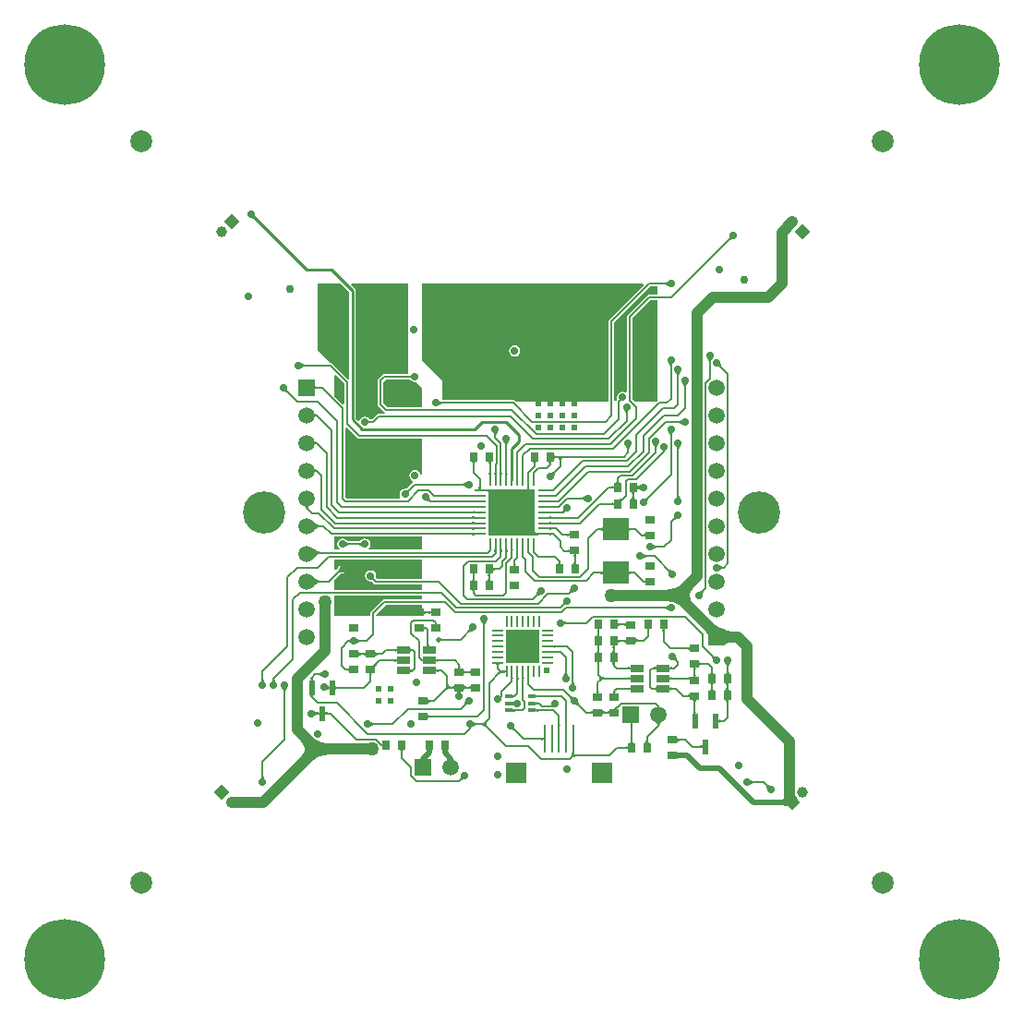
<source format=gbl>
G04 Layer_Physical_Order=4*
G04 Layer_Color=16711680*
%FSLAX25Y25*%
%MOIN*%
G70*
G01*
G75*
%ADD12R,0.03150X0.03543*%
%ADD21R,0.03543X0.03150*%
%ADD24R,0.09449X0.07874*%
%ADD36C,0.04000*%
%ADD37C,0.00800*%
%ADD38C,0.02000*%
%ADD40C,0.02756*%
%ADD41P,0.05568X4X360.0*%
%ADD42C,0.03937*%
%ADD43P,0.05568X4X90.0*%
%ADD44C,0.29134*%
%ADD45C,0.07874*%
%ADD46R,0.05905X0.05905*%
%ADD47C,0.05905*%
%ADD48R,0.05905X0.05905*%
%ADD49C,0.02800*%
%ADD50C,0.02400*%
%ADD51C,0.02000*%
%ADD52C,0.03000*%
%ADD53C,0.05000*%
%ADD54C,0.15283*%
%ADD69R,0.02362X0.05709*%
%ADD70R,0.05118X0.02756*%
%ADD71R,0.03150X0.01575*%
%ADD72R,0.00984X0.09842*%
%ADD73R,0.07480X0.07480*%
%ADD74R,0.16929X0.16929*%
%ADD75O,0.04528X0.00984*%
%ADD76O,0.00984X0.04528*%
%ADD77R,0.12323X0.12323*%
%ADD78R,0.04134X0.00984*%
%ADD79R,0.00984X0.04134*%
%ADD80R,0.01968X0.01968*%
%ADD81C,0.01000*%
G36*
X251724Y128673D02*
X251656Y128649D01*
X251596Y128609D01*
X251544Y128553D01*
X251500Y128481D01*
X251464Y128393D01*
X251436Y128289D01*
X251416Y128169D01*
X251404Y128033D01*
X251400Y127881D01*
X250600D01*
X250596Y128033D01*
X250584Y128169D01*
X250564Y128289D01*
X250536Y128393D01*
X250500Y128481D01*
X250456Y128553D01*
X250404Y128609D01*
X250344Y128649D01*
X250276Y128673D01*
X250200Y128681D01*
X251800D01*
X251724Y128673D01*
D02*
G37*
G36*
X126252Y127444D02*
X126244Y127520D01*
X126220Y127588D01*
X126179Y127648D01*
X126122Y127700D01*
X126049Y127744D01*
X125960Y127780D01*
X125855Y127808D01*
X125733Y127828D01*
X125595Y127840D01*
X125440Y127844D01*
Y128644D01*
X125595Y128648D01*
X125733Y128660D01*
X125855Y128680D01*
X125960Y128708D01*
X126049Y128744D01*
X126122Y128788D01*
X126179Y128840D01*
X126220Y128900D01*
X126244Y128968D01*
X126252Y129044D01*
Y127444D01*
D02*
G37*
G36*
X237189Y127940D02*
X237181Y128016D01*
X237157Y128084D01*
X237116Y128144D01*
X237059Y128196D01*
X236986Y128240D01*
X236897Y128276D01*
X236791Y128304D01*
X236670Y128324D01*
X236532Y128336D01*
X236377Y128340D01*
Y129140D01*
X236532Y129144D01*
X236670Y129156D01*
X236791Y129176D01*
X236897Y129204D01*
X236986Y129240D01*
X237059Y129284D01*
X237116Y129336D01*
X237157Y129396D01*
X237181Y129464D01*
X237189Y129540D01*
Y127940D01*
D02*
G37*
G36*
X227741D02*
X227732Y128016D01*
X227708Y128084D01*
X227667Y128144D01*
X227611Y128196D01*
X227537Y128240D01*
X227448Y128276D01*
X227343Y128304D01*
X227221Y128324D01*
X227083Y128336D01*
X226928Y128340D01*
Y129140D01*
X227083Y129144D01*
X227221Y129156D01*
X227343Y129176D01*
X227448Y129204D01*
X227537Y129240D01*
X227611Y129284D01*
X227667Y129336D01*
X227708Y129396D01*
X227732Y129464D01*
X227741Y129540D01*
Y127940D01*
D02*
G37*
G36*
X263404Y127405D02*
X263416Y127267D01*
X263436Y127146D01*
X263464Y127040D01*
X263500Y126951D01*
X263544Y126878D01*
X263596Y126821D01*
X263656Y126780D01*
X263724Y126756D01*
X263800Y126748D01*
X262200D01*
X262276Y126756D01*
X262344Y126780D01*
X262404Y126821D01*
X262456Y126878D01*
X262500Y126951D01*
X262536Y127040D01*
X262564Y127146D01*
X262584Y127267D01*
X262596Y127405D01*
X262600Y127560D01*
X263400D01*
X263404Y127405D01*
D02*
G37*
G36*
X257648D02*
X257660Y127267D01*
X257680Y127146D01*
X257708Y127040D01*
X257744Y126951D01*
X257788Y126878D01*
X257840Y126821D01*
X257900Y126780D01*
X257968Y126756D01*
X258044Y126748D01*
X256444D01*
X256520Y126756D01*
X256588Y126780D01*
X256648Y126821D01*
X256700Y126878D01*
X256744Y126951D01*
X256780Y127040D01*
X256808Y127146D01*
X256828Y127267D01*
X256840Y127405D01*
X256844Y127560D01*
X257644D01*
X257648Y127405D01*
D02*
G37*
G36*
X157768Y128484D02*
X157792Y128416D01*
X157833Y128356D01*
X157889Y128304D01*
X157963Y128260D01*
X158052Y128224D01*
X158157Y128196D01*
X158279Y128176D01*
X158417Y128164D01*
X158572Y128160D01*
Y127360D01*
X158417Y127356D01*
X158279Y127344D01*
X158157Y127324D01*
X158052Y127296D01*
X157963Y127260D01*
X157889Y127216D01*
X157833Y127164D01*
X157792Y127104D01*
X157768Y127036D01*
X157759Y126960D01*
Y128560D01*
X157768Y128484D01*
D02*
G37*
G36*
X148319D02*
X148343Y128416D01*
X148384Y128356D01*
X148441Y128304D01*
X148514Y128260D01*
X148603Y128224D01*
X148708Y128196D01*
X148830Y128176D01*
X148968Y128164D01*
X149123Y128160D01*
Y127360D01*
X148968Y127356D01*
X148830Y127344D01*
X148708Y127324D01*
X148603Y127296D01*
X148514Y127260D01*
X148441Y127216D01*
X148384Y127164D01*
X148343Y127104D01*
X148319Y127036D01*
X148311Y126960D01*
Y128560D01*
X148319Y128484D01*
D02*
G37*
G36*
X136325Y130004D02*
X136158Y129831D01*
X135897Y129525D01*
X135804Y129392D01*
X135735Y129272D01*
X135691Y129165D01*
X135671Y129072D01*
X135676Y128992D01*
X135705Y128926D01*
X135760Y128872D01*
X134431Y129807D01*
X134502Y129771D01*
X134583Y129755D01*
X134673Y129760D01*
X134772Y129785D01*
X134880Y129832D01*
X134998Y129898D01*
X135125Y129986D01*
X135262Y130094D01*
X135408Y130223D01*
X135563Y130373D01*
X136325Y130004D01*
D02*
G37*
G36*
X252756Y130968D02*
X252780Y130900D01*
X252821Y130840D01*
X252878Y130788D01*
X252951Y130744D01*
X253040Y130708D01*
X253146Y130680D01*
X253267Y130660D01*
X253405Y130648D01*
X253560Y130644D01*
Y129844D01*
X253405Y129840D01*
X253267Y129828D01*
X253146Y129808D01*
X253040Y129780D01*
X252951Y129744D01*
X252878Y129700D01*
X252821Y129648D01*
X252780Y129588D01*
X252756Y129520D01*
X252748Y129444D01*
Y131044D01*
X252756Y130968D01*
D02*
G37*
G36*
X222626Y131386D02*
X222527Y131271D01*
X222440Y131155D01*
X222365Y131038D01*
X222301Y130921D01*
X222249Y130802D01*
X222232Y130752D01*
X222556D01*
X222480Y130744D01*
X222412Y130720D01*
X222352Y130679D01*
X222300Y130622D01*
X222256Y130549D01*
X222220Y130460D01*
X222192Y130354D01*
X222172Y130233D01*
X222160Y130095D01*
X222156Y129940D01*
X221356D01*
X221352Y130095D01*
X221340Y130233D01*
X221320Y130354D01*
X221292Y130460D01*
X221256Y130549D01*
X221212Y130622D01*
X221160Y130679D01*
X221100Y130720D01*
X221032Y130744D01*
X220956Y130752D01*
X221280D01*
X221263Y130802D01*
X221211Y130921D01*
X221147Y131038D01*
X221072Y131155D01*
X220985Y131271D01*
X220886Y131386D01*
X220776Y131500D01*
X222736D01*
X222626Y131386D01*
D02*
G37*
G36*
X216968Y130744D02*
X216900Y130720D01*
X216840Y130679D01*
X216788Y130622D01*
X216744Y130549D01*
X216708Y130460D01*
X216680Y130354D01*
X216660Y130233D01*
X216648Y130095D01*
X216644Y129940D01*
X215844D01*
X215840Y130095D01*
X215828Y130233D01*
X215808Y130354D01*
X215780Y130460D01*
X215744Y130549D01*
X215700Y130622D01*
X215648Y130679D01*
X215588Y130720D01*
X215520Y130744D01*
X215444Y130752D01*
X217044D01*
X216968Y130744D01*
D02*
G37*
G36*
X166404Y129464D02*
X166416Y129326D01*
X166436Y129205D01*
X166464Y129099D01*
X166500Y129010D01*
X166544Y128937D01*
X166596Y128880D01*
X166656Y128839D01*
X166724Y128815D01*
X166800Y128807D01*
X165200D01*
X165276Y128815D01*
X165344Y128839D01*
X165404Y128880D01*
X165456Y128937D01*
X165500Y129010D01*
X165536Y129099D01*
X165564Y129205D01*
X165584Y129326D01*
X165596Y129464D01*
X165600Y129619D01*
X166400D01*
X166404Y129464D01*
D02*
G37*
G36*
X242280Y129464D02*
X242303Y129396D01*
X242343Y129336D01*
X242400Y129284D01*
X242472Y129240D01*
X242560Y129204D01*
X242664Y129176D01*
X242783Y129156D01*
X242919Y129144D01*
X243072Y129140D01*
Y128340D01*
X242919Y128336D01*
X242783Y128324D01*
X242664Y128304D01*
X242560Y128276D01*
X242472Y128240D01*
X242400Y128196D01*
X242343Y128144D01*
X242303Y128084D01*
X242280Y128016D01*
X242271Y127940D01*
Y129540D01*
X242280Y129464D01*
D02*
G37*
G36*
X263870Y130386D02*
X263771Y130271D01*
X263684Y130155D01*
X263609Y130038D01*
X263545Y129920D01*
X263493Y129802D01*
X263452Y129682D01*
X263423Y129562D01*
X263406Y129441D01*
X263400Y129318D01*
X262600D01*
X262594Y129441D01*
X262577Y129562D01*
X262548Y129682D01*
X262507Y129802D01*
X262455Y129920D01*
X262391Y130038D01*
X262316Y130155D01*
X262229Y130271D01*
X262130Y130386D01*
X262020Y130500D01*
X263980D01*
X263870Y130386D01*
D02*
G37*
G36*
X180669Y130118D02*
X180601Y130094D01*
X180541Y130053D01*
X180489Y129997D01*
X180445Y129923D01*
X180409Y129834D01*
X180381Y129728D01*
X180361Y129607D01*
X180349Y129469D01*
X180345Y129314D01*
X179545D01*
X179541Y129469D01*
X179529Y129607D01*
X179509Y129728D01*
X179481Y129834D01*
X179445Y129923D01*
X179401Y129997D01*
X179349Y130053D01*
X179289Y130094D01*
X179221Y130118D01*
X179145Y130126D01*
X180745D01*
X180669Y130118D01*
D02*
G37*
G36*
X185516Y125382D02*
X185492Y125358D01*
X185470Y125318D01*
X185451Y125262D01*
X185436Y125190D01*
X185423Y125102D01*
X185406Y124878D01*
X185400Y124590D01*
X184600D01*
X184583Y125390D01*
X185543D01*
X185516Y125382D01*
D02*
G37*
G36*
X113164Y125109D02*
X113175Y124975D01*
X113195Y124856D01*
X113223Y124753D01*
X113258Y124666D01*
X113301Y124595D01*
X113352Y124540D01*
X113410Y124500D01*
X113477Y124476D01*
X113551Y124468D01*
X111968D01*
X112043Y124476D01*
X112109Y124500D01*
X112168Y124540D01*
X112219Y124595D01*
X112262Y124666D01*
X112297Y124753D01*
X112325Y124856D01*
X112344Y124975D01*
X112356Y125109D01*
X112360Y125260D01*
X113160D01*
X113164Y125109D01*
D02*
G37*
G36*
X189465Y125382D02*
X189451Y125358D01*
X189439Y125318D01*
X189429Y125262D01*
X189420Y125190D01*
X189407Y124998D01*
X189400Y124590D01*
X188600D01*
X188599Y124742D01*
X188561Y125318D01*
X188549Y125358D01*
X188535Y125382D01*
X188520Y125390D01*
X189480D01*
X189465Y125382D01*
D02*
G37*
G36*
X187496D02*
X187483Y125358D01*
X187471Y125318D01*
X187460Y125262D01*
X187452Y125190D01*
X187439Y124998D01*
X187432Y124590D01*
X186632D01*
X186631Y124742D01*
X186592Y125318D01*
X186580Y125358D01*
X186567Y125382D01*
X186551Y125390D01*
X187512D01*
X187496Y125382D01*
D02*
G37*
G36*
X227741Y124200D02*
X227732Y124276D01*
X227708Y124344D01*
X227667Y124404D01*
X227611Y124456D01*
X227537Y124500D01*
X227448Y124536D01*
X227343Y124564D01*
X227221Y124584D01*
X227083Y124596D01*
X226928Y124600D01*
Y125400D01*
X227083Y125404D01*
X227221Y125416D01*
X227343Y125436D01*
X227448Y125464D01*
X227537Y125500D01*
X227611Y125544D01*
X227667Y125596D01*
X227708Y125656D01*
X227732Y125724D01*
X227741Y125800D01*
Y124200D01*
D02*
G37*
G36*
X217215Y125858D02*
X217336Y125762D01*
X217460Y125677D01*
X217590Y125604D01*
X217724Y125541D01*
X217863Y125490D01*
X218007Y125451D01*
X218155Y125423D01*
X218308Y125406D01*
X218466Y125400D01*
Y124600D01*
X218308Y124594D01*
X218155Y124577D01*
X218007Y124549D01*
X217863Y124510D01*
X217724Y124459D01*
X217590Y124396D01*
X217460Y124323D01*
X217336Y124238D01*
X217215Y124142D01*
X217100Y124034D01*
X216369Y124434D01*
X216470Y124548D01*
X216550Y124661D01*
X216606Y124774D01*
X216640Y124887D01*
X216652Y125000D01*
X216640Y125113D01*
X216606Y125226D01*
X216550Y125339D01*
X216470Y125452D01*
X216369Y125566D01*
X217100Y125966D01*
X217215Y125858D01*
D02*
G37*
G36*
X249252Y124200D02*
X249244Y124276D01*
X249220Y124344D01*
X249179Y124404D01*
X249122Y124456D01*
X249049Y124500D01*
X248960Y124536D01*
X248854Y124564D01*
X248733Y124584D01*
X248595Y124596D01*
X248440Y124600D01*
Y125400D01*
X248595Y125404D01*
X248733Y125416D01*
X248854Y125436D01*
X248960Y125464D01*
X249049Y125500D01*
X249122Y125544D01*
X249179Y125596D01*
X249220Y125656D01*
X249244Y125724D01*
X249252Y125800D01*
Y124200D01*
D02*
G37*
G36*
X242280Y125724D02*
X242303Y125656D01*
X242343Y125596D01*
X242400Y125544D01*
X242472Y125500D01*
X242560Y125464D01*
X242664Y125436D01*
X242783Y125416D01*
X242919Y125404D01*
X243072Y125400D01*
Y124600D01*
X242919Y124596D01*
X242783Y124584D01*
X242664Y124564D01*
X242560Y124536D01*
X242472Y124500D01*
X242400Y124456D01*
X242343Y124404D01*
X242303Y124344D01*
X242280Y124276D01*
X242271Y124200D01*
Y125800D01*
X242280Y125724D01*
D02*
G37*
G36*
X167756Y127980D02*
X167780Y127912D01*
X167821Y127852D01*
X167878Y127800D01*
X167951Y127756D01*
X168040Y127720D01*
X168146Y127692D01*
X168267Y127672D01*
X168405Y127660D01*
X168560Y127656D01*
Y126856D01*
X168405Y126852D01*
X168267Y126840D01*
X168146Y126820D01*
X168040Y126792D01*
X167951Y126756D01*
X167878Y126712D01*
X167821Y126660D01*
X167780Y126600D01*
X167756Y126532D01*
X167748Y126456D01*
Y128056D01*
X167756Y127980D01*
D02*
G37*
G36*
X204906Y127059D02*
X204923Y126938D01*
X204952Y126818D01*
X204993Y126698D01*
X205045Y126579D01*
X205109Y126462D01*
X205184Y126345D01*
X205271Y126229D01*
X205370Y126114D01*
X205480Y126000D01*
X203520D01*
X203630Y126114D01*
X203729Y126229D01*
X203816Y126345D01*
X203891Y126462D01*
X203955Y126579D01*
X204007Y126698D01*
X204048Y126818D01*
X204077Y126938D01*
X204094Y127059D01*
X204100Y127182D01*
X204900D01*
X204906Y127059D01*
D02*
G37*
G36*
X180771Y128303D02*
X180891Y128207D01*
X181016Y128122D01*
X181145Y128049D01*
X181279Y127986D01*
X181418Y127935D01*
X181562Y127896D01*
X181710Y127867D01*
X181863Y127850D01*
X181934Y127848D01*
X181969Y127849D01*
X182107Y127861D01*
X182229Y127881D01*
X182334Y127909D01*
X182423Y127945D01*
X182497Y127989D01*
X182553Y128041D01*
X182594Y128101D01*
X182618Y128169D01*
X182626Y128245D01*
Y126645D01*
X182618Y126721D01*
X182594Y126789D01*
X182553Y126849D01*
X182497Y126901D01*
X182423Y126945D01*
X182334Y126981D01*
X182229Y127009D01*
X182107Y127029D01*
X181969Y127041D01*
X181934Y127042D01*
X181863Y127039D01*
X181710Y127022D01*
X181562Y126994D01*
X181418Y126954D01*
X181279Y126903D01*
X181145Y126841D01*
X181016Y126768D01*
X180891Y126683D01*
X180771Y126587D01*
X180655Y126479D01*
X179924Y126879D01*
X180026Y126992D01*
X180105Y127105D01*
X180161Y127219D01*
X180195Y127332D01*
X180207Y127445D01*
X180195Y127558D01*
X180161Y127671D01*
X180105Y127784D01*
X180026Y127897D01*
X179924Y128011D01*
X180655Y128411D01*
X180771Y128303D01*
D02*
G37*
G36*
X170252Y126456D02*
X170244Y126532D01*
X170220Y126600D01*
X170179Y126660D01*
X170122Y126712D01*
X170049Y126756D01*
X169960Y126792D01*
X169854Y126820D01*
X169733Y126840D01*
X169595Y126852D01*
X169440Y126856D01*
Y127656D01*
X169595Y127660D01*
X169733Y127672D01*
X169854Y127692D01*
X169960Y127720D01*
X170049Y127756D01*
X170122Y127800D01*
X170179Y127852D01*
X170220Y127912D01*
X170244Y127980D01*
X170252Y128056D01*
Y126456D01*
D02*
G37*
G36*
X116500Y125520D02*
X116386Y125630D01*
X116271Y125729D01*
X116155Y125816D01*
X116038Y125891D01*
X115920Y125955D01*
X115802Y126007D01*
X115682Y126048D01*
X115562Y126077D01*
X115441Y126094D01*
X115318Y126100D01*
Y126900D01*
X115441Y126906D01*
X115562Y126923D01*
X115682Y126952D01*
X115802Y126993D01*
X115920Y127045D01*
X116038Y127109D01*
X116155Y127184D01*
X116271Y127271D01*
X116386Y127370D01*
X116500Y127480D01*
Y125520D01*
D02*
G37*
G36*
X191433Y125382D02*
X191420Y125358D01*
X191408Y125318D01*
X191397Y125262D01*
X191388Y125190D01*
X191376Y124998D01*
X191368Y124590D01*
X190568D01*
X190568Y124742D01*
X190529Y125318D01*
X190517Y125358D01*
X190504Y125382D01*
X190488Y125390D01*
X191449D01*
X191433Y125382D01*
D02*
G37*
G36*
X134724Y126685D02*
X134656Y126661D01*
X134596Y126620D01*
X134544Y126563D01*
X134500Y126490D01*
X134464Y126401D01*
X134436Y126295D01*
X134416Y126174D01*
X134404Y126036D01*
X134400Y125881D01*
X133600D01*
X133596Y126036D01*
X133584Y126174D01*
X133564Y126295D01*
X133536Y126401D01*
X133500Y126490D01*
X133456Y126563D01*
X133404Y126620D01*
X133344Y126661D01*
X133276Y126685D01*
X133200Y126693D01*
X134800D01*
X134724Y126685D01*
D02*
G37*
G36*
X251404Y126464D02*
X251416Y126326D01*
X251436Y126205D01*
X251464Y126099D01*
X251500Y126010D01*
X251544Y125937D01*
X251596Y125880D01*
X251656Y125839D01*
X251724Y125815D01*
X251800Y125807D01*
X250200D01*
X250276Y125815D01*
X250344Y125839D01*
X250404Y125880D01*
X250456Y125937D01*
X250500Y126010D01*
X250536Y126099D01*
X250564Y126205D01*
X250584Y126326D01*
X250596Y126464D01*
X250600Y126619D01*
X251400D01*
X251404Y126464D01*
D02*
G37*
G36*
X143228Y130700D02*
X143220Y130776D01*
X143196Y130844D01*
X143157Y130904D01*
X143101Y130956D01*
X143028Y131000D01*
X142940Y131036D01*
X142836Y131064D01*
X142717Y131084D01*
X142580Y131096D01*
X142429Y131100D01*
Y131900D01*
X142580Y131904D01*
X142717Y131916D01*
X142836Y131936D01*
X142940Y131964D01*
X143028Y132000D01*
X143101Y132044D01*
X143157Y132096D01*
X143196Y132156D01*
X143220Y132224D01*
X143228Y132300D01*
Y130700D01*
D02*
G37*
G36*
X229756Y139468D02*
X229780Y139400D01*
X229821Y139340D01*
X229878Y139288D01*
X229951Y139244D01*
X230040Y139208D01*
X230146Y139180D01*
X230267Y139160D01*
X230405Y139148D01*
X230560Y139144D01*
Y138344D01*
X230405Y138340D01*
X230267Y138328D01*
X230146Y138308D01*
X230040Y138280D01*
X229951Y138244D01*
X229878Y138200D01*
X229821Y138148D01*
X229780Y138088D01*
X229756Y138020D01*
X229748Y137944D01*
Y139544D01*
X229756Y139468D01*
D02*
G37*
G36*
X126788Y137800D02*
X126749Y137857D01*
X126701Y137908D01*
X126644Y137953D01*
X126578Y137992D01*
X126504Y138025D01*
X126421Y138052D01*
X126329Y138073D01*
X126228Y138088D01*
X126119Y138097D01*
X126000Y138100D01*
Y138900D01*
X126119Y138903D01*
X126228Y138912D01*
X126329Y138927D01*
X126421Y138948D01*
X126504Y138975D01*
X126578Y139008D01*
X126644Y139047D01*
X126701Y139092D01*
X126749Y139143D01*
X126788Y139200D01*
Y137800D01*
D02*
G37*
G36*
X159275Y139643D02*
X159340Y139592D01*
X159410Y139547D01*
X159484Y139508D01*
X159562Y139475D01*
X159644Y139448D01*
X159731Y139427D01*
X159822Y139412D01*
X159917Y139403D01*
X160017Y139400D01*
Y138600D01*
X159917Y138597D01*
X159822Y138588D01*
X159731Y138573D01*
X159644Y138552D01*
X159562Y138525D01*
X159484Y138492D01*
X159410Y138453D01*
X159340Y138408D01*
X159275Y138357D01*
X159214Y138300D01*
Y139700D01*
X159275Y139643D01*
D02*
G37*
G36*
X257617Y145232D02*
X258686Y144327D01*
X259198Y143959D01*
X259694Y143648D01*
X260174Y143393D01*
X260639Y143195D01*
X261088Y143054D01*
X261522Y142969D01*
X261941Y142941D01*
X256071Y138284D01*
X256326Y138565D01*
X256460Y138909D01*
X256475Y139316D01*
X256371Y139787D01*
X256146Y140321D01*
X255802Y140918D01*
X255339Y141579D01*
X254756Y142303D01*
X253231Y143941D01*
X257059Y145769D01*
X257617Y145232D01*
D02*
G37*
G36*
X129114Y139370D02*
X129229Y139271D01*
X129345Y139184D01*
X129462Y139109D01*
X129579Y139045D01*
X129698Y138993D01*
X129818Y138952D01*
X129938Y138923D01*
X130059Y138906D01*
X130182Y138900D01*
Y138100D01*
X130059Y138094D01*
X129938Y138077D01*
X129818Y138048D01*
X129698Y138007D01*
X129579Y137955D01*
X129462Y137891D01*
X129345Y137816D01*
X129229Y137729D01*
X129114Y137630D01*
X129000Y137520D01*
Y139480D01*
X129114Y139370D01*
D02*
G37*
G36*
X261981Y142762D02*
X262101Y142602D01*
X262301Y142461D01*
X262581Y142339D01*
X262941Y142235D01*
X263381Y142150D01*
X263901Y142085D01*
X265181Y142009D01*
X265941Y142000D01*
Y138000D01*
X265181Y137991D01*
X263381Y137849D01*
X262941Y137765D01*
X262581Y137661D01*
X262301Y137539D01*
X262101Y137398D01*
X261981Y137238D01*
X261941Y137059D01*
Y142941D01*
X261981Y142762D01*
D02*
G37*
G36*
X226252Y137700D02*
X226244Y137776D01*
X226220Y137844D01*
X226179Y137904D01*
X226122Y137956D01*
X226049Y138000D01*
X225960Y138036D01*
X225854Y138064D01*
X225733Y138084D01*
X225595Y138096D01*
X225440Y138100D01*
Y138900D01*
X225595Y138904D01*
X225733Y138916D01*
X225854Y138936D01*
X225960Y138964D01*
X226049Y139000D01*
X226122Y139044D01*
X226179Y139096D01*
X226220Y139156D01*
X226244Y139224D01*
X226252Y139300D01*
Y137700D01*
D02*
G37*
G36*
X223327Y139224D02*
X223351Y139156D01*
X223391Y139096D01*
X223447Y139044D01*
X223519Y139000D01*
X223607Y138964D01*
X223711Y138936D01*
X223831Y138916D01*
X223967Y138904D01*
X224119Y138900D01*
Y138100D01*
X223967Y138096D01*
X223831Y138084D01*
X223711Y138064D01*
X223607Y138036D01*
X223519Y138000D01*
X223447Y137956D01*
X223391Y137904D01*
X223351Y137844D01*
X223327Y137776D01*
X223319Y137700D01*
Y139300D01*
X223327Y139224D01*
D02*
G37*
G36*
X153255Y143907D02*
X153277Y143852D01*
X153314Y143803D01*
X153366Y143761D01*
X153432Y143725D01*
X153513Y143696D01*
X153609Y143673D01*
X153719Y143657D01*
X153844Y143647D01*
X153984Y143644D01*
Y142844D01*
X153844Y142841D01*
X153719Y142831D01*
X153609Y142815D01*
X153513Y142792D01*
X153432Y142763D01*
X153366Y142727D01*
X153314Y142685D01*
X153277Y142636D01*
X153255Y142581D01*
X153248Y142519D01*
Y143969D01*
X153255Y143907D01*
D02*
G37*
G36*
X240480Y142744D02*
X240412Y142720D01*
X240352Y142679D01*
X240300Y142622D01*
X240256Y142549D01*
X240220Y142460D01*
X240192Y142355D01*
X240172Y142233D01*
X240160Y142095D01*
X240156Y141940D01*
X239356D01*
X239352Y142095D01*
X239340Y142233D01*
X239320Y142355D01*
X239292Y142460D01*
X239256Y142549D01*
X239212Y142622D01*
X239160Y142679D01*
X239100Y142720D01*
X239032Y142744D01*
X238956Y142752D01*
X240556D01*
X240480Y142744D01*
D02*
G37*
G36*
X203614Y145870D02*
X203729Y145771D01*
X203845Y145684D01*
X203962Y145609D01*
X204080Y145545D01*
X204198Y145493D01*
X204318Y145452D01*
X204438Y145423D01*
X204559Y145406D01*
X204682Y145400D01*
Y144600D01*
X204559Y144594D01*
X204438Y144577D01*
X204318Y144548D01*
X204198Y144507D01*
X204080Y144455D01*
X203962Y144391D01*
X203845Y144316D01*
X203729Y144229D01*
X203614Y144130D01*
X203500Y144020D01*
Y145980D01*
X203614Y145870D01*
D02*
G37*
G36*
X223315Y145224D02*
X223339Y145156D01*
X223380Y145096D01*
X223437Y145044D01*
X223510Y145000D01*
X223599Y144964D01*
X223705Y144936D01*
X223826Y144916D01*
X223964Y144904D01*
X224119Y144900D01*
Y144100D01*
X223964Y144096D01*
X223826Y144084D01*
X223705Y144064D01*
X223599Y144036D01*
X223510Y144000D01*
X223437Y143956D01*
X223380Y143904D01*
X223339Y143844D01*
X223315Y143776D01*
X223307Y143700D01*
Y145300D01*
X223315Y145224D01*
D02*
G37*
G36*
X170986Y142100D02*
X170827Y142097D01*
X170676Y142086D01*
X170533Y142065D01*
X170397Y142036D01*
X170268Y141998D01*
X170148Y141951D01*
X170035Y141895D01*
X169929Y141830D01*
X169831Y141757D01*
X169740Y141674D01*
X169175Y142240D01*
X169257Y142331D01*
X169330Y142429D01*
X169395Y142534D01*
X169451Y142648D01*
X169498Y142769D01*
X169536Y142897D01*
X169565Y143033D01*
X169586Y143176D01*
X169597Y143327D01*
X169600Y143486D01*
X170986Y142100D01*
D02*
G37*
G36*
X216648Y140905D02*
X216660Y140767D01*
X216680Y140646D01*
X216708Y140540D01*
X216744Y140451D01*
X216788Y140378D01*
X216840Y140321D01*
X216900Y140280D01*
X216968Y140256D01*
X217044Y140248D01*
X215444D01*
X215520Y140256D01*
X215588Y140280D01*
X215648Y140321D01*
X215700Y140378D01*
X215744Y140451D01*
X215780Y140540D01*
X215808Y140646D01*
X215828Y140767D01*
X215840Y140905D01*
X215844Y141060D01*
X216644D01*
X216648Y140905D01*
D02*
G37*
G36*
X234968Y142744D02*
X234900Y142720D01*
X234840Y142679D01*
X234788Y142622D01*
X234744Y142549D01*
X234708Y142460D01*
X234680Y142355D01*
X234660Y142233D01*
X234648Y142095D01*
X234644Y141940D01*
X233844D01*
X233840Y142095D01*
X233828Y142233D01*
X233808Y142355D01*
X233780Y142460D01*
X233744Y142549D01*
X233700Y142622D01*
X233648Y142679D01*
X233588Y142720D01*
X233520Y142744D01*
X233444Y142752D01*
X235044D01*
X234968Y142744D01*
D02*
G37*
G36*
X216968D02*
X216900Y142720D01*
X216840Y142679D01*
X216788Y142622D01*
X216744Y142549D01*
X216708Y142460D01*
X216680Y142355D01*
X216660Y142233D01*
X216648Y142095D01*
X216644Y141940D01*
X215844D01*
X215840Y142095D01*
X215828Y142233D01*
X215808Y142355D01*
X215780Y142460D01*
X215744Y142549D01*
X215700Y142622D01*
X215648Y142679D01*
X215588Y142720D01*
X215520Y142744D01*
X215444Y142752D01*
X217044D01*
X216968Y142744D01*
D02*
G37*
G36*
X135756Y134480D02*
X135780Y134412D01*
X135821Y134352D01*
X135878Y134300D01*
X135951Y134256D01*
X136040Y134220D01*
X136145Y134192D01*
X136267Y134172D01*
X136405Y134160D01*
X136560Y134156D01*
Y133356D01*
X136405Y133352D01*
X136267Y133340D01*
X136145Y133320D01*
X136040Y133292D01*
X135951Y133256D01*
X135878Y133212D01*
X135821Y133160D01*
X135780Y133100D01*
X135756Y133032D01*
X135748Y132956D01*
Y134556D01*
X135756Y134480D01*
D02*
G37*
G36*
X132252Y132956D02*
X132244Y133032D01*
X132220Y133100D01*
X132179Y133160D01*
X132122Y133212D01*
X132049Y133256D01*
X131960Y133292D01*
X131854Y133320D01*
X131733Y133340D01*
X131595Y133352D01*
X131440Y133356D01*
Y134156D01*
X131595Y134160D01*
X131733Y134172D01*
X131854Y134192D01*
X131960Y134220D01*
X132049Y134256D01*
X132122Y134300D01*
X132179Y134352D01*
X132220Y134412D01*
X132244Y134480D01*
X132252Y134556D01*
Y132956D01*
D02*
G37*
G36*
X200118Y134996D02*
X200142Y134983D01*
X200182Y134971D01*
X200238Y134960D01*
X200310Y134951D01*
X200502Y134939D01*
X200910Y134932D01*
Y134132D01*
X200758Y134131D01*
X200182Y134092D01*
X200142Y134080D01*
X200118Y134067D01*
X200110Y134051D01*
Y135012D01*
X200118Y134996D01*
D02*
G37*
G36*
X222160Y134905D02*
X222172Y134767D01*
X222192Y134645D01*
X222220Y134540D01*
X222256Y134451D01*
X222300Y134378D01*
X222352Y134321D01*
X222412Y134280D01*
X222480Y134256D01*
X222556Y134248D01*
X222232D01*
X222249Y134198D01*
X222301Y134080D01*
X222365Y133962D01*
X222440Y133845D01*
X222527Y133729D01*
X222626Y133614D01*
X222736Y133500D01*
X220776D01*
X220886Y133614D01*
X220985Y133729D01*
X221072Y133845D01*
X221147Y133962D01*
X221211Y134080D01*
X221263Y134198D01*
X221280Y134248D01*
X220956D01*
X221032Y134256D01*
X221100Y134280D01*
X221160Y134321D01*
X221212Y134378D01*
X221256Y134451D01*
X221292Y134540D01*
X221320Y134645D01*
X221340Y134767D01*
X221352Y134905D01*
X221356Y135060D01*
X222156D01*
X222160Y134905D01*
D02*
G37*
G36*
X244403Y132827D02*
X244414Y132676D01*
X244435Y132533D01*
X244464Y132397D01*
X244502Y132269D01*
X244549Y132148D01*
X244605Y132035D01*
X244670Y131929D01*
X244743Y131831D01*
X244826Y131740D01*
X244260Y131175D01*
X244169Y131257D01*
X244071Y131330D01*
X243966Y131395D01*
X243852Y131451D01*
X243731Y131498D01*
X243603Y131536D01*
X243467Y131565D01*
X243324Y131586D01*
X243173Y131597D01*
X243014Y131600D01*
X244400Y132986D01*
X244403Y132827D01*
D02*
G37*
G36*
X157768Y132224D02*
X157792Y132156D01*
X157833Y132096D01*
X157889Y132044D01*
X157963Y132000D01*
X158052Y131964D01*
X158157Y131936D01*
X158279Y131916D01*
X158417Y131904D01*
X158572Y131900D01*
Y131100D01*
X158417Y131096D01*
X158279Y131084D01*
X158157Y131064D01*
X158052Y131036D01*
X157963Y131000D01*
X157889Y130956D01*
X157833Y130904D01*
X157792Y130844D01*
X157768Y130776D01*
X157759Y130700D01*
Y132300D01*
X157768Y132224D01*
D02*
G37*
G36*
X129756Y134480D02*
X129780Y134412D01*
X129821Y134352D01*
X129878Y134300D01*
X129951Y134256D01*
X130040Y134220D01*
X130146Y134192D01*
X130267Y134172D01*
X130405Y134160D01*
X130560Y134156D01*
Y133356D01*
X130405Y133352D01*
X130267Y133340D01*
X130146Y133320D01*
X130040Y133292D01*
X129951Y133256D01*
X129878Y133212D01*
X129821Y133160D01*
X129780Y133100D01*
X129756Y133032D01*
X129748Y132956D01*
Y134556D01*
X129756Y134480D01*
D02*
G37*
G36*
X257831Y133243D02*
X257929Y133170D01*
X258034Y133105D01*
X258148Y133049D01*
X258268Y133002D01*
X258397Y132964D01*
X258533Y132935D01*
X258676Y132914D01*
X258827Y132903D01*
X258986Y132900D01*
X257600Y131514D01*
X257597Y131673D01*
X257586Y131824D01*
X257565Y131967D01*
X257536Y132103D01*
X257498Y132231D01*
X257451Y132352D01*
X257395Y132466D01*
X257330Y132571D01*
X257257Y132669D01*
X257174Y132760D01*
X257740Y133326D01*
X257831Y133243D01*
D02*
G37*
G36*
X200118Y136965D02*
X200142Y136951D01*
X200182Y136939D01*
X200238Y136929D01*
X200310Y136920D01*
X200502Y136907D01*
X200910Y136900D01*
Y136100D01*
X200758Y136099D01*
X200182Y136061D01*
X200142Y136049D01*
X200118Y136035D01*
X200110Y136020D01*
Y136980D01*
X200118Y136965D01*
D02*
G37*
G36*
X222480Y136744D02*
X222412Y136720D01*
X222352Y136679D01*
X222300Y136622D01*
X222256Y136549D01*
X222220Y136460D01*
X222192Y136354D01*
X222172Y136233D01*
X222160Y136095D01*
X222156Y135940D01*
X221356D01*
X221352Y136095D01*
X221340Y136233D01*
X221320Y136354D01*
X221292Y136460D01*
X221256Y136549D01*
X221212Y136622D01*
X221160Y136679D01*
X221100Y136720D01*
X221032Y136744D01*
X220956Y136752D01*
X222556D01*
X222480Y136744D01*
D02*
G37*
G36*
X155132Y137252D02*
X155144Y137114D01*
X155164Y136992D01*
X155192Y136886D01*
X155228Y136797D01*
X155272Y136724D01*
X155324Y136667D01*
X155384Y136627D01*
X155452Y136602D01*
X155528Y136594D01*
X153928D01*
X154004Y136602D01*
X154072Y136627D01*
X154132Y136667D01*
X154184Y136724D01*
X154228Y136797D01*
X154264Y136886D01*
X154292Y136992D01*
X154312Y137114D01*
X154324Y137252D01*
X154328Y137406D01*
X155128D01*
X155132Y137252D01*
D02*
G37*
G36*
X250000Y134776D02*
X249886Y134886D01*
X249771Y134985D01*
X249655Y135072D01*
X249538Y135147D01*
X249420Y135211D01*
X249302Y135263D01*
X249252Y135280D01*
Y134956D01*
X249244Y135032D01*
X249220Y135100D01*
X249179Y135160D01*
X249122Y135212D01*
X249049Y135256D01*
X248960Y135292D01*
X248854Y135320D01*
X248733Y135340D01*
X248595Y135352D01*
X248440Y135356D01*
Y136156D01*
X248595Y136160D01*
X248733Y136172D01*
X248854Y136192D01*
X248960Y136220D01*
X249049Y136256D01*
X249122Y136300D01*
X249179Y136352D01*
X249220Y136412D01*
X249244Y136480D01*
X249252Y136556D01*
Y136232D01*
X249302Y136249D01*
X249420Y136301D01*
X249538Y136365D01*
X249655Y136440D01*
X249771Y136527D01*
X249886Y136626D01*
X250000Y136736D01*
X250000Y134776D01*
D02*
G37*
G36*
X143228Y134440D02*
X143220Y134516D01*
X143196Y134584D01*
X143157Y134644D01*
X143101Y134696D01*
X143028Y134740D01*
X142940Y134776D01*
X142836Y134804D01*
X142717Y134824D01*
X142580Y134836D01*
X142429Y134840D01*
Y135640D01*
X142580Y135644D01*
X142717Y135656D01*
X142836Y135676D01*
X142940Y135704D01*
X143028Y135740D01*
X143101Y135784D01*
X143157Y135836D01*
X143196Y135896D01*
X143220Y135964D01*
X143228Y136040D01*
Y134440D01*
D02*
G37*
G36*
X216648Y134905D02*
X216660Y134767D01*
X216680Y134645D01*
X216708Y134540D01*
X216744Y134451D01*
X216788Y134378D01*
X216840Y134321D01*
X216900Y134280D01*
X216968Y134256D01*
X217044Y134248D01*
X215444D01*
X215520Y134256D01*
X215588Y134280D01*
X215648Y134321D01*
X215700Y134378D01*
X215744Y134451D01*
X215780Y134540D01*
X215808Y134645D01*
X215828Y134767D01*
X215840Y134905D01*
X215844Y135060D01*
X216644D01*
X216648Y134905D01*
D02*
G37*
G36*
X216968Y136744D02*
X216900Y136720D01*
X216840Y136679D01*
X216788Y136622D01*
X216744Y136549D01*
X216708Y136460D01*
X216680Y136354D01*
X216660Y136233D01*
X216648Y136095D01*
X216644Y135940D01*
X215844D01*
X215840Y136095D01*
X215828Y136233D01*
X215808Y136354D01*
X215780Y136460D01*
X215744Y136549D01*
X215700Y136622D01*
X215648Y136679D01*
X215588Y136720D01*
X215520Y136744D01*
X215444Y136752D01*
X217044D01*
X216968Y136744D01*
D02*
G37*
G36*
X148319Y135964D02*
X148343Y135896D01*
X148384Y135836D01*
X148441Y135784D01*
X148514Y135740D01*
X148603Y135704D01*
X148708Y135676D01*
X148830Y135656D01*
X148968Y135644D01*
X149123Y135640D01*
Y134840D01*
X148968Y134836D01*
X148830Y134824D01*
X148708Y134804D01*
X148603Y134776D01*
X148514Y134740D01*
X148441Y134696D01*
X148384Y134644D01*
X148343Y134584D01*
X148319Y134516D01*
X148311Y134440D01*
Y136040D01*
X148319Y135964D01*
D02*
G37*
G36*
X99406Y124559D02*
X99423Y124438D01*
X99452Y124318D01*
X99493Y124198D01*
X99545Y124080D01*
X99609Y123962D01*
X99684Y123845D01*
X99771Y123729D01*
X99870Y123614D01*
X99980Y123500D01*
X98020D01*
X98130Y123614D01*
X98229Y123729D01*
X98316Y123845D01*
X98391Y123962D01*
X98455Y124080D01*
X98507Y124198D01*
X98548Y124318D01*
X98577Y124438D01*
X98594Y124559D01*
X98600Y124682D01*
X99400D01*
X99406Y124559D01*
D02*
G37*
G36*
X204960Y108649D02*
X204998Y108073D01*
X205010Y108033D01*
X205024Y108009D01*
X205039Y108001D01*
X204079D01*
X204094Y108009D01*
X204108Y108033D01*
X204120Y108073D01*
X204130Y108129D01*
X204139Y108201D01*
X204152Y108393D01*
X204159Y108801D01*
X204959D01*
X204960Y108649D01*
D02*
G37*
G36*
X202401D02*
X202439Y108073D01*
X202451Y108033D01*
X202465Y108009D01*
X202480Y108001D01*
X201520D01*
X201535Y108009D01*
X201549Y108033D01*
X201561Y108073D01*
X201571Y108129D01*
X201580Y108201D01*
X201593Y108393D01*
X201600Y108801D01*
X202400D01*
X202401Y108649D01*
D02*
G37*
G36*
X259905Y110350D02*
X259930Y110282D01*
X259970Y110222D01*
X260027Y110170D01*
X260100Y110126D01*
X260190Y110090D01*
X260295Y110062D01*
X260417Y110042D01*
X260555Y110030D01*
X260709Y110026D01*
Y109226D01*
X260555Y109222D01*
X260417Y109210D01*
X260295Y109190D01*
X260190Y109162D01*
X260100Y109126D01*
X260027Y109082D01*
X259970Y109030D01*
X259930Y108970D01*
X259905Y108902D01*
X259897Y108826D01*
Y110426D01*
X259905Y110350D01*
D02*
G37*
G36*
X228968Y109051D02*
X228900Y109027D01*
X228840Y108987D01*
X228788Y108931D01*
X228744Y108859D01*
X228708Y108771D01*
X228680Y108667D01*
X228660Y108547D01*
X228648Y108411D01*
X228644Y108259D01*
X227844D01*
X227840Y108411D01*
X227828Y108547D01*
X227808Y108667D01*
X227780Y108771D01*
X227744Y108859D01*
X227700Y108931D01*
X227648Y108987D01*
X227588Y109027D01*
X227520Y109051D01*
X227444Y109059D01*
X229044D01*
X228968Y109051D01*
D02*
G37*
G36*
X171114Y109370D02*
X171229Y109271D01*
X171345Y109184D01*
X171462Y109109D01*
X171580Y109045D01*
X171698Y108993D01*
X171818Y108952D01*
X171938Y108923D01*
X172059Y108906D01*
X172182Y108900D01*
Y108100D01*
X172059Y108094D01*
X171938Y108077D01*
X171818Y108048D01*
X171698Y108007D01*
X171580Y107955D01*
X171462Y107891D01*
X171345Y107816D01*
X171229Y107729D01*
X171114Y107630D01*
X171000Y107520D01*
Y109480D01*
X171114Y109370D01*
D02*
G37*
G36*
X134114D02*
X134229Y109271D01*
X134345Y109184D01*
X134462Y109109D01*
X134580Y109045D01*
X134698Y108993D01*
X134818Y108952D01*
X134938Y108923D01*
X135059Y108906D01*
X135182Y108900D01*
Y108100D01*
X135059Y108094D01*
X134938Y108077D01*
X134818Y108048D01*
X134698Y108007D01*
X134580Y107955D01*
X134462Y107891D01*
X134345Y107816D01*
X134229Y107729D01*
X134114Y107630D01*
X134000Y107520D01*
Y109480D01*
X134114Y109370D01*
D02*
G37*
G36*
X239066Y109231D02*
X238926Y109140D01*
X238803Y109037D01*
X238696Y108923D01*
X238605Y108797D01*
X238531Y108660D01*
X238474Y108512D01*
X238433Y108353D01*
X238408Y108182D01*
X238400Y108000D01*
X237600D01*
X237592Y108182D01*
X237567Y108353D01*
X237526Y108512D01*
X237469Y108660D01*
X237394Y108797D01*
X237304Y108923D01*
X237197Y109037D01*
X237074Y109140D01*
X236934Y109231D01*
X236778Y109312D01*
X239222D01*
X239066Y109231D01*
D02*
G37*
G36*
X176131Y109066D02*
X176030Y108952D01*
X175950Y108839D01*
X175894Y108726D01*
X175860Y108613D01*
X175848Y108500D01*
X175860Y108387D01*
X175894Y108274D01*
X175950Y108161D01*
X176030Y108047D01*
X176131Y107934D01*
X175400Y107534D01*
X175285Y107642D01*
X175164Y107738D01*
X175040Y107823D01*
X174910Y107896D01*
X174776Y107959D01*
X174637Y108010D01*
X174493Y108049D01*
X174345Y108077D01*
X174192Y108094D01*
X174034Y108100D01*
Y108900D01*
X174192Y108906D01*
X174345Y108923D01*
X174493Y108951D01*
X174637Y108991D01*
X174776Y109041D01*
X174910Y109104D01*
X175040Y109177D01*
X175164Y109262D01*
X175285Y109358D01*
X175400Y109466D01*
X176131Y109066D01*
D02*
G37*
G36*
X220252Y111944D02*
X220244Y112020D01*
X220220Y112088D01*
X220179Y112148D01*
X220122Y112200D01*
X220049Y112244D01*
X219960Y112280D01*
X219854Y112308D01*
X219733Y112328D01*
X219595Y112340D01*
X219440Y112344D01*
Y113144D01*
X219595Y113148D01*
X219733Y113160D01*
X219854Y113180D01*
X219960Y113208D01*
X220049Y113244D01*
X220122Y113288D01*
X220179Y113340D01*
X220220Y113400D01*
X220244Y113468D01*
X220252Y113544D01*
Y111944D01*
D02*
G37*
G36*
X217756Y113468D02*
X217780Y113400D01*
X217821Y113340D01*
X217878Y113288D01*
X217951Y113244D01*
X218040Y113208D01*
X218145Y113180D01*
X218267Y113160D01*
X218405Y113148D01*
X218560Y113144D01*
Y112344D01*
X218405Y112340D01*
X218267Y112328D01*
X218145Y112308D01*
X218040Y112280D01*
X217951Y112244D01*
X217878Y112200D01*
X217821Y112148D01*
X217780Y112088D01*
X217756Y112020D01*
X217748Y111944D01*
Y113544D01*
X217756Y113468D01*
D02*
G37*
G36*
X185338Y114145D02*
X185363Y114081D01*
X185403Y114025D01*
X185459Y113976D01*
X185530Y113935D01*
X185618Y113901D01*
X185722Y113875D01*
X185843Y113856D01*
X185978Y113845D01*
X186130Y113841D01*
Y113041D01*
X185978Y113037D01*
X185843Y113026D01*
X185722Y113007D01*
X185618Y112981D01*
X185530Y112947D01*
X185459Y112906D01*
X185403Y112857D01*
X185363Y112801D01*
X185338Y112737D01*
X185330Y112665D01*
Y114216D01*
X185338Y114145D01*
D02*
G37*
G36*
X251404Y113116D02*
X251416Y112980D01*
X251436Y112860D01*
X251464Y112756D01*
X251500Y112668D01*
X251544Y112596D01*
X251596Y112540D01*
X251656Y112500D01*
X251724Y112476D01*
X251800Y112468D01*
X250200D01*
X250276Y112476D01*
X250344Y112500D01*
X250404Y112540D01*
X250456Y112596D01*
X250500Y112668D01*
X250536Y112756D01*
X250564Y112860D01*
X250584Y112980D01*
X250596Y113116D01*
X250600Y113268D01*
X251400D01*
X251404Y113116D01*
D02*
G37*
G36*
X113740Y113244D02*
X113855Y113145D01*
X113971Y113058D01*
X114088Y112983D01*
X114206Y112919D01*
X114324Y112867D01*
X114444Y112826D01*
X114564Y112797D01*
X114685Y112780D01*
X114699Y112779D01*
X114823Y112790D01*
X114945Y112810D01*
X115051Y112838D01*
X115140Y112874D01*
X115213Y112918D01*
X115270Y112970D01*
X115310Y113030D01*
X115335Y113098D01*
X115343Y113174D01*
Y111574D01*
X115335Y111650D01*
X115310Y111718D01*
X115270Y111778D01*
X115213Y111830D01*
X115140Y111874D01*
X115051Y111910D01*
X114945Y111938D01*
X114823Y111958D01*
X114699Y111969D01*
X114685Y111968D01*
X114564Y111951D01*
X114444Y111922D01*
X114324Y111881D01*
X114206Y111829D01*
X114088Y111765D01*
X113971Y111690D01*
X113855Y111603D01*
X113740Y111504D01*
X113626Y111394D01*
Y113354D01*
X113740Y113244D01*
D02*
G37*
G36*
X154756Y111968D02*
X154780Y111900D01*
X154821Y111840D01*
X154878Y111788D01*
X154951Y111744D01*
X155040Y111708D01*
X155146Y111680D01*
X155267Y111660D01*
X155405Y111648D01*
X155560Y111644D01*
Y110844D01*
X155405Y110840D01*
X155267Y110828D01*
X155146Y110808D01*
X155040Y110780D01*
X154951Y110744D01*
X154878Y110700D01*
X154821Y110648D01*
X154780Y110588D01*
X154756Y110520D01*
X154748Y110444D01*
Y112044D01*
X154756Y111968D01*
D02*
G37*
G36*
X214252Y111944D02*
X214244Y112020D01*
X214220Y112088D01*
X214179Y112148D01*
X214122Y112200D01*
X214049Y112244D01*
X213960Y112280D01*
X213855Y112308D01*
X213733Y112328D01*
X213595Y112340D01*
X213440Y112344D01*
Y113144D01*
X213595Y113148D01*
X213733Y113160D01*
X213855Y113180D01*
X213960Y113208D01*
X214049Y113244D01*
X214122Y113288D01*
X214179Y113340D01*
X214220Y113400D01*
X214244Y113468D01*
X214252Y113544D01*
Y111944D01*
D02*
G37*
G36*
X117665Y113098D02*
X117690Y113030D01*
X117730Y112970D01*
X117787Y112918D01*
X117860Y112874D01*
X117949Y112838D01*
X118055Y112810D01*
X118177Y112790D01*
X118315Y112778D01*
X118469Y112774D01*
Y111974D01*
X118315Y111970D01*
X118177Y111958D01*
X118055Y111938D01*
X117949Y111910D01*
X117860Y111874D01*
X117787Y111830D01*
X117730Y111778D01*
X117690Y111718D01*
X117665Y111650D01*
X117657Y111574D01*
Y113174D01*
X117665Y113098D01*
D02*
G37*
G36*
X113077Y103791D02*
X113678Y103310D01*
X114303Y102886D01*
X114950Y102518D01*
X115621Y102207D01*
X116316Y101953D01*
X117034Y101755D01*
X117775Y101613D01*
X118540Y101528D01*
X119328Y101500D01*
Y97500D01*
X118540Y97472D01*
X117775Y97387D01*
X117034Y97245D01*
X116316Y97048D01*
X115621Y96793D01*
X114950Y96482D01*
X114303Y96114D01*
X113678Y95690D01*
X113077Y95209D01*
X112500Y94672D01*
X108843Y96672D01*
X109352Y97237D01*
X109748Y97803D01*
X110031Y98369D01*
X110201Y98934D01*
X110257Y99500D01*
X110201Y100066D01*
X110031Y100631D01*
X109748Y101197D01*
X109352Y101763D01*
X108843Y102328D01*
X112500Y104328D01*
X113077Y103791D01*
D02*
G37*
G36*
X95406Y89559D02*
X95423Y89438D01*
X95452Y89318D01*
X95493Y89198D01*
X95545Y89079D01*
X95609Y88962D01*
X95684Y88845D01*
X95771Y88729D01*
X95870Y88614D01*
X95980Y88500D01*
X94020D01*
X94130Y88614D01*
X94229Y88729D01*
X94316Y88845D01*
X94391Y88962D01*
X94455Y89079D01*
X94507Y89198D01*
X94548Y89318D01*
X94577Y89438D01*
X94594Y89559D01*
X94600Y89682D01*
X95400D01*
X95406Y89559D01*
D02*
G37*
G36*
X207525Y98183D02*
X207598D01*
X207583Y98175D01*
X207569Y98151D01*
X207557Y98111D01*
X207547Y98055D01*
X207546Y98051D01*
X207550Y98030D01*
X207590Y97910D01*
X207646Y97806D01*
X207718Y97718D01*
X207806Y97646D01*
X207910Y97590D01*
X208030Y97550D01*
X208166Y97526D01*
X208318Y97518D01*
X208084Y96718D01*
X207926Y96712D01*
X207773Y96696D01*
X207625Y96667D01*
X207481Y96628D01*
X207342Y96577D01*
X207208Y96514D01*
X207079Y96441D01*
X206954Y96356D01*
X206834Y96260D01*
X206718Y96152D01*
X206152Y96718D01*
X206260Y96834D01*
X206356Y96954D01*
X206441Y97079D01*
X206514Y97208D01*
X206577Y97342D01*
X206628Y97481D01*
X206667Y97625D01*
X206696Y97773D01*
X206699Y97806D01*
X206679Y98111D01*
X206667Y98151D01*
X206653Y98175D01*
X206638Y98183D01*
X207056D01*
X207518Y98318D01*
X207525Y98183D01*
D02*
G37*
G36*
X244780Y98700D02*
X244840Y98604D01*
X244940Y98520D01*
X245080Y98447D01*
X245260Y98385D01*
X245480Y98334D01*
X245740Y98295D01*
X246040Y98267D01*
X246760Y98244D01*
Y96244D01*
X246380Y96238D01*
X245740Y96193D01*
X245480Y96154D01*
X245260Y96103D01*
X245080Y96042D01*
X244940Y95968D01*
X244840Y95884D01*
X244780Y95788D01*
X244760Y95681D01*
Y98807D01*
X244780Y98700D01*
D02*
G37*
G36*
X277331Y86743D02*
X277429Y86670D01*
X277535Y86605D01*
X277648Y86549D01*
X277768Y86502D01*
X277897Y86464D01*
X278033Y86435D01*
X278176Y86414D01*
X278327Y86403D01*
X278486Y86400D01*
X277100Y85014D01*
X277097Y85173D01*
X277086Y85324D01*
X277065Y85467D01*
X277036Y85603D01*
X276998Y85732D01*
X276951Y85852D01*
X276895Y85966D01*
X276830Y86071D01*
X276757Y86169D01*
X276675Y86260D01*
X277240Y86826D01*
X277331Y86743D01*
D02*
G37*
G36*
X285474Y78241D02*
X285444Y78429D01*
X285353Y78598D01*
X285203Y78746D01*
X284993Y78875D01*
X284819Y78945D01*
Y78817D01*
X284701Y78896D01*
X284513Y78967D01*
X284256Y79029D01*
X283928Y79083D01*
X283065Y79166D01*
X281246Y79228D01*
X280500Y79232D01*
Y81232D01*
X281246Y81236D01*
X284256Y81436D01*
X284513Y81498D01*
X284701Y81568D01*
X284819Y81647D01*
Y81519D01*
X284993Y81589D01*
X285203Y81718D01*
X285353Y81867D01*
X285444Y82035D01*
X285474Y82224D01*
Y78241D01*
D02*
G37*
G36*
X167986Y88600D02*
X167827Y88597D01*
X167676Y88586D01*
X167533Y88565D01*
X167397Y88536D01*
X167269Y88498D01*
X167148Y88451D01*
X167034Y88395D01*
X166929Y88330D01*
X166831Y88257D01*
X166740Y88174D01*
X166174Y88740D01*
X166257Y88831D01*
X166330Y88929D01*
X166395Y89034D01*
X166451Y89148D01*
X166498Y89268D01*
X166536Y89397D01*
X166565Y89533D01*
X166586Y89676D01*
X166597Y89827D01*
X166600Y89986D01*
X167986Y88600D01*
D02*
G37*
G36*
X271114Y88370D02*
X271229Y88271D01*
X271345Y88184D01*
X271462Y88109D01*
X271580Y88045D01*
X271698Y87993D01*
X271818Y87952D01*
X271938Y87923D01*
X272059Y87906D01*
X272182Y87900D01*
Y87100D01*
X272059Y87094D01*
X271938Y87077D01*
X271818Y87048D01*
X271698Y87007D01*
X271580Y86955D01*
X271462Y86891D01*
X271345Y86816D01*
X271229Y86729D01*
X271114Y86630D01*
X271000Y86520D01*
Y88480D01*
X271114Y88370D01*
D02*
G37*
G36*
X244756Y103480D02*
X244780Y103412D01*
X244821Y103352D01*
X244878Y103300D01*
X244951Y103256D01*
X245040Y103220D01*
X245146Y103192D01*
X245267Y103172D01*
X245405Y103160D01*
X245560Y103156D01*
Y102356D01*
X245405Y102352D01*
X245267Y102340D01*
X245146Y102320D01*
X245040Y102292D01*
X244951Y102256D01*
X244878Y102212D01*
X244821Y102160D01*
X244780Y102100D01*
X244756Y102032D01*
X244748Y101956D01*
Y103556D01*
X244756Y103480D01*
D02*
G37*
G36*
X234160Y102405D02*
X234172Y102267D01*
X234192Y102146D01*
X234220Y102040D01*
X234256Y101951D01*
X234300Y101878D01*
X234352Y101821D01*
X234412Y101780D01*
X234480Y101756D01*
X234556Y101748D01*
X232956D01*
X233032Y101756D01*
X233100Y101780D01*
X233160Y101821D01*
X233212Y101878D01*
X233256Y101951D01*
X233292Y102040D01*
X233320Y102146D01*
X233340Y102267D01*
X233352Y102405D01*
X233356Y102560D01*
X234156D01*
X234160Y102405D01*
D02*
G37*
G36*
X185903Y107827D02*
X185914Y107676D01*
X185935Y107533D01*
X185964Y107397D01*
X186002Y107269D01*
X186049Y107148D01*
X186105Y107035D01*
X186170Y106929D01*
X186243Y106831D01*
X186326Y106740D01*
X185760Y106175D01*
X185669Y106257D01*
X185571Y106330D01*
X185466Y106395D01*
X185352Y106451D01*
X185231Y106498D01*
X185103Y106536D01*
X184967Y106565D01*
X184824Y106586D01*
X184673Y106597D01*
X184514Y106600D01*
X185900Y107986D01*
X185903Y107827D01*
D02*
G37*
G36*
X196414Y102292D02*
X196406Y102368D01*
X196381Y102436D01*
X196341Y102496D01*
X196284Y102548D01*
X196211Y102592D01*
X196121Y102628D01*
X196016Y102656D01*
X195894Y102676D01*
X195756Y102688D01*
X195602Y102692D01*
Y103492D01*
X195756Y103496D01*
X195894Y103508D01*
X196016Y103528D01*
X196121Y103556D01*
X196211Y103592D01*
X196284Y103636D01*
X196341Y103688D01*
X196381Y103748D01*
X196406Y103816D01*
X196414Y103892D01*
Y102292D01*
D02*
G37*
G36*
X226681Y99200D02*
X226673Y99276D01*
X226649Y99344D01*
X226609Y99404D01*
X226553Y99456D01*
X226481Y99500D01*
X226393Y99536D01*
X226289Y99564D01*
X226169Y99584D01*
X226033Y99596D01*
X225881Y99600D01*
Y100400D01*
X226033Y100404D01*
X226169Y100416D01*
X226289Y100436D01*
X226393Y100464D01*
X226481Y100500D01*
X226553Y100544D01*
X226609Y100596D01*
X226649Y100656D01*
X226673Y100724D01*
X226681Y100800D01*
Y99200D01*
D02*
G37*
G36*
X145980Y99244D02*
X145912Y99220D01*
X145852Y99179D01*
X145800Y99122D01*
X145756Y99049D01*
X145720Y98960D01*
X145692Y98855D01*
X145672Y98733D01*
X145660Y98595D01*
X145656Y98440D01*
X144856D01*
X144852Y98595D01*
X144840Y98733D01*
X144820Y98855D01*
X144792Y98960D01*
X144756Y99049D01*
X144712Y99122D01*
X144660Y99179D01*
X144600Y99220D01*
X144532Y99244D01*
X144456Y99252D01*
X146056D01*
X145980Y99244D01*
D02*
G37*
G36*
X228648Y102405D02*
X228660Y102267D01*
X228680Y102146D01*
X228708Y102040D01*
X228744Y101951D01*
X228788Y101878D01*
X228840Y101821D01*
X228900Y101780D01*
X228968Y101756D01*
X229044Y101748D01*
X227444D01*
X227520Y101756D01*
X227588Y101780D01*
X227648Y101821D01*
X227700Y101878D01*
X227744Y101951D01*
X227780Y102040D01*
X227808Y102146D01*
X227828Y102267D01*
X227840Y102405D01*
X227844Y102560D01*
X228644D01*
X228648Y102405D01*
D02*
G37*
G36*
X253843Y99574D02*
X253835Y99650D01*
X253810Y99718D01*
X253770Y99778D01*
X253713Y99830D01*
X253640Y99874D01*
X253551Y99910D01*
X253445Y99938D01*
X253323Y99958D01*
X253185Y99970D01*
X253031Y99974D01*
Y100774D01*
X253185Y100778D01*
X253323Y100790D01*
X253445Y100810D01*
X253551Y100838D01*
X253640Y100874D01*
X253713Y100918D01*
X253770Y100970D01*
X253810Y101030D01*
X253835Y101098D01*
X253843Y101174D01*
Y99574D01*
D02*
G37*
G36*
X193803Y114145D02*
X193827Y114081D01*
X193867Y114025D01*
X193923Y113976D01*
X193995Y113935D01*
X194083Y113901D01*
X194187Y113875D01*
X194307Y113856D01*
X194443Y113845D01*
X194595Y113841D01*
Y113041D01*
X194443Y113037D01*
X194307Y113026D01*
X194187Y113007D01*
X194083Y112981D01*
X193995Y112947D01*
X193923Y112906D01*
X193867Y112857D01*
X193827Y112801D01*
X193803Y112737D01*
X193795Y112665D01*
Y114216D01*
X193803Y114145D01*
D02*
G37*
G36*
X263160Y121405D02*
X263172Y121267D01*
X263192Y121145D01*
X263220Y121040D01*
X263256Y120951D01*
X263300Y120878D01*
X263352Y120821D01*
X263412Y120780D01*
X263480Y120756D01*
X263556Y120748D01*
X261956D01*
X262032Y120756D01*
X262100Y120780D01*
X262160Y120821D01*
X262212Y120878D01*
X262256Y120951D01*
X262292Y121040D01*
X262320Y121145D01*
X262340Y121267D01*
X262352Y121405D01*
X262356Y121560D01*
X263156D01*
X263160Y121405D01*
D02*
G37*
G36*
X242280Y121984D02*
X242303Y121916D01*
X242343Y121856D01*
X242400Y121804D01*
X242472Y121760D01*
X242560Y121724D01*
X242664Y121696D01*
X242783Y121676D01*
X242919Y121664D01*
X243072Y121660D01*
Y120860D01*
X242919Y120856D01*
X242783Y120844D01*
X242664Y120824D01*
X242560Y120796D01*
X242472Y120760D01*
X242400Y120716D01*
X242343Y120664D01*
X242303Y120604D01*
X242280Y120536D01*
X242271Y120460D01*
Y122060D01*
X242280Y121984D01*
D02*
G37*
G36*
X118544Y122554D02*
X118625Y122443D01*
X118712Y122345D01*
X118805Y122260D01*
X118903Y122189D01*
X118945Y122165D01*
X118953Y122170D01*
X119010Y122222D01*
X119051Y122282D01*
X119075Y122350D01*
X119083Y122426D01*
Y122099D01*
X119118Y122085D01*
X119234Y122052D01*
X119356Y122032D01*
X119484Y122026D01*
X119251Y121226D01*
X119139Y121222D01*
X119083Y121215D01*
Y120826D01*
X119075Y120902D01*
X119051Y120970D01*
X119010Y121030D01*
X118953Y121082D01*
X118880Y121126D01*
X118795Y121160D01*
X118778Y121156D01*
X118650Y121117D01*
X118380Y121012D01*
X118240Y120946D01*
X117946Y120789D01*
X118271Y121962D01*
Y122026D01*
X118289Y122026D01*
X118469Y122677D01*
X118544Y122554D01*
D02*
G37*
G36*
X162152Y122792D02*
X162176Y122656D01*
X162216Y122536D01*
X162272Y122432D01*
X162344Y122344D01*
X162432Y122272D01*
X162536Y122216D01*
X162656Y122176D01*
X162792Y122152D01*
X162944Y122144D01*
X162710Y121344D01*
X162552Y121338D01*
X162399Y121321D01*
X162251Y121293D01*
X162107Y121254D01*
X161968Y121203D01*
X161834Y121141D01*
X161705Y121067D01*
X161580Y120982D01*
X161460Y120886D01*
X161344Y120778D01*
X160778Y121344D01*
X160886Y121460D01*
X160982Y121580D01*
X161067Y121705D01*
X161141Y121834D01*
X161203Y121968D01*
X161254Y122107D01*
X161293Y122251D01*
X161321Y122399D01*
X161338Y122552D01*
X161344Y122710D01*
X162144Y122944D01*
X162152Y122792D01*
D02*
G37*
G36*
X103870Y121386D02*
X103771Y121271D01*
X103684Y121155D01*
X103609Y121038D01*
X103545Y120921D01*
X103493Y120802D01*
X103452Y120682D01*
X103423Y120562D01*
X103406Y120441D01*
X103400Y120318D01*
X102600D01*
X102594Y120441D01*
X102577Y120562D01*
X102548Y120682D01*
X102507Y120802D01*
X102455Y120921D01*
X102391Y121038D01*
X102316Y121155D01*
X102229Y121271D01*
X102130Y121386D01*
X102020Y121500D01*
X103980D01*
X103870Y121386D01*
D02*
G37*
G36*
X257648Y121405D02*
X257660Y121267D01*
X257680Y121145D01*
X257708Y121040D01*
X257744Y120951D01*
X257788Y120878D01*
X257840Y120821D01*
X257900Y120780D01*
X257968Y120756D01*
X258044Y120748D01*
X257720D01*
X257737Y120698D01*
X257789Y120580D01*
X257853Y120462D01*
X257928Y120345D01*
X258015Y120229D01*
X258114Y120114D01*
X258224Y120000D01*
X256264D01*
X256374Y120114D01*
X256473Y120229D01*
X256560Y120345D01*
X256635Y120462D01*
X256699Y120580D01*
X256751Y120698D01*
X256768Y120748D01*
X256444D01*
X256520Y120756D01*
X256588Y120780D01*
X256648Y120821D01*
X256700Y120878D01*
X256744Y120951D01*
X256780Y121040D01*
X256808Y121145D01*
X256828Y121267D01*
X256840Y121405D01*
X256844Y121560D01*
X257644D01*
X257648Y121405D01*
D02*
G37*
G36*
X237189Y120460D02*
X237181Y120536D01*
X237157Y120604D01*
X237116Y120664D01*
X237059Y120716D01*
X236986Y120760D01*
X236897Y120796D01*
X236791Y120824D01*
X236670Y120844D01*
X236532Y120856D01*
X236377Y120860D01*
Y121660D01*
X236532Y121664D01*
X236670Y121676D01*
X236791Y121696D01*
X236897Y121724D01*
X236986Y121760D01*
X237059Y121804D01*
X237116Y121856D01*
X237157Y121916D01*
X237181Y121984D01*
X237189Y122060D01*
Y120460D01*
D02*
G37*
G36*
X227741D02*
X227732Y120536D01*
X227708Y120604D01*
X227667Y120664D01*
X227611Y120716D01*
X227537Y120760D01*
X227448Y120796D01*
X227343Y120824D01*
X227221Y120844D01*
X227083Y120856D01*
X226928Y120860D01*
Y121660D01*
X227083Y121664D01*
X227221Y121676D01*
X227343Y121696D01*
X227448Y121724D01*
X227537Y121760D01*
X227611Y121804D01*
X227667Y121856D01*
X227708Y121916D01*
X227732Y121984D01*
X227741Y122060D01*
Y120460D01*
D02*
G37*
G36*
X263480Y123244D02*
X263412Y123220D01*
X263352Y123179D01*
X263300Y123122D01*
X263256Y123049D01*
X263220Y122960D01*
X263192Y122854D01*
X263172Y122733D01*
X263160Y122595D01*
X263156Y122440D01*
X262356D01*
X262352Y122595D01*
X262340Y122733D01*
X262320Y122854D01*
X262292Y122960D01*
X262256Y123049D01*
X262212Y123122D01*
X262160Y123179D01*
X262100Y123220D01*
X262032Y123244D01*
X261956Y123252D01*
X263556D01*
X263480Y123244D01*
D02*
G37*
G36*
X257968D02*
X257900Y123220D01*
X257840Y123179D01*
X257788Y123122D01*
X257744Y123049D01*
X257708Y122960D01*
X257680Y122854D01*
X257660Y122733D01*
X257648Y122595D01*
X257644Y122440D01*
X256844D01*
X256840Y122595D01*
X256828Y122733D01*
X256808Y122854D01*
X256780Y122960D01*
X256744Y123049D01*
X256700Y123122D01*
X256648Y123179D01*
X256588Y123220D01*
X256520Y123244D01*
X256444Y123252D01*
X258044D01*
X257968Y123244D01*
D02*
G37*
G36*
X95406Y124559D02*
X95423Y124438D01*
X95452Y124318D01*
X95493Y124198D01*
X95545Y124080D01*
X95609Y123962D01*
X95684Y123845D01*
X95771Y123729D01*
X95870Y123614D01*
X95980Y123500D01*
X94020D01*
X94130Y123614D01*
X94229Y123729D01*
X94316Y123845D01*
X94391Y123962D01*
X94455Y124080D01*
X94507Y124198D01*
X94548Y124318D01*
X94577Y124438D01*
X94594Y124559D01*
X94600Y124682D01*
X95400D01*
X95406Y124559D01*
D02*
G37*
G36*
X207406Y123559D02*
X207423Y123438D01*
X207452Y123318D01*
X207493Y123198D01*
X207545Y123080D01*
X207609Y122962D01*
X207684Y122845D01*
X207771Y122729D01*
X207870Y122614D01*
X207980Y122500D01*
X206020D01*
X206130Y122614D01*
X206229Y122729D01*
X206316Y122845D01*
X206391Y122962D01*
X206455Y123080D01*
X206507Y123198D01*
X206548Y123318D01*
X206577Y123438D01*
X206594Y123559D01*
X206600Y123682D01*
X207400D01*
X207406Y123559D01*
D02*
G37*
G36*
X164252Y120944D02*
X164244Y121020D01*
X164220Y121088D01*
X164179Y121148D01*
X164122Y121200D01*
X164049Y121244D01*
X163960Y121280D01*
X163855Y121308D01*
X163733Y121328D01*
X163595Y121340D01*
X163440Y121344D01*
Y122144D01*
X163595Y122148D01*
X163733Y122160D01*
X163855Y122180D01*
X163960Y122208D01*
X164049Y122244D01*
X164122Y122288D01*
X164179Y122340D01*
X164220Y122400D01*
X164244Y122468D01*
X164252Y122544D01*
Y120944D01*
D02*
G37*
G36*
X121405Y122350D02*
X121430Y122282D01*
X121470Y122222D01*
X121527Y122170D01*
X121600Y122126D01*
X121690Y122090D01*
X121795Y122062D01*
X121917Y122042D01*
X122055Y122030D01*
X122209Y122026D01*
Y121226D01*
X122055Y121222D01*
X121917Y121210D01*
X121795Y121190D01*
X121690Y121162D01*
X121600Y121126D01*
X121527Y121082D01*
X121470Y121030D01*
X121430Y120970D01*
X121405Y120902D01*
X121397Y120826D01*
Y122426D01*
X121405Y122350D01*
D02*
G37*
G36*
X170252Y120944D02*
X170244Y121020D01*
X170220Y121088D01*
X170179Y121148D01*
X170122Y121200D01*
X170049Y121244D01*
X169960Y121280D01*
X169854Y121308D01*
X169733Y121328D01*
X169595Y121340D01*
X169440Y121344D01*
Y122144D01*
X169595Y122148D01*
X169733Y122160D01*
X169854Y122180D01*
X169960Y122208D01*
X170049Y122244D01*
X170122Y122288D01*
X170179Y122340D01*
X170220Y122400D01*
X170244Y122468D01*
X170252Y122544D01*
Y120944D01*
D02*
G37*
G36*
X167756Y122468D02*
X167780Y122400D01*
X167821Y122340D01*
X167878Y122288D01*
X167951Y122244D01*
X168040Y122208D01*
X168146Y122180D01*
X168267Y122160D01*
X168405Y122148D01*
X168560Y122144D01*
Y121344D01*
X168405Y121340D01*
X168267Y121328D01*
X168146Y121308D01*
X168040Y121280D01*
X167951Y121244D01*
X167878Y121200D01*
X167821Y121148D01*
X167780Y121088D01*
X167756Y121020D01*
X167748Y120944D01*
Y122544D01*
X167756Y122468D01*
D02*
G37*
G36*
X251724Y117173D02*
X251656Y117149D01*
X251596Y117109D01*
X251544Y117053D01*
X251500Y116981D01*
X251464Y116893D01*
X251436Y116789D01*
X251416Y116669D01*
X251404Y116533D01*
X251400Y116381D01*
X250600D01*
X250596Y116533D01*
X250584Y116669D01*
X250564Y116789D01*
X250536Y116893D01*
X250500Y116981D01*
X250456Y117053D01*
X250404Y117109D01*
X250344Y117149D01*
X250276Y117173D01*
X250200Y117181D01*
X251800D01*
X251724Y117173D01*
D02*
G37*
G36*
X154756Y117480D02*
X154780Y117412D01*
X154821Y117352D01*
X154878Y117300D01*
X154951Y117256D01*
X155040Y117220D01*
X155146Y117192D01*
X155267Y117172D01*
X155405Y117160D01*
X155560Y117156D01*
Y116356D01*
X155405Y116352D01*
X155267Y116340D01*
X155146Y116320D01*
X155040Y116292D01*
X154951Y116256D01*
X154878Y116212D01*
X154821Y116160D01*
X154780Y116100D01*
X154756Y116032D01*
X154748Y115956D01*
Y117556D01*
X154756Y117480D01*
D02*
G37*
G36*
X186000Y116403D02*
X186130Y116400D01*
Y115600D01*
X186000Y115597D01*
Y115020D01*
X185886Y115130D01*
X185771Y115229D01*
X185655Y115316D01*
X185538Y115391D01*
X185437Y115446D01*
X185403Y115416D01*
X185363Y115360D01*
X185338Y115296D01*
X185330Y115225D01*
Y115495D01*
X185302Y115507D01*
X185182Y115548D01*
X185062Y115577D01*
X184941Y115594D01*
X184818Y115600D01*
Y116400D01*
X184941Y116406D01*
X185062Y116423D01*
X185182Y116452D01*
X185302Y116493D01*
X185330Y116505D01*
Y116775D01*
X185338Y116704D01*
X185363Y116640D01*
X185403Y116584D01*
X185437Y116554D01*
X185538Y116609D01*
X185655Y116684D01*
X185771Y116771D01*
X185886Y116870D01*
X186000Y116980D01*
Y116403D01*
D02*
G37*
G36*
X263480Y117244D02*
X263412Y117220D01*
X263352Y117179D01*
X263300Y117122D01*
X263256Y117049D01*
X263220Y116960D01*
X263192Y116855D01*
X263172Y116733D01*
X263160Y116595D01*
X263156Y116440D01*
X262356D01*
X262352Y116595D01*
X262340Y116733D01*
X262320Y116855D01*
X262292Y116960D01*
X262256Y117049D01*
X262212Y117122D01*
X262160Y117179D01*
X262100Y117220D01*
X262032Y117244D01*
X261956Y117252D01*
X263556D01*
X263480Y117244D01*
D02*
G37*
G36*
X209031Y116699D02*
X209042Y116548D01*
X209063Y116405D01*
X209092Y116269D01*
X209130Y116140D01*
X209177Y116020D01*
X209233Y115907D01*
X209298Y115801D01*
X209371Y115703D01*
X209454Y115612D01*
X208888Y115047D01*
X208797Y115129D01*
X208699Y115202D01*
X208594Y115267D01*
X208480Y115323D01*
X208360Y115370D01*
X208231Y115408D01*
X208095Y115437D01*
X207952Y115458D01*
X207801Y115469D01*
X207642Y115472D01*
X209028Y116858D01*
X209031Y116699D01*
D02*
G37*
G36*
X223839Y114765D02*
X223689Y114584D01*
X223642Y114511D01*
X223614Y114448D01*
X223605Y114397D01*
X223616Y114358D01*
X223645Y114330D01*
X223693Y114313D01*
X223760Y114307D01*
X221680D01*
X221793Y114313D01*
X221907Y114330D01*
X222020Y114358D01*
X222133Y114397D01*
X222246Y114448D01*
X222359Y114511D01*
X222472Y114584D01*
X222585Y114669D01*
X222698Y114765D01*
X222812Y114873D01*
X223943D01*
X223839Y114765D01*
D02*
G37*
G36*
X193803Y116704D02*
X193827Y116640D01*
X193867Y116584D01*
X193923Y116535D01*
X193995Y116494D01*
X194083Y116460D01*
X194187Y116434D01*
X194307Y116415D01*
X194443Y116404D01*
X194595Y116400D01*
Y115600D01*
X194443Y115596D01*
X194307Y115585D01*
X194187Y115566D01*
X194083Y115540D01*
X193995Y115506D01*
X193923Y115465D01*
X193867Y115416D01*
X193827Y115360D01*
X193803Y115296D01*
X193795Y115225D01*
Y116775D01*
X193803Y116704D01*
D02*
G37*
G36*
X169486Y115600D02*
X169327Y115597D01*
X169176Y115586D01*
X169033Y115565D01*
X168897Y115536D01*
X168769Y115498D01*
X168648Y115451D01*
X168535Y115395D01*
X168429Y115330D01*
X168331Y115257D01*
X168240Y115174D01*
X167675Y115740D01*
X167757Y115831D01*
X167830Y115929D01*
X167895Y116034D01*
X167951Y116148D01*
X167998Y116269D01*
X168036Y116397D01*
X168065Y116533D01*
X168086Y116676D01*
X168097Y116827D01*
X168100Y116986D01*
X169486Y115600D01*
D02*
G37*
G36*
X166406Y120559D02*
X166423Y120438D01*
X166452Y120318D01*
X166493Y120198D01*
X166500Y120181D01*
X166800D01*
X166724Y120173D01*
X166656Y120149D01*
X166596Y120109D01*
X166554Y120064D01*
X166609Y119962D01*
X166684Y119845D01*
X166771Y119729D01*
X166870Y119614D01*
X166980Y119500D01*
X166403D01*
X166400Y119381D01*
X165600D01*
X165597Y119500D01*
X165020D01*
X165130Y119614D01*
X165229Y119729D01*
X165316Y119845D01*
X165391Y119962D01*
X165446Y120064D01*
X165404Y120109D01*
X165344Y120149D01*
X165276Y120173D01*
X165200Y120181D01*
X165500D01*
X165507Y120198D01*
X165548Y120318D01*
X165577Y120438D01*
X165594Y120559D01*
X165600Y120682D01*
X166400D01*
X166406Y120559D01*
D02*
G37*
G36*
X113276Y118790D02*
X113252Y118773D01*
X113230Y118746D01*
X113212Y118707D01*
X113196Y118657D01*
X113183Y118596D01*
X113173Y118524D01*
X113161Y118346D01*
X113160Y118240D01*
X112360D01*
X112358Y118346D01*
X112337Y118596D01*
X112324Y118657D01*
X112308Y118707D01*
X112290Y118746D01*
X112268Y118773D01*
X112244Y118790D01*
X112216Y118796D01*
X113303D01*
X113276Y118790D01*
D02*
G37*
G36*
X222403Y120370D02*
X222425Y120152D01*
X222445Y120064D01*
X222470Y119989D01*
X222501Y119928D01*
X222538Y119880D01*
X222580Y119846D01*
X222628Y119825D01*
X222681Y119819D01*
X221319D01*
X221372Y119825D01*
X221420Y119846D01*
X221462Y119880D01*
X221499Y119928D01*
X221530Y119989D01*
X221555Y120064D01*
X221575Y120152D01*
X221589Y120255D01*
X221597Y120370D01*
X221600Y120500D01*
X222400D01*
X222403Y120370D01*
D02*
G37*
G36*
X216404Y120467D02*
X216416Y120331D01*
X216436Y120211D01*
X216464Y120107D01*
X216500Y120019D01*
X216544Y119947D01*
X216596Y119891D01*
X216656Y119851D01*
X216724Y119827D01*
X216800Y119819D01*
X215200D01*
X215276Y119827D01*
X215344Y119851D01*
X215404Y119891D01*
X215456Y119947D01*
X215500Y120019D01*
X215536Y120107D01*
X215564Y120211D01*
X215584Y120331D01*
X215596Y120467D01*
X215600Y120619D01*
X216400D01*
X216404Y120467D01*
D02*
G37*
G36*
X193803Y119263D02*
X193827Y119199D01*
X193867Y119143D01*
X193923Y119094D01*
X193995Y119053D01*
X194083Y119019D01*
X194187Y118993D01*
X194307Y118974D01*
X194443Y118963D01*
X194595Y118959D01*
Y118159D01*
X194443Y118155D01*
X194307Y118144D01*
X194187Y118125D01*
X194083Y118099D01*
X193995Y118065D01*
X193923Y118024D01*
X193867Y117975D01*
X193827Y117919D01*
X193803Y117855D01*
X193795Y117784D01*
Y119334D01*
X193803Y119263D01*
D02*
G37*
G36*
X206459Y118615D02*
X206557Y118542D01*
X206662Y118477D01*
X206776Y118421D01*
X206896Y118374D01*
X207025Y118336D01*
X207161Y118307D01*
X207304Y118286D01*
X207455Y118275D01*
X207614Y118272D01*
X206228Y116886D01*
X206225Y117045D01*
X206214Y117196D01*
X206193Y117339D01*
X206164Y117475D01*
X206126Y117604D01*
X206079Y117724D01*
X206023Y117838D01*
X205958Y117943D01*
X205885Y118041D01*
X205802Y118132D01*
X206368Y118698D01*
X206459Y118615D01*
D02*
G37*
G36*
X249252Y117944D02*
X249244Y118020D01*
X249220Y118088D01*
X249179Y118148D01*
X249122Y118200D01*
X249049Y118244D01*
X248960Y118280D01*
X248854Y118308D01*
X248733Y118328D01*
X248595Y118340D01*
X248440Y118344D01*
Y119144D01*
X248595Y119148D01*
X248733Y119160D01*
X248854Y119180D01*
X248960Y119208D01*
X249049Y119244D01*
X249122Y119288D01*
X249179Y119340D01*
X249220Y119400D01*
X249244Y119468D01*
X249252Y119544D01*
Y117944D01*
D02*
G37*
G36*
X185326Y119225D02*
X185348Y119169D01*
X185385Y119120D01*
X185437Y119077D01*
X185504Y119041D01*
X185585Y119012D01*
X185681Y118989D01*
X185793Y118972D01*
X185918Y118962D01*
X186059Y118959D01*
Y118159D01*
X185918Y118156D01*
X185793Y118146D01*
X185681Y118130D01*
X185585Y118106D01*
X185504Y118077D01*
X185437Y118041D01*
X185385Y117998D01*
X185348Y117949D01*
X185326Y117893D01*
X185319Y117831D01*
Y119288D01*
X185326Y119225D01*
D02*
G37*
G36*
X175870Y145386D02*
X175771Y145271D01*
X175684Y145155D01*
X175609Y145038D01*
X175545Y144921D01*
X175493Y144802D01*
X175452Y144682D01*
X175423Y144562D01*
X175406Y144441D01*
X175400Y144318D01*
X174600D01*
X174594Y144441D01*
X174577Y144562D01*
X174548Y144682D01*
X174507Y144802D01*
X174455Y144921D01*
X174391Y145038D01*
X174316Y145155D01*
X174229Y145271D01*
X174130Y145386D01*
X174020Y145500D01*
X175980D01*
X175870Y145386D01*
D02*
G37*
G36*
X177526Y199200D02*
X177568Y198498D01*
X177578Y198475D01*
X176674D01*
X176684Y198498D01*
X176692Y198535D01*
X176700Y198587D01*
X176713Y198733D01*
X176725Y199200D01*
X176726Y199353D01*
X177526D01*
X177526Y199200D01*
D02*
G37*
G36*
X129279Y211779D02*
X129610Y211558D01*
X130000Y211480D01*
X152500D01*
Y198490D01*
X152000Y198441D01*
X151884Y199024D01*
X151442Y199686D01*
X150780Y200128D01*
X150000Y200283D01*
X149220Y200128D01*
X148558Y199686D01*
X148116Y199024D01*
X147961Y198244D01*
X148116Y197464D01*
X148558Y196802D01*
X149220Y196360D01*
X149309Y196342D01*
X149415Y195812D01*
X149279Y195721D01*
X146998Y193440D01*
X146500Y193539D01*
X145720Y193384D01*
X145058Y192942D01*
X144616Y192280D01*
X144461Y191500D01*
X144616Y190720D01*
X144750Y190520D01*
X144482Y190020D01*
X125422D01*
X125020Y190422D01*
Y215385D01*
X125481Y215577D01*
X129279Y211779D01*
D02*
G37*
G36*
X181464Y199200D02*
X181505Y198498D01*
X181515Y198475D01*
X180611D01*
X180621Y198498D01*
X180630Y198535D01*
X180637Y198587D01*
X180650Y198733D01*
X180663Y199200D01*
X180663Y199353D01*
X181463D01*
X181464Y199200D01*
D02*
G37*
G36*
X179495D02*
X179537Y198498D01*
X179547Y198475D01*
X178642D01*
X178652Y198498D01*
X178661Y198535D01*
X178669Y198587D01*
X178681Y198733D01*
X178694Y199200D01*
X178694Y199353D01*
X179495D01*
X179495Y199200D01*
D02*
G37*
G36*
X231500Y193020D02*
X231386Y193130D01*
X231271Y193229D01*
X231155Y193316D01*
X231038Y193391D01*
X230921Y193455D01*
X230802Y193507D01*
X230682Y193548D01*
X230665Y193552D01*
X230607Y193536D01*
X230519Y193500D01*
X230447Y193456D01*
X230391Y193404D01*
X230351Y193344D01*
X230327Y193276D01*
X230319Y193200D01*
Y193600D01*
X230318Y193600D01*
Y194400D01*
X230319Y194400D01*
Y194800D01*
X230327Y194724D01*
X230351Y194656D01*
X230391Y194596D01*
X230447Y194544D01*
X230519Y194500D01*
X230607Y194464D01*
X230665Y194448D01*
X230682Y194452D01*
X230802Y194493D01*
X230921Y194545D01*
X231038Y194609D01*
X231155Y194684D01*
X231271Y194771D01*
X231386Y194870D01*
X231500Y194980D01*
Y193020D01*
D02*
G37*
G36*
X168500Y194020D02*
X168386Y194130D01*
X168271Y194229D01*
X168155Y194316D01*
X168038Y194391D01*
X167920Y194455D01*
X167802Y194507D01*
X167682Y194548D01*
X167562Y194577D01*
X167441Y194594D01*
X167318Y194600D01*
Y195400D01*
X167441Y195406D01*
X167562Y195423D01*
X167682Y195452D01*
X167802Y195493D01*
X167920Y195545D01*
X168038Y195609D01*
X168155Y195684D01*
X168271Y195771D01*
X168386Y195870D01*
X168500Y195980D01*
Y194020D01*
D02*
G37*
G36*
X200826Y199260D02*
X200743Y199169D01*
X200670Y199071D01*
X200605Y198966D01*
X200549Y198852D01*
X200502Y198732D01*
X200464Y198603D01*
X200435Y198467D01*
X200414Y198324D01*
X200403Y198173D01*
X200400Y198014D01*
X199014Y199400D01*
X199173Y199403D01*
X199324Y199414D01*
X199467Y199435D01*
X199603Y199464D01*
X199732Y199502D01*
X199852Y199549D01*
X199966Y199605D01*
X200071Y199670D01*
X200169Y199743D01*
X200260Y199826D01*
X200826Y199260D01*
D02*
G37*
G36*
X223648Y196405D02*
X223660Y196267D01*
X223680Y196145D01*
X223708Y196040D01*
X223744Y195951D01*
X223788Y195878D01*
X223840Y195821D01*
X223900Y195780D01*
X223968Y195756D01*
X224044Y195748D01*
X222444D01*
X222520Y195756D01*
X222588Y195780D01*
X222648Y195821D01*
X222700Y195878D01*
X222744Y195951D01*
X222780Y196040D01*
X222808Y196145D01*
X222828Y196267D01*
X222840Y196405D01*
X222844Y196560D01*
X223644D01*
X223648Y196405D01*
D02*
G37*
G36*
X113899Y200593D02*
X113925Y200553D01*
X113961Y200517D01*
X114007Y200486D01*
X114064Y200460D01*
X114130Y200438D01*
X114207Y200422D01*
X114295Y200410D01*
X114392Y200402D01*
X114500Y200400D01*
Y199600D01*
X114392Y199598D01*
X114207Y199578D01*
X114130Y199562D01*
X114064Y199540D01*
X114007Y199514D01*
X113961Y199483D01*
X113925Y199447D01*
X113899Y199407D01*
X113883Y199362D01*
Y200638D01*
X113899Y200593D01*
D02*
G37*
G36*
X193274Y199200D02*
X193316Y198498D01*
X193326Y198475D01*
X192422D01*
X192432Y198498D01*
X192441Y198535D01*
X192448Y198587D01*
X192461Y198733D01*
X192473Y199200D01*
X192474Y199353D01*
X193274D01*
X193274Y199200D01*
D02*
G37*
G36*
X177990Y203948D02*
X177807Y203656D01*
X177732Y203515D01*
X177669Y203377D01*
X177622Y203252D01*
X177926D01*
X177850Y203244D01*
X177782Y203220D01*
X177722Y203179D01*
X177670Y203122D01*
X177626Y203049D01*
X177590Y202960D01*
X177562Y202854D01*
X177542Y202733D01*
X177530Y202595D01*
X177526Y202440D01*
X176726D01*
X176722Y202595D01*
X176710Y202733D01*
X176690Y202854D01*
X176662Y202960D01*
X176626Y203049D01*
X176582Y203122D01*
X176530Y203179D01*
X176470Y203220D01*
X176402Y203244D01*
X176326Y203252D01*
X176540D01*
X176473Y203352D01*
X176382Y203465D01*
X176276Y203574D01*
X176157Y203680D01*
X176023Y203783D01*
X178099Y204099D01*
X177990Y203948D01*
D02*
G37*
G36*
X171968Y203244D02*
X171900Y203220D01*
X171840Y203179D01*
X171788Y203122D01*
X171744Y203049D01*
X171708Y202960D01*
X171680Y202854D01*
X171660Y202733D01*
X171648Y202595D01*
X171644Y202440D01*
X170844D01*
X170840Y202595D01*
X170828Y202733D01*
X170808Y202854D01*
X170780Y202960D01*
X170744Y203049D01*
X170700Y203122D01*
X170648Y203179D01*
X170588Y203220D01*
X170520Y203244D01*
X170444Y203252D01*
X172044D01*
X171968Y203244D01*
D02*
G37*
G36*
X187369Y199200D02*
X187411Y198498D01*
X187421Y198475D01*
X186516D01*
X186526Y198498D01*
X186535Y198535D01*
X186543Y198587D01*
X186555Y198733D01*
X186568Y199200D01*
X186568Y199353D01*
X187369D01*
X187369Y199200D01*
D02*
G37*
G36*
X183401Y199247D02*
X183441Y198611D01*
X183454Y198552D01*
X183468Y198507D01*
X183484Y198475D01*
X182579D01*
X182583Y198489D01*
X182587Y198518D01*
X182592Y198623D01*
X182600Y199306D01*
X183400Y199400D01*
X183401Y199247D01*
D02*
G37*
G36*
X191306Y199200D02*
X191348Y198498D01*
X191358Y198475D01*
X190453D01*
X190463Y198498D01*
X190472Y198535D01*
X190480Y198587D01*
X190492Y198733D01*
X190505Y199200D01*
X190506Y199353D01*
X191305D01*
X191306Y199200D01*
D02*
G37*
G36*
X189338D02*
X189379Y198498D01*
X189389Y198475D01*
X188485D01*
X188495Y198498D01*
X188504Y198535D01*
X188511Y198587D01*
X188524Y198733D01*
X188537Y199200D01*
X188537Y199353D01*
X189337D01*
X189338Y199200D01*
D02*
G37*
G36*
X225373Y189563D02*
X225223Y189408D01*
X224986Y189125D01*
X224898Y188998D01*
X224832Y188880D01*
X224785Y188772D01*
X224760Y188673D01*
X224755Y188583D01*
X224770Y188503D01*
X224807Y188431D01*
X223872Y189760D01*
X223926Y189706D01*
X223992Y189676D01*
X224072Y189671D01*
X224166Y189691D01*
X224272Y189735D01*
X224392Y189804D01*
X224525Y189897D01*
X224671Y190015D01*
X225004Y190325D01*
X225373Y189563D01*
D02*
G37*
G36*
X211500Y189020D02*
X211386Y189130D01*
X211271Y189229D01*
X211155Y189316D01*
X211038Y189391D01*
X210921Y189455D01*
X210802Y189507D01*
X210682Y189548D01*
X210562Y189577D01*
X210441Y189594D01*
X210318Y189600D01*
Y190400D01*
X210441Y190406D01*
X210562Y190423D01*
X210682Y190452D01*
X210802Y190493D01*
X210921Y190545D01*
X211038Y190609D01*
X211155Y190684D01*
X211271Y190771D01*
X211386Y190870D01*
X211500Y190980D01*
Y189020D01*
D02*
G37*
G36*
X245406Y190959D02*
X245423Y190838D01*
X245452Y190718D01*
X245493Y190598D01*
X245545Y190480D01*
X245609Y190362D01*
X245684Y190245D01*
X245771Y190129D01*
X245870Y190014D01*
X245980Y189900D01*
X244020D01*
X244130Y190014D01*
X244229Y190129D01*
X244316Y190245D01*
X244391Y190362D01*
X244455Y190480D01*
X244507Y190598D01*
X244548Y190718D01*
X244577Y190838D01*
X244594Y190959D01*
X244600Y191082D01*
X245400D01*
X245406Y190959D01*
D02*
G37*
G36*
X229160Y190405D02*
X229172Y190267D01*
X229192Y190146D01*
X229220Y190040D01*
X229256Y189951D01*
X229300Y189878D01*
X229352Y189821D01*
X229412Y189780D01*
X229480Y189756D01*
X229556Y189748D01*
X227956D01*
X228032Y189756D01*
X228100Y189780D01*
X228160Y189821D01*
X228212Y189878D01*
X228256Y189951D01*
X228292Y190040D01*
X228320Y190146D01*
X228340Y190267D01*
X228352Y190405D01*
X228356Y190560D01*
X229156D01*
X229160Y190405D01*
D02*
G37*
G36*
X198498Y189379D02*
X198535Y189371D01*
X198587Y189363D01*
X198733Y189350D01*
X199200Y189338D01*
X199353Y189337D01*
Y188537D01*
X199200Y188537D01*
X198498Y188495D01*
X198475Y188485D01*
Y189389D01*
X198498Y189379D01*
D02*
G37*
G36*
X171525Y188485D02*
X171502Y188495D01*
X171465Y188504D01*
X171413Y188511D01*
X171267Y188524D01*
X170800Y188537D01*
X170647Y188537D01*
Y189337D01*
X170800Y189338D01*
X171502Y189379D01*
X171525Y189389D01*
Y188485D01*
D02*
G37*
G36*
X155397Y190294D02*
X155405Y190154D01*
X155423Y190020D01*
X155451Y189892D01*
X155489Y189769D01*
X155537Y189652D01*
X155594Y189541D01*
X155661Y189435D01*
X155738Y189335D01*
X155825Y189240D01*
X155260Y188674D01*
X155165Y188761D01*
X155065Y188839D01*
X154959Y188906D01*
X154848Y188963D01*
X154731Y189011D01*
X154608Y189049D01*
X154480Y189077D01*
X154346Y189095D01*
X154207Y189103D01*
X154062Y189101D01*
X155399Y190438D01*
X155397Y190294D01*
D02*
G37*
G36*
X234326Y189760D02*
X234243Y189669D01*
X234170Y189571D01*
X234105Y189465D01*
X234049Y189352D01*
X234002Y189232D01*
X233964Y189103D01*
X233935Y188967D01*
X233914Y188824D01*
X233903Y188673D01*
X233900Y188514D01*
X232514Y189900D01*
X232673Y189903D01*
X232824Y189914D01*
X232967Y189935D01*
X233103Y189964D01*
X233231Y190002D01*
X233352Y190049D01*
X233466Y190105D01*
X233571Y190170D01*
X233669Y190243D01*
X233760Y190325D01*
X234326Y189760D01*
D02*
G37*
G36*
X176549Y193272D02*
X177679Y193264D01*
X176716Y192015D01*
X176704Y192102D01*
X176680Y192180D01*
X176645Y192249D01*
X176597Y192309D01*
X176557Y192343D01*
X176559Y192074D01*
X176551Y192150D01*
X176526Y192218D01*
X176485Y192278D01*
X176428Y192330D01*
X176355Y192374D01*
X176266Y192410D01*
X176160Y192438D01*
X176039Y192458D01*
X175986Y192463D01*
X175466Y192432D01*
X175443Y192422D01*
Y193326D01*
X175466Y193316D01*
X175503Y193307D01*
X175555Y193300D01*
X175702Y193287D01*
X175958Y193280D01*
X176259Y193303D01*
X176347Y193319D01*
X176419Y193338D01*
X176475Y193361D01*
X176515Y193388D01*
X176539Y193419D01*
X176547Y193453D01*
X176549Y193272D01*
D02*
G37*
G36*
X221693Y193200D02*
X221685Y193276D01*
X221661Y193344D01*
X221620Y193404D01*
X221563Y193456D01*
X221490Y193500D01*
X221401Y193536D01*
X221295Y193564D01*
X221174Y193584D01*
X221036Y193596D01*
X220881Y193600D01*
Y194400D01*
X221036Y194404D01*
X221174Y194416D01*
X221295Y194436D01*
X221401Y194464D01*
X221490Y194500D01*
X221563Y194544D01*
X221620Y194596D01*
X221661Y194656D01*
X221685Y194724D01*
X221693Y194800D01*
Y193200D01*
D02*
G37*
G36*
X191348Y194534D02*
X191339Y194497D01*
X191331Y194445D01*
X191319Y194298D01*
X191312Y194066D01*
X191322Y193960D01*
X191341Y193838D01*
X191369Y193733D01*
X191405Y193644D01*
X191449Y193570D01*
X191501Y193514D01*
X191561Y193473D01*
X191630Y193449D01*
X191706Y193441D01*
X190105D01*
X190182Y193449D01*
X190250Y193473D01*
X190310Y193514D01*
X190361Y193570D01*
X190405Y193644D01*
X190442Y193733D01*
X190470Y193838D01*
X190489Y193960D01*
X190494Y194014D01*
X190463Y194534D01*
X190453Y194557D01*
X191358D01*
X191348Y194534D01*
D02*
G37*
G36*
X173888Y194009D02*
X173900Y193871D01*
X173920Y193749D01*
X173948Y193644D01*
X173984Y193554D01*
X174028Y193482D01*
X174080Y193425D01*
X174140Y193384D01*
X174208Y193360D01*
X174284Y193351D01*
X172684D01*
X172760Y193360D01*
X172828Y193384D01*
X172888Y193425D01*
X172940Y193482D01*
X172984Y193554D01*
X173020Y193644D01*
X173048Y193749D01*
X173068Y193871D01*
X173080Y194009D01*
X173084Y194164D01*
X173884D01*
X173888Y194009D01*
D02*
G37*
G36*
X198498Y191348D02*
X198535Y191339D01*
X198587Y191331D01*
X198733Y191319D01*
X199200Y191306D01*
X199353Y191305D01*
Y190506D01*
X199200Y190505D01*
X198498Y190463D01*
X198475Y190453D01*
Y191358D01*
X198498Y191348D01*
D02*
G37*
G36*
X171525Y190453D02*
X171502Y190463D01*
X171465Y190472D01*
X171413Y190480D01*
X171267Y190492D01*
X170800Y190505D01*
X170647Y190506D01*
Y191305D01*
X170800Y191306D01*
X171502Y191348D01*
X171525Y191358D01*
Y190453D01*
D02*
G37*
G36*
X198498Y193316D02*
X198535Y193307D01*
X198587Y193300D01*
X198733Y193287D01*
X199200Y193274D01*
X199353Y193274D01*
Y192474D01*
X199200Y192473D01*
X198498Y192432D01*
X198475Y192422D01*
Y193326D01*
X198498Y193316D01*
D02*
G37*
G36*
X229480Y192244D02*
X229412Y192220D01*
X229352Y192179D01*
X229300Y192122D01*
X229256Y192049D01*
X229220Y191960D01*
X229192Y191855D01*
X229172Y191733D01*
X229160Y191595D01*
X229156Y191440D01*
X228356D01*
X228352Y191595D01*
X228340Y191733D01*
X228320Y191855D01*
X228292Y191960D01*
X228256Y192049D01*
X228212Y192122D01*
X228160Y192179D01*
X228100Y192220D01*
X228032Y192244D01*
X227956Y192252D01*
X229556D01*
X229480Y192244D01*
D02*
G37*
G36*
X193968Y203244D02*
X193900Y203220D01*
X193840Y203179D01*
X193788Y203122D01*
X193744Y203049D01*
X193708Y202960D01*
X193680Y202854D01*
X193660Y202733D01*
X193648Y202595D01*
X193644Y202440D01*
X192844D01*
X192840Y202595D01*
X192828Y202733D01*
X192808Y202854D01*
X192780Y202960D01*
X192744Y203049D01*
X192700Y203122D01*
X192648Y203179D01*
X192588Y203220D01*
X192520Y203244D01*
X192444Y203252D01*
X194044D01*
X193968Y203244D01*
D02*
G37*
G36*
X113937Y230724D02*
X113961Y230656D01*
X114002Y230596D01*
X114059Y230544D01*
X114132Y230500D01*
X114221Y230464D01*
X114327Y230436D01*
X114448Y230416D01*
X114586Y230404D01*
X114741Y230400D01*
Y229600D01*
X114586Y229596D01*
X114448Y229584D01*
X114327Y229564D01*
X114221Y229536D01*
X114132Y229500D01*
X114059Y229456D01*
X114002Y229404D01*
X113961Y229344D01*
X113937Y229276D01*
X113929Y229200D01*
Y230800D01*
X113937Y230724D01*
D02*
G37*
G36*
X237500Y263520D02*
X234500D01*
X234110Y263442D01*
X233779Y263221D01*
X226779Y256221D01*
X226558Y255890D01*
X226480Y255500D01*
Y228518D01*
X225980Y228250D01*
X225780Y228384D01*
X225000Y228539D01*
X224220Y228384D01*
X223558Y227942D01*
X223116Y227280D01*
X222961Y226500D01*
X223060Y226002D01*
X222779Y225721D01*
X222558Y225390D01*
X222520Y225197D01*
X222020Y225246D01*
Y253578D01*
X234922Y266480D01*
X237500D01*
Y263520D01*
D02*
G37*
G36*
X126378Y264535D02*
Y233271D01*
X125878Y233064D01*
X120221Y238721D01*
X119890Y238942D01*
X119500Y239020D01*
X119480D01*
X115000Y243500D01*
Y267500D01*
X123414D01*
X126378Y264535D01*
D02*
G37*
G36*
X248370Y231386D02*
X248271Y231271D01*
X248184Y231155D01*
X248109Y231038D01*
X248045Y230921D01*
X247993Y230802D01*
X247952Y230682D01*
X247923Y230562D01*
X247906Y230441D01*
X247900Y230318D01*
X247100D01*
X247094Y230441D01*
X247077Y230562D01*
X247048Y230682D01*
X247007Y230802D01*
X246955Y230921D01*
X246891Y231038D01*
X246816Y231155D01*
X246729Y231271D01*
X246630Y231386D01*
X246520Y231500D01*
X248480D01*
X248370Y231386D01*
D02*
G37*
G36*
X232596Y267038D02*
X220279Y254721D01*
X220058Y254390D01*
X219980Y254000D01*
Y225000D01*
X186442D01*
X186221Y225221D01*
X185890Y225442D01*
X185500Y225520D01*
X160000D01*
Y232500D01*
X152500Y240000D01*
Y267500D01*
X232405D01*
X232596Y267038D01*
D02*
G37*
G36*
X124480Y231578D02*
Y224115D01*
X124019Y223923D01*
X121000Y226942D01*
Y234405D01*
X121462Y234596D01*
X124480Y231578D01*
D02*
G37*
G36*
X103903Y229827D02*
X103914Y229676D01*
X103935Y229533D01*
X103964Y229397D01*
X104002Y229269D01*
X104049Y229148D01*
X104105Y229034D01*
X104170Y228929D01*
X104243Y228831D01*
X104325Y228740D01*
X103760Y228174D01*
X103669Y228257D01*
X103571Y228330D01*
X103465Y228395D01*
X103352Y228451D01*
X103232Y228498D01*
X103103Y228536D01*
X102967Y228565D01*
X102824Y228586D01*
X102673Y228597D01*
X102514Y228600D01*
X103900Y229986D01*
X103903Y229827D01*
D02*
G37*
G36*
X237500Y225231D02*
X237485Y225221D01*
X237264Y225000D01*
X229336D01*
X228520Y225816D01*
Y255078D01*
X234922Y261480D01*
X237500D01*
Y225231D01*
D02*
G37*
G36*
X241500Y266520D02*
X241386Y266630D01*
X241271Y266729D01*
X241155Y266816D01*
X241038Y266891D01*
X240920Y266955D01*
X240802Y267007D01*
X240682Y267048D01*
X240562Y267077D01*
X240441Y267094D01*
X240318Y267100D01*
Y267900D01*
X240441Y267906D01*
X240562Y267923D01*
X240682Y267952D01*
X240802Y267993D01*
X240920Y268045D01*
X241038Y268109D01*
X241155Y268184D01*
X241271Y268271D01*
X241386Y268370D01*
X241500Y268480D01*
Y266520D01*
D02*
G37*
G36*
X257370Y240386D02*
X257271Y240271D01*
X257184Y240155D01*
X257109Y240038D01*
X257045Y239920D01*
X256993Y239802D01*
X256952Y239682D01*
X256923Y239562D01*
X256906Y239441D01*
X256900Y239318D01*
X256100D01*
X256094Y239441D01*
X256077Y239562D01*
X256048Y239682D01*
X256007Y239802D01*
X255955Y239920D01*
X255891Y240038D01*
X255816Y240155D01*
X255729Y240271D01*
X255630Y240386D01*
X255520Y240500D01*
X257480D01*
X257370Y240386D01*
D02*
G37*
G36*
X92352Y292405D02*
X92365Y292276D01*
X92388Y292151D01*
X92421Y292031D01*
X92463Y291914D01*
X92515Y291800D01*
X92577Y291691D01*
X92649Y291585D01*
X92730Y291484D01*
X92821Y291386D01*
X92114Y290679D01*
X92016Y290770D01*
X91914Y290851D01*
X91809Y290923D01*
X91700Y290985D01*
X91587Y291037D01*
X91470Y291079D01*
X91349Y291112D01*
X91224Y291135D01*
X91095Y291148D01*
X90963Y291151D01*
X92349Y292537D01*
X92352Y292405D01*
D02*
G37*
G36*
X264986Y283600D02*
X264827Y283597D01*
X264676Y283586D01*
X264533Y283565D01*
X264397Y283536D01*
X264268Y283498D01*
X264148Y283451D01*
X264035Y283395D01*
X263929Y283330D01*
X263831Y283257D01*
X263740Y283174D01*
X263175Y283740D01*
X263257Y283831D01*
X263330Y283929D01*
X263395Y284034D01*
X263451Y284148D01*
X263498Y284268D01*
X263536Y284397D01*
X263565Y284533D01*
X263586Y284676D01*
X263597Y284827D01*
X263600Y284986D01*
X264986Y283600D01*
D02*
G37*
G36*
X109114Y238870D02*
X109229Y238771D01*
X109345Y238684D01*
X109462Y238609D01*
X109580Y238545D01*
X109698Y238493D01*
X109818Y238452D01*
X109938Y238423D01*
X110059Y238406D01*
X110182Y238400D01*
Y237600D01*
X110059Y237594D01*
X109938Y237577D01*
X109818Y237548D01*
X109698Y237507D01*
X109580Y237455D01*
X109462Y237391D01*
X109345Y237316D01*
X109229Y237229D01*
X109114Y237130D01*
X109000Y237020D01*
Y238980D01*
X109114Y238870D01*
D02*
G37*
G36*
X245870Y235386D02*
X245771Y235271D01*
X245684Y235155D01*
X245609Y235038D01*
X245545Y234921D01*
X245493Y234802D01*
X245452Y234682D01*
X245423Y234562D01*
X245406Y234441D01*
X245400Y234318D01*
X244600D01*
X244594Y234441D01*
X244577Y234562D01*
X244548Y234682D01*
X244507Y234802D01*
X244455Y234921D01*
X244391Y235038D01*
X244316Y235155D01*
X244229Y235271D01*
X244130Y235386D01*
X244020Y235500D01*
X245980D01*
X245870Y235386D01*
D02*
G37*
G36*
X243370Y238886D02*
X243271Y238771D01*
X243184Y238655D01*
X243109Y238538D01*
X243045Y238421D01*
X242993Y238302D01*
X242952Y238182D01*
X242923Y238062D01*
X242906Y237941D01*
X242900Y237818D01*
X242100D01*
X242094Y237941D01*
X242077Y238062D01*
X242048Y238182D01*
X242007Y238302D01*
X241955Y238421D01*
X241891Y238538D01*
X241816Y238655D01*
X241729Y238771D01*
X241630Y238886D01*
X241520Y239000D01*
X243480D01*
X243370Y238886D01*
D02*
G37*
G36*
X260403Y238827D02*
X260414Y238676D01*
X260435Y238533D01*
X260464Y238397D01*
X260502Y238268D01*
X260549Y238148D01*
X260605Y238035D01*
X260670Y237929D01*
X260743Y237831D01*
X260825Y237740D01*
X260260Y237175D01*
X260169Y237257D01*
X260071Y237330D01*
X259965Y237395D01*
X259852Y237451D01*
X259732Y237498D01*
X259603Y237536D01*
X259467Y237565D01*
X259324Y237586D01*
X259173Y237597D01*
X259014Y237600D01*
X260400Y238986D01*
X260403Y238827D01*
D02*
G37*
G36*
X237870Y209386D02*
X237771Y209271D01*
X237684Y209155D01*
X237609Y209038D01*
X237545Y208921D01*
X237493Y208802D01*
X237452Y208682D01*
X237423Y208562D01*
X237406Y208441D01*
X237400Y208318D01*
X236600D01*
X236594Y208441D01*
X236577Y208562D01*
X236548Y208682D01*
X236507Y208802D01*
X236455Y208921D01*
X236391Y209038D01*
X236316Y209155D01*
X236229Y209271D01*
X236130Y209386D01*
X236020Y209500D01*
X237980D01*
X237870Y209386D01*
D02*
G37*
G36*
X245870Y208886D02*
X245771Y208771D01*
X245684Y208655D01*
X245609Y208538D01*
X245545Y208420D01*
X245493Y208302D01*
X245452Y208182D01*
X245423Y208062D01*
X245406Y207941D01*
X245400Y207818D01*
X244600D01*
X244594Y207941D01*
X244577Y208062D01*
X244548Y208182D01*
X244507Y208302D01*
X244455Y208420D01*
X244391Y208538D01*
X244316Y208655D01*
X244229Y208771D01*
X244130Y208886D01*
X244020Y209000D01*
X245980D01*
X245870Y208886D01*
D02*
G37*
G36*
X113899Y210593D02*
X113925Y210553D01*
X113961Y210517D01*
X114007Y210486D01*
X114064Y210460D01*
X114130Y210438D01*
X114207Y210421D01*
X114295Y210409D01*
X114392Y210402D01*
X114500Y210400D01*
Y209600D01*
X114392Y209598D01*
X114207Y209578D01*
X114130Y209562D01*
X114064Y209540D01*
X114007Y209514D01*
X113961Y209483D01*
X113925Y209447D01*
X113899Y209407D01*
X113883Y209362D01*
Y210638D01*
X113899Y210593D01*
D02*
G37*
G36*
X183870Y210386D02*
X183771Y210271D01*
X183684Y210155D01*
X183609Y210038D01*
X183545Y209921D01*
X183493Y209802D01*
X183452Y209682D01*
X183423Y209562D01*
X183406Y209441D01*
X183400Y209318D01*
X182600D01*
X182594Y209441D01*
X182577Y209562D01*
X182548Y209682D01*
X182507Y209802D01*
X182455Y209921D01*
X182391Y210038D01*
X182316Y210155D01*
X182229Y210271D01*
X182130Y210386D01*
X182020Y210500D01*
X183980D01*
X183870Y210386D01*
D02*
G37*
G36*
X203700Y204600D02*
X203548Y204592D01*
X203412Y204568D01*
X203292Y204528D01*
X203188Y204472D01*
X203100Y204400D01*
X203028Y204312D01*
X202972Y204208D01*
X202932Y204088D01*
X202908Y203952D01*
X202900Y203800D01*
X202100D01*
X202092Y203952D01*
X202068Y204088D01*
X202028Y204208D01*
X201972Y204312D01*
X201900Y204400D01*
X201812Y204472D01*
X201708Y204528D01*
X201588Y204568D01*
X201452Y204592D01*
X201300Y204600D01*
X202500Y205400D01*
X203700Y204600D01*
D02*
G37*
G36*
X199480Y203244D02*
X199412Y203220D01*
X199352Y203179D01*
X199300Y203122D01*
X199256Y203049D01*
X199220Y202960D01*
X199192Y202854D01*
X199172Y202733D01*
X199160Y202595D01*
X199156Y202440D01*
X198356D01*
X198352Y202595D01*
X198340Y202733D01*
X198320Y202854D01*
X198292Y202960D01*
X198256Y203049D01*
X198212Y203122D01*
X198160Y203179D01*
X198100Y203220D01*
X198032Y203244D01*
X197956Y203252D01*
X199556D01*
X199480Y203244D01*
D02*
G37*
G36*
X227870Y208786D02*
X227771Y208671D01*
X227684Y208555D01*
X227609Y208438D01*
X227545Y208320D01*
X227493Y208202D01*
X227452Y208082D01*
X227423Y207962D01*
X227406Y207841D01*
X227400Y207718D01*
X226600D01*
X226594Y207841D01*
X226577Y207962D01*
X226548Y208082D01*
X226507Y208202D01*
X226455Y208320D01*
X226391Y208438D01*
X226316Y208555D01*
X226229Y208671D01*
X226130Y208786D01*
X226020Y208900D01*
X227980D01*
X227870Y208786D01*
D02*
G37*
G36*
X200327Y205724D02*
X200351Y205656D01*
X200391Y205596D01*
X200447Y205544D01*
X200519Y205500D01*
X200607Y205464D01*
X200711Y205436D01*
X200831Y205416D01*
X200967Y205404D01*
X201119Y205400D01*
Y204600D01*
X200967Y204596D01*
X200831Y204584D01*
X200711Y204564D01*
X200607Y204536D01*
X200519Y204500D01*
X200447Y204456D01*
X200391Y204404D01*
X200351Y204344D01*
X200327Y204276D01*
X200319Y204200D01*
Y205800D01*
X200327Y205724D01*
D02*
G37*
G36*
X227370Y221886D02*
X227271Y221771D01*
X227184Y221655D01*
X227109Y221538D01*
X227045Y221421D01*
X226993Y221302D01*
X226952Y221182D01*
X226923Y221062D01*
X226906Y220941D01*
X226900Y220818D01*
X226100D01*
X226094Y220941D01*
X226077Y221062D01*
X226048Y221182D01*
X226007Y221302D01*
X225955Y221421D01*
X225891Y221538D01*
X225816Y221655D01*
X225729Y221771D01*
X225630Y221886D01*
X225520Y222000D01*
X227480D01*
X227370Y221886D01*
D02*
G37*
G36*
X113899Y220593D02*
X113925Y220553D01*
X113961Y220517D01*
X114007Y220486D01*
X114064Y220460D01*
X114130Y220438D01*
X114207Y220422D01*
X114295Y220409D01*
X114392Y220402D01*
X114500Y220400D01*
Y219600D01*
X114392Y219598D01*
X114207Y219579D01*
X114130Y219562D01*
X114064Y219540D01*
X114007Y219514D01*
X113961Y219483D01*
X113925Y219447D01*
X113899Y219407D01*
X113883Y219361D01*
Y220638D01*
X113899Y220593D01*
D02*
G37*
G36*
X158614Y225370D02*
X158729Y225271D01*
X158845Y225184D01*
X158962Y225109D01*
X159080Y225045D01*
X159198Y224993D01*
X159318Y224952D01*
X159438Y224923D01*
X159559Y224906D01*
X159682Y224900D01*
Y224100D01*
X159559Y224094D01*
X159438Y224077D01*
X159318Y224048D01*
X159198Y224007D01*
X159080Y223955D01*
X158962Y223891D01*
X158845Y223816D01*
X158729Y223729D01*
X158614Y223630D01*
X158500Y223520D01*
Y225480D01*
X158614Y225370D01*
D02*
G37*
G36*
X148558Y232558D02*
X149220Y232116D01*
X150000Y231961D01*
X150450Y232050D01*
X152500Y230000D01*
Y223020D01*
X139922D01*
X138520Y224422D01*
Y232078D01*
X139422Y232980D01*
X148276D01*
X148558Y232558D01*
D02*
G37*
G36*
X243370Y213886D02*
X243271Y213771D01*
X243184Y213655D01*
X243109Y213538D01*
X243045Y213421D01*
X242993Y213302D01*
X242952Y213182D01*
X242923Y213062D01*
X242906Y212941D01*
X242900Y212818D01*
X242100D01*
X242094Y212941D01*
X242077Y213062D01*
X242048Y213182D01*
X242007Y213302D01*
X241955Y213421D01*
X241891Y213538D01*
X241816Y213655D01*
X241729Y213771D01*
X241630Y213886D01*
X241520Y214000D01*
X243480D01*
X243370Y213886D01*
D02*
G37*
G36*
X179870D02*
X179771Y213771D01*
X179684Y213655D01*
X179609Y213538D01*
X179545Y213421D01*
X179493Y213302D01*
X179452Y213182D01*
X179423Y213062D01*
X179406Y212941D01*
X179400Y212818D01*
X178600D01*
X178594Y212941D01*
X178577Y213062D01*
X178548Y213182D01*
X178507Y213302D01*
X178455Y213421D01*
X178391Y213538D01*
X178316Y213655D01*
X178229Y213771D01*
X178130Y213886D01*
X178020Y214000D01*
X179980D01*
X179870Y213886D01*
D02*
G37*
G36*
X147500Y251197D02*
X147461Y251000D01*
X147500Y250803D01*
Y235020D01*
X139000D01*
X138610Y234942D01*
X138279Y234721D01*
X136779Y233221D01*
X136558Y232890D01*
X136480Y232500D01*
Y224000D01*
X136558Y223610D01*
X136779Y223279D01*
X138779Y221279D01*
X139110Y221058D01*
X139303Y221020D01*
X139254Y220520D01*
X137000D01*
X136610Y220442D01*
X136279Y220221D01*
X134578Y218520D01*
X133724D01*
X133442Y218942D01*
X132780Y219384D01*
X132000Y219539D01*
X131220Y219384D01*
X130558Y218942D01*
X130116Y218280D01*
X130079Y218095D01*
X129601Y217950D01*
X128622Y218929D01*
Y265000D01*
X128536Y265429D01*
X128293Y265793D01*
X128293Y265793D01*
X127048Y267038D01*
X127239Y267500D01*
X147500D01*
Y251197D01*
D02*
G37*
G36*
X246500Y216520D02*
X246386Y216630D01*
X246271Y216729D01*
X246155Y216816D01*
X246038Y216891D01*
X245920Y216955D01*
X245802Y217007D01*
X245682Y217048D01*
X245562Y217077D01*
X245441Y217094D01*
X245318Y217100D01*
Y217900D01*
X245441Y217906D01*
X245562Y217923D01*
X245682Y217952D01*
X245802Y217993D01*
X245920Y218045D01*
X246038Y218109D01*
X246155Y218184D01*
X246271Y218271D01*
X246386Y218370D01*
X246500Y218480D01*
Y216520D01*
D02*
G37*
G36*
X123833Y163349D02*
X123691Y163382D01*
X123555Y163401D01*
X123423Y163408D01*
X123297Y163401D01*
X123176Y163381D01*
X123060Y163348D01*
X122950Y163301D01*
X122845Y163242D01*
X122744Y163170D01*
X122650Y163084D01*
X122239Y163805D01*
X122315Y163887D01*
X122388Y163979D01*
X122458Y164080D01*
X122523Y164190D01*
X122586Y164309D01*
X122644Y164437D01*
X122750Y164721D01*
X122798Y164876D01*
X122842Y165040D01*
X123833Y163349D01*
D02*
G37*
G36*
X241831Y164401D02*
X241929Y164327D01*
X242035Y164262D01*
X242148Y164207D01*
X242268Y164160D01*
X242397Y164122D01*
X242533Y164092D01*
X242676Y164072D01*
X242827Y164060D01*
X242986Y164057D01*
X241600Y162671D01*
X241597Y162830D01*
X241586Y162981D01*
X241565Y163125D01*
X241536Y163261D01*
X241498Y163389D01*
X241451Y163510D01*
X241395Y163623D01*
X241330Y163729D01*
X241257Y163827D01*
X241175Y163917D01*
X241740Y164483D01*
X241831Y164401D01*
D02*
G37*
G36*
X260114Y165870D02*
X260229Y165771D01*
X260345Y165684D01*
X260462Y165609D01*
X260579Y165545D01*
X260698Y165493D01*
X260818Y165452D01*
X260938Y165423D01*
X261059Y165406D01*
X261182Y165400D01*
Y164600D01*
X261059Y164594D01*
X260938Y164577D01*
X260818Y164548D01*
X260698Y164507D01*
X260579Y164455D01*
X260462Y164391D01*
X260345Y164316D01*
X260229Y164229D01*
X260114Y164130D01*
X260000Y164020D01*
Y165980D01*
X260114Y165870D01*
D02*
G37*
G36*
X178327Y165224D02*
X178351Y165156D01*
X178391Y165096D01*
X178447Y165044D01*
X178519Y165000D01*
X178607Y164964D01*
X178711Y164936D01*
X178831Y164916D01*
X178967Y164904D01*
X179119Y164900D01*
Y164100D01*
X178967Y164096D01*
X178831Y164084D01*
X178711Y164064D01*
X178607Y164036D01*
X178519Y164000D01*
X178447Y163956D01*
X178391Y163904D01*
X178351Y163844D01*
X178327Y163776D01*
X178319Y163700D01*
Y165300D01*
X178327Y165224D01*
D02*
G37*
G36*
X177480Y162744D02*
X177412Y162720D01*
X177352Y162679D01*
X177300Y162622D01*
X177256Y162549D01*
X177220Y162460D01*
X177192Y162355D01*
X177172Y162233D01*
X177160Y162095D01*
X177156Y161940D01*
X176356D01*
X176352Y162095D01*
X176340Y162233D01*
X176320Y162355D01*
X176292Y162460D01*
X176256Y162549D01*
X176212Y162622D01*
X176160Y162679D01*
X176100Y162720D01*
X176032Y162744D01*
X175956Y162752D01*
X177556D01*
X177480Y162744D01*
D02*
G37*
G36*
X171968D02*
X171900Y162720D01*
X171840Y162679D01*
X171788Y162622D01*
X171744Y162549D01*
X171708Y162460D01*
X171680Y162355D01*
X171660Y162233D01*
X171648Y162095D01*
X171644Y161940D01*
X170844D01*
X170840Y162095D01*
X170828Y162233D01*
X170808Y162355D01*
X170780Y162460D01*
X170744Y162549D01*
X170700Y162622D01*
X170648Y162679D01*
X170588Y162720D01*
X170520Y162744D01*
X170444Y162752D01*
X172044D01*
X171968Y162744D01*
D02*
G37*
G36*
X227208Y163850D02*
X227233Y163782D01*
X227274Y163722D01*
X227330Y163670D01*
X227403Y163626D01*
X227493Y163590D01*
X227598Y163562D01*
X227720Y163542D01*
X227858Y163530D01*
X228012Y163526D01*
Y162726D01*
X227858Y162722D01*
X227720Y162710D01*
X227598Y162690D01*
X227493Y162662D01*
X227403Y162626D01*
X227330Y162582D01*
X227274Y162530D01*
X227233Y162470D01*
X227208Y162402D01*
X227200Y162326D01*
Y163926D01*
X227208Y163850D01*
D02*
G37*
G36*
X217800Y162326D02*
X217792Y162402D01*
X217767Y162470D01*
X217726Y162530D01*
X217670Y162582D01*
X217597Y162626D01*
X217507Y162662D01*
X217402Y162690D01*
X217280Y162710D01*
X217142Y162722D01*
X216988Y162726D01*
Y163526D01*
X217142Y163530D01*
X217280Y163542D01*
X217402Y163562D01*
X217507Y163590D01*
X217597Y163626D01*
X217670Y163670D01*
X217726Y163722D01*
X217767Y163782D01*
X217792Y163850D01*
X217800Y163926D01*
Y162326D01*
D02*
G37*
G36*
X208480Y169685D02*
X208412Y169661D01*
X208352Y169620D01*
X208300Y169563D01*
X208256Y169490D01*
X208220Y169401D01*
X208192Y169295D01*
X208172Y169174D01*
X208160Y169036D01*
X208156Y168881D01*
X207356D01*
X207352Y169036D01*
X207340Y169174D01*
X207320Y169295D01*
X207292Y169401D01*
X207256Y169490D01*
X207212Y169563D01*
X207160Y169620D01*
X207100Y169661D01*
X207032Y169685D01*
X206956Y169693D01*
X208556D01*
X208480Y169685D01*
D02*
G37*
G36*
X113193Y172042D02*
X114499Y171183D01*
X114768Y171045D01*
X115014Y170938D01*
X115237Y170861D01*
X115437Y170815D01*
X115614Y170800D01*
X115724Y170000D01*
X115513Y169982D01*
X115296Y169930D01*
X115074Y169841D01*
X114846Y169718D01*
X114613Y169559D01*
X114375Y169366D01*
X114132Y169137D01*
X113883Y168872D01*
X113369Y168238D01*
X112809Y172334D01*
X113193Y172042D01*
D02*
G37*
G36*
X179537Y171502D02*
X179528Y171465D01*
X179520Y171413D01*
X179508Y171267D01*
X179495Y170800D01*
X179495Y170647D01*
X178694D01*
X178694Y170800D01*
X178652Y171502D01*
X178642Y171525D01*
X179547D01*
X179537Y171502D01*
D02*
G37*
G36*
X205752Y170188D02*
X205744Y170264D01*
X205720Y170332D01*
X205679Y170392D01*
X205622Y170444D01*
X205549Y170488D01*
X205460Y170524D01*
X205354Y170552D01*
X205233Y170572D01*
X205095Y170584D01*
X204940Y170588D01*
Y171388D01*
X205095Y171392D01*
X205233Y171404D01*
X205354Y171424D01*
X205460Y171452D01*
X205549Y171488D01*
X205622Y171532D01*
X205679Y171584D01*
X205720Y171644D01*
X205744Y171712D01*
X205752Y171788D01*
Y170188D01*
D02*
G37*
G36*
X186404Y166467D02*
X186416Y166331D01*
X186436Y166211D01*
X186464Y166107D01*
X186500Y166019D01*
X186544Y165947D01*
X186596Y165891D01*
X186656Y165851D01*
X186724Y165827D01*
X186800Y165819D01*
X185200D01*
X185276Y165827D01*
X185344Y165851D01*
X185404Y165891D01*
X185456Y165947D01*
X185500Y166019D01*
X185536Y166107D01*
X185564Y166211D01*
X185584Y166331D01*
X185596Y166467D01*
X185600Y166619D01*
X186400D01*
X186404Y166467D01*
D02*
G37*
G36*
X202648Y166905D02*
X202660Y166767D01*
X202680Y166646D01*
X202708Y166540D01*
X202744Y166451D01*
X202788Y166378D01*
X202840Y166321D01*
X202900Y166280D01*
X202968Y166256D01*
X203044Y166248D01*
X202720D01*
X202737Y166198D01*
X202789Y166079D01*
X202853Y165962D01*
X202928Y165845D01*
X203015Y165729D01*
X203114Y165614D01*
X203224Y165500D01*
X201264D01*
X201374Y165614D01*
X201473Y165729D01*
X201560Y165845D01*
X201635Y165962D01*
X201699Y166079D01*
X201751Y166198D01*
X201768Y166248D01*
X201444D01*
X201520Y166256D01*
X201588Y166280D01*
X201648Y166321D01*
X201700Y166378D01*
X201744Y166451D01*
X201780Y166540D01*
X201808Y166646D01*
X201828Y166767D01*
X201840Y166905D01*
X201844Y167060D01*
X202644D01*
X202648Y166905D01*
D02*
G37*
G36*
X232456Y170027D02*
X232572Y169929D01*
X232687Y169842D01*
X232804Y169766D01*
X232922Y169702D01*
X233041Y169650D01*
X233160Y169610D01*
X233281Y169581D01*
X233402Y169563D01*
X233524Y169557D01*
Y168757D01*
X233402Y168752D01*
X233281Y168734D01*
X233160Y168705D01*
X233041Y168665D01*
X232922Y168613D01*
X232804Y168549D01*
X232687Y168473D01*
X232572Y168386D01*
X232456Y168288D01*
X232342Y168177D01*
Y170138D01*
X232456Y170027D01*
D02*
G37*
G36*
X208160Y166905D02*
X208172Y166767D01*
X208192Y166646D01*
X208220Y166540D01*
X208256Y166451D01*
X208300Y166378D01*
X208352Y166321D01*
X208412Y166280D01*
X208480Y166256D01*
X208556Y166248D01*
X206956D01*
X207032Y166256D01*
X207100Y166280D01*
X207160Y166321D01*
X207212Y166378D01*
X207256Y166451D01*
X207292Y166540D01*
X207320Y166646D01*
X207340Y166767D01*
X207352Y166905D01*
X207356Y167060D01*
X208156D01*
X208160Y166905D01*
D02*
G37*
G36*
X241500Y149520D02*
X241386Y149630D01*
X241271Y149729D01*
X241155Y149816D01*
X241038Y149891D01*
X240920Y149955D01*
X240802Y150007D01*
X240682Y150048D01*
X240562Y150077D01*
X240441Y150094D01*
X240318Y150100D01*
Y150900D01*
X240441Y150906D01*
X240562Y150923D01*
X240682Y150952D01*
X240802Y150993D01*
X240920Y151045D01*
X241038Y151109D01*
X241155Y151184D01*
X241271Y151271D01*
X241386Y151370D01*
X241500Y151480D01*
Y149520D01*
D02*
G37*
G36*
X155752Y147956D02*
X155744Y148032D01*
X155720Y148100D01*
X155679Y148160D01*
X155622Y148212D01*
X155549Y148256D01*
X155460Y148292D01*
X155354Y148320D01*
X155233Y148340D01*
X155095Y148352D01*
X154940Y148356D01*
Y149156D01*
X155095Y149160D01*
X155233Y149172D01*
X155354Y149192D01*
X155460Y149220D01*
X155549Y149256D01*
X155622Y149300D01*
X155679Y149352D01*
X155720Y149412D01*
X155744Y149480D01*
X155752Y149556D01*
Y147956D01*
D02*
G37*
G36*
X195486Y155100D02*
X195327Y155097D01*
X195176Y155086D01*
X195033Y155065D01*
X194897Y155036D01*
X194769Y154998D01*
X194648Y154951D01*
X194535Y154895D01*
X194429Y154830D01*
X194331Y154757D01*
X194240Y154674D01*
X193675Y155240D01*
X193757Y155331D01*
X193830Y155429D01*
X193895Y155535D01*
X193951Y155648D01*
X193998Y155769D01*
X194036Y155897D01*
X194065Y156033D01*
X194086Y156176D01*
X194097Y156327D01*
X194100Y156486D01*
X195486Y155100D01*
D02*
G37*
G36*
X250657Y157828D02*
X250148Y157263D01*
X249752Y156697D01*
X249469Y156131D01*
X249299Y155566D01*
X249243Y155000D01*
X249299Y154434D01*
X249469Y153869D01*
X249752Y153303D01*
X250148Y152737D01*
X250657Y152172D01*
X247000Y150172D01*
X246423Y150709D01*
X245822Y151190D01*
X245198Y151614D01*
X244550Y151982D01*
X243879Y152293D01*
X243184Y152548D01*
X242466Y152745D01*
X241725Y152887D01*
X240960Y152972D01*
X240172Y153000D01*
Y157000D01*
X240960Y157028D01*
X241725Y157113D01*
X242466Y157255D01*
X243184Y157452D01*
X243879Y157707D01*
X244550Y158018D01*
X245198Y158386D01*
X245822Y158810D01*
X246423Y159291D01*
X247000Y159828D01*
X250657Y157828D01*
D02*
G37*
G36*
X152500Y153520D02*
X139000D01*
X138610Y153442D01*
X138279Y153221D01*
X134279Y149221D01*
X134058Y148890D01*
X133980Y148500D01*
Y147500D01*
X121000D01*
Y154980D01*
X152500D01*
Y153520D01*
D02*
G37*
G36*
X226845Y143465D02*
X226756Y143586D01*
X226663Y143694D01*
X226565Y143789D01*
X226464Y143871D01*
X226359Y143941D01*
X226252Y143997D01*
Y143700D01*
X226244Y143776D01*
X226220Y143844D01*
X226179Y143904D01*
X226122Y143956D01*
X226049Y144000D01*
X225960Y144036D01*
X225854Y144064D01*
X225733Y144084D01*
X225595Y144096D01*
X225440Y144100D01*
Y144900D01*
X225595Y144904D01*
X225733Y144916D01*
X225854Y144936D01*
X225960Y144964D01*
X226049Y145000D01*
X226122Y145044D01*
X226179Y145096D01*
X226220Y145156D01*
X226244Y145224D01*
X226252Y145300D01*
Y144940D01*
X226273Y144945D01*
X226396Y144979D01*
X226522Y145024D01*
X226650Y145078D01*
X226781Y145143D01*
X227049Y145301D01*
X227186Y145395D01*
X226845Y143465D01*
D02*
G37*
G36*
X152614Y149626D02*
X152729Y149527D01*
X152845Y149440D01*
X152962Y149365D01*
X153079Y149301D01*
X153198Y149249D01*
X153248Y149232D01*
Y149556D01*
X153256Y149480D01*
X153280Y149412D01*
X153321Y149352D01*
X153378Y149300D01*
X153451Y149256D01*
X153540Y149220D01*
X153646Y149192D01*
X153767Y149172D01*
X153905Y149160D01*
X154060Y149156D01*
Y148356D01*
X153905Y148352D01*
X153767Y148340D01*
X153646Y148320D01*
X153540Y148292D01*
X153451Y148256D01*
X153378Y148212D01*
X153321Y148160D01*
X153280Y148100D01*
X153256Y148032D01*
X153248Y147956D01*
Y148280D01*
X153198Y148263D01*
X153079Y148211D01*
X152962Y148147D01*
X152845Y148072D01*
X152729Y147985D01*
X152614Y147886D01*
X152500Y147776D01*
Y149736D01*
X152614Y149626D01*
D02*
G37*
G36*
X152500Y150847D02*
X152488Y150385D01*
X152266Y150288D01*
X152041Y150195D01*
X152038Y150189D01*
X152033Y150187D01*
X151944Y149961D01*
X151867Y149776D01*
X151500D01*
X151110Y149698D01*
X150779Y149477D01*
X150558Y149146D01*
X150480Y148756D01*
X150558Y148366D01*
X150779Y148035D01*
X150831Y148000D01*
X150680Y147500D01*
X136020D01*
Y148078D01*
X139422Y151480D01*
X152500D01*
Y150847D01*
D02*
G37*
G36*
X171648Y160905D02*
X171660Y160767D01*
X171680Y160645D01*
X171708Y160540D01*
X171744Y160451D01*
X171788Y160378D01*
X171840Y160321D01*
X171900Y160280D01*
X171968Y160256D01*
X172044Y160248D01*
X171720D01*
X171737Y160198D01*
X171789Y160080D01*
X171853Y159962D01*
X171928Y159845D01*
X172015Y159729D01*
X172114Y159614D01*
X172224Y159500D01*
X170264D01*
X170374Y159614D01*
X170473Y159729D01*
X170560Y159845D01*
X170635Y159962D01*
X170699Y160080D01*
X170751Y160198D01*
X170768Y160248D01*
X170444D01*
X170520Y160256D01*
X170588Y160280D01*
X170648Y160321D01*
X170700Y160378D01*
X170744Y160451D01*
X170780Y160540D01*
X170808Y160645D01*
X170828Y160767D01*
X170840Y160905D01*
X170844Y161060D01*
X171644D01*
X171648Y160905D01*
D02*
G37*
G36*
X233197Y159315D02*
X233190Y159361D01*
X233171Y159401D01*
X233138Y159437D01*
X233093Y159467D01*
X233034Y159494D01*
X232963Y159515D01*
X232878Y159532D01*
X232781Y159544D01*
X232670Y159551D01*
X232547Y159553D01*
Y160353D01*
X232670Y160355D01*
X232878Y160374D01*
X232963Y160391D01*
X233034Y160412D01*
X233093Y160439D01*
X233138Y160469D01*
X233171Y160505D01*
X233190Y160546D01*
X233197Y160591D01*
Y159315D01*
D02*
G37*
G36*
X152500Y161020D02*
X136454D01*
X135956Y161518D01*
X136055Y162016D01*
X135900Y162796D01*
X135458Y163458D01*
X134796Y163900D01*
X134016Y164055D01*
X133235Y163900D01*
X132574Y163458D01*
X132132Y162796D01*
X131977Y162016D01*
X132132Y161235D01*
X132574Y160574D01*
X133235Y160132D01*
X134016Y159977D01*
X134514Y160076D01*
X135310Y159279D01*
X135641Y159058D01*
X136031Y158980D01*
X152500D01*
Y157020D01*
X121000D01*
Y160558D01*
X122960Y162518D01*
X122971Y162520D01*
X123004Y162562D01*
X123021Y162579D01*
X123085Y162602D01*
X123154Y162664D01*
X123196Y162695D01*
X123235Y162717D01*
X123276Y162734D01*
X123319Y162746D01*
X123368Y162754D01*
X123425Y162757D01*
X123493Y162754D01*
X123572Y162743D01*
X123687Y162716D01*
X123924Y162756D01*
X124158Y162788D01*
X124161Y162789D01*
X124167Y162797D01*
X124177Y162798D01*
X124316Y162994D01*
X124461Y163185D01*
X124461Y163187D01*
X124460Y163195D01*
X124466Y163203D01*
X124465Y163206D01*
X124426Y163440D01*
X124393Y163677D01*
X124414Y163723D01*
X124590Y163758D01*
X124921Y163979D01*
X125142Y164310D01*
X125220Y164700D01*
X125142Y165090D01*
X124921Y165421D01*
X124590Y165642D01*
X124200Y165720D01*
X123700D01*
X123310Y165642D01*
X123167Y165547D01*
X123010Y165667D01*
X123008Y165667D01*
X123006Y165668D01*
X122757Y165634D01*
X122517Y165603D01*
X122516Y165601D01*
X122513Y165600D01*
X122512Y165599D01*
X122364Y165403D01*
X122215Y165208D01*
X122174Y165055D01*
X122135Y164930D01*
X122044Y164687D01*
X122002Y164595D01*
X121956Y164507D01*
X121911Y164431D01*
X121866Y164366D01*
X121822Y164310D01*
X121762Y164245D01*
X121500Y164099D01*
X121000Y164365D01*
Y167980D01*
X152500D01*
Y161020D01*
D02*
G37*
G36*
X177160Y160905D02*
X177172Y160767D01*
X177192Y160645D01*
X177220Y160540D01*
X177256Y160451D01*
X177300Y160378D01*
X177352Y160321D01*
X177412Y160280D01*
X177480Y160256D01*
X177556Y160248D01*
X177232D01*
X177249Y160198D01*
X177301Y160080D01*
X177365Y159962D01*
X177440Y159845D01*
X177527Y159729D01*
X177626Y159614D01*
X177736Y159500D01*
X175776D01*
X175886Y159614D01*
X175985Y159729D01*
X176072Y159845D01*
X176147Y159962D01*
X176211Y160080D01*
X176263Y160198D01*
X176280Y160248D01*
X175956D01*
X176032Y160256D01*
X176100Y160280D01*
X176160Y160321D01*
X176212Y160378D01*
X176256Y160451D01*
X176292Y160540D01*
X176320Y160645D01*
X176340Y160767D01*
X176352Y160905D01*
X176356Y161060D01*
X177156D01*
X177160Y160905D01*
D02*
G37*
G36*
X207486Y156100D02*
X207327Y156097D01*
X207176Y156086D01*
X207033Y156065D01*
X206897Y156036D01*
X206768Y155998D01*
X206648Y155951D01*
X206535Y155895D01*
X206429Y155830D01*
X206331Y155757D01*
X206240Y155675D01*
X205675Y156240D01*
X205757Y156331D01*
X205830Y156429D01*
X205895Y156535D01*
X205951Y156648D01*
X205998Y156769D01*
X206036Y156897D01*
X206065Y157033D01*
X206086Y157176D01*
X206097Y157327D01*
X206100Y157486D01*
X207486Y156100D01*
D02*
G37*
G36*
X254326Y156260D02*
X254243Y156169D01*
X254170Y156071D01*
X254105Y155965D01*
X254049Y155852D01*
X254002Y155731D01*
X253964Y155603D01*
X253935Y155467D01*
X253914Y155324D01*
X253903Y155173D01*
X253900Y155014D01*
X252514Y156400D01*
X252673Y156403D01*
X252824Y156414D01*
X252967Y156435D01*
X253103Y156464D01*
X253232Y156502D01*
X253352Y156549D01*
X253466Y156605D01*
X253571Y156670D01*
X253669Y156743D01*
X253760Y156825D01*
X254326Y156260D01*
D02*
G37*
G36*
X113429Y161750D02*
X114028Y161217D01*
X114307Y161000D01*
X114573Y160817D01*
X114825Y160667D01*
X115063Y160550D01*
X115288Y160467D01*
X115499Y160417D01*
X115697Y160400D01*
Y159600D01*
X115499Y159583D01*
X115288Y159533D01*
X115063Y159450D01*
X114825Y159333D01*
X114573Y159183D01*
X114307Y159000D01*
X114028Y158783D01*
X113429Y158250D01*
X113109Y157933D01*
Y162067D01*
X113429Y161750D01*
D02*
G37*
G36*
X172114Y157386D02*
X172015Y157271D01*
X171928Y157155D01*
X171853Y157038D01*
X171789Y156921D01*
X171737Y156802D01*
X171720Y156752D01*
X172044D01*
X171968Y156744D01*
X171900Y156720D01*
X171840Y156679D01*
X171788Y156622D01*
X171744Y156549D01*
X171708Y156460D01*
X171680Y156354D01*
X171660Y156233D01*
X171648Y156095D01*
X171644Y155940D01*
X170844D01*
X170840Y156095D01*
X170828Y156233D01*
X170808Y156354D01*
X170780Y156460D01*
X170744Y156549D01*
X170700Y156622D01*
X170648Y156679D01*
X170588Y156720D01*
X170520Y156744D01*
X170444Y156752D01*
X170768D01*
X170751Y156802D01*
X170699Y156921D01*
X170635Y157038D01*
X170560Y157155D01*
X170473Y157271D01*
X170374Y157386D01*
X170264Y157500D01*
X172224D01*
X172114Y157386D01*
D02*
G37*
G36*
X181505Y171502D02*
X181496Y171465D01*
X181489Y171413D01*
X181476Y171267D01*
X181464Y170800D01*
X181463Y170647D01*
X180663D01*
X180663Y170800D01*
X180621Y171502D01*
X180611Y171525D01*
X181515D01*
X181505Y171502D01*
D02*
G37*
G36*
X198498Y181505D02*
X198535Y181496D01*
X198587Y181489D01*
X198733Y181476D01*
X199200Y181464D01*
X199353Y181463D01*
Y180663D01*
X199200Y180663D01*
X198498Y180621D01*
X198475Y180611D01*
Y181515D01*
X198498Y181505D01*
D02*
G37*
G36*
X171525Y180611D02*
X171502Y180621D01*
X171465Y180630D01*
X171413Y180637D01*
X171267Y180650D01*
X170800Y180663D01*
X170647Y180663D01*
Y181463D01*
X170800Y181464D01*
X171502Y181505D01*
X171525Y181515D01*
Y180611D01*
D02*
G37*
G36*
Y182579D02*
X171502Y182589D01*
X171465Y182598D01*
X171413Y182606D01*
X171267Y182618D01*
X170800Y182631D01*
X170647Y182632D01*
Y183431D01*
X170800Y183432D01*
X171502Y183474D01*
X171525Y183484D01*
Y182579D01*
D02*
G37*
G36*
X244986Y182600D02*
X244827Y182597D01*
X244676Y182586D01*
X244533Y182565D01*
X244397Y182536D01*
X244268Y182498D01*
X244148Y182451D01*
X244035Y182395D01*
X243929Y182330D01*
X243831Y182257D01*
X243740Y182175D01*
X243175Y182740D01*
X243257Y182831D01*
X243330Y182929D01*
X243395Y183035D01*
X243451Y183148D01*
X243498Y183268D01*
X243536Y183397D01*
X243565Y183533D01*
X243586Y183676D01*
X243597Y183827D01*
X243600Y183986D01*
X244986Y182600D01*
D02*
G37*
G36*
X227208Y179598D02*
X227233Y179530D01*
X227274Y179470D01*
X227330Y179418D01*
X227403Y179374D01*
X227493Y179338D01*
X227598Y179310D01*
X227720Y179290D01*
X227858Y179278D01*
X228012Y179274D01*
Y178474D01*
X227858Y178470D01*
X227720Y178458D01*
X227598Y178438D01*
X227493Y178410D01*
X227403Y178374D01*
X227330Y178330D01*
X227274Y178278D01*
X227233Y178218D01*
X227208Y178150D01*
X227200Y178074D01*
Y179674D01*
X227208Y179598D01*
D02*
G37*
G36*
X217800Y178074D02*
X217792Y178150D01*
X217767Y178218D01*
X217726Y178278D01*
X217670Y178330D01*
X217597Y178374D01*
X217507Y178410D01*
X217402Y178438D01*
X217280Y178458D01*
X217142Y178470D01*
X216988Y178474D01*
Y179274D01*
X217142Y179278D01*
X217280Y179290D01*
X217402Y179310D01*
X217507Y179338D01*
X217597Y179374D01*
X217670Y179418D01*
X217726Y179470D01*
X217767Y179530D01*
X217792Y179598D01*
X217800Y179674D01*
Y178074D01*
D02*
G37*
G36*
X198498Y179537D02*
X198535Y179528D01*
X198587Y179520D01*
X198733Y179508D01*
X199200Y179495D01*
X199353Y179495D01*
Y178694D01*
X199200Y178694D01*
X198498Y178652D01*
X198475Y178642D01*
Y179547D01*
X198498Y179537D01*
D02*
G37*
G36*
X171525Y178642D02*
X171502Y178652D01*
X171465Y178661D01*
X171413Y178669D01*
X171267Y178681D01*
X170800Y178694D01*
X170647Y178694D01*
Y179495D01*
X170800Y179495D01*
X171502Y179537D01*
X171525Y179547D01*
Y178642D01*
D02*
G37*
G36*
Y186516D02*
X171502Y186526D01*
X171465Y186535D01*
X171413Y186543D01*
X171267Y186555D01*
X170800Y186568D01*
X170647Y186568D01*
Y187369D01*
X170800Y187369D01*
X171502Y187411D01*
X171525Y187421D01*
Y186516D01*
D02*
G37*
G36*
X111593Y187101D02*
X111553Y187075D01*
X111517Y187039D01*
X111486Y186993D01*
X111460Y186936D01*
X111438Y186870D01*
X111422Y186793D01*
X111409Y186705D01*
X111402Y186608D01*
X111400Y186500D01*
X110600D01*
X110598Y186608D01*
X110579Y186793D01*
X110562Y186870D01*
X110540Y186936D01*
X110514Y186993D01*
X110483Y187039D01*
X110447Y187075D01*
X110407Y187101D01*
X110362Y187117D01*
X111638D01*
X111593Y187101D01*
D02*
G37*
G36*
X221693Y187200D02*
X221685Y187276D01*
X221661Y187344D01*
X221620Y187404D01*
X221563Y187456D01*
X221490Y187500D01*
X221401Y187536D01*
X221295Y187564D01*
X221174Y187584D01*
X221036Y187596D01*
X220881Y187600D01*
Y188400D01*
X221036Y188404D01*
X221174Y188416D01*
X221295Y188436D01*
X221401Y188464D01*
X221490Y188500D01*
X221563Y188544D01*
X221620Y188596D01*
X221661Y188656D01*
X221685Y188724D01*
X221693Y188800D01*
Y187200D01*
D02*
G37*
G36*
X198498Y187411D02*
X198535Y187402D01*
X198587Y187394D01*
X198733Y187382D01*
X199200Y187369D01*
X199353Y187369D01*
Y186568D01*
X199200Y186568D01*
X198498Y186526D01*
X198475Y186516D01*
Y187421D01*
X198498Y187411D01*
D02*
G37*
G36*
X171525Y184548D02*
X171502Y184558D01*
X171465Y184567D01*
X171413Y184574D01*
X171267Y184587D01*
X170800Y184599D01*
X170647Y184600D01*
Y185400D01*
X170800Y185400D01*
X171502Y185442D01*
X171525Y185452D01*
Y184548D01*
D02*
G37*
G36*
X198498Y183474D02*
X198535Y183465D01*
X198587Y183457D01*
X198733Y183445D01*
X199200Y183432D01*
X199353Y183431D01*
Y182632D01*
X199200Y182631D01*
X198498Y182589D01*
X198475Y182579D01*
Y183484D01*
X198498Y183474D01*
D02*
G37*
G36*
X204804Y185114D02*
X204695Y185124D01*
X204588Y185123D01*
X204482Y185111D01*
X204378Y185088D01*
X204275Y185053D01*
X204174Y185008D01*
X204074Y184952D01*
X203975Y184885D01*
X203878Y184806D01*
X203783Y184717D01*
X203217Y185283D01*
X203306Y185378D01*
X203385Y185475D01*
X203452Y185574D01*
X203508Y185674D01*
X203553Y185775D01*
X203588Y185878D01*
X203611Y185982D01*
X203623Y186088D01*
X203624Y186195D01*
X203614Y186304D01*
X204804Y185114D01*
D02*
G37*
G36*
X198498Y185442D02*
X198535Y185433D01*
X198587Y185426D01*
X198733Y185413D01*
X199200Y185400D01*
X199353Y185400D01*
Y184600D01*
X199200Y184599D01*
X198498Y184558D01*
X198475Y184548D01*
Y185452D01*
X198498Y185442D01*
D02*
G37*
G36*
X193316Y171502D02*
X193307Y171465D01*
X193300Y171413D01*
X193287Y171267D01*
X193274Y170800D01*
X193274Y170647D01*
X192474D01*
X192473Y170800D01*
X192432Y171502D01*
X192422Y171525D01*
X193326D01*
X193316Y171502D01*
D02*
G37*
G36*
X191348D02*
X191339Y171465D01*
X191331Y171413D01*
X191319Y171267D01*
X191306Y170800D01*
X191305Y170647D01*
X190506D01*
X190505Y170800D01*
X190463Y171502D01*
X190453Y171525D01*
X191358D01*
X191348Y171502D01*
D02*
G37*
G36*
X236114Y173370D02*
X236229Y173271D01*
X236345Y173184D01*
X236462Y173109D01*
X236579Y173045D01*
X236698Y172993D01*
X236818Y172952D01*
X236938Y172923D01*
X237059Y172906D01*
X237182Y172900D01*
Y172100D01*
X237059Y172094D01*
X236938Y172077D01*
X236818Y172048D01*
X236698Y172007D01*
X236579Y171955D01*
X236462Y171891D01*
X236345Y171816D01*
X236229Y171729D01*
X236114Y171630D01*
X236000Y171520D01*
Y173480D01*
X236114Y173370D01*
D02*
G37*
G36*
X152500Y171420D02*
X133386D01*
X133235Y171920D01*
X133442Y172058D01*
X133884Y172720D01*
X134039Y173500D01*
X133884Y174280D01*
X133442Y174942D01*
X132780Y175384D01*
X132000Y175539D01*
X131220Y175384D01*
X130590Y174963D01*
X130549Y174947D01*
X130449Y174850D01*
X130364Y174778D01*
X130284Y174717D01*
X130207Y174668D01*
X130134Y174629D01*
X130066Y174599D01*
X130001Y174577D01*
X129939Y174562D01*
X129879Y174553D01*
X129788Y174549D01*
X129726Y174520D01*
X126274D01*
X126212Y174549D01*
X126121Y174553D01*
X126060Y174562D01*
X125998Y174577D01*
X125934Y174599D01*
X125865Y174629D01*
X125793Y174668D01*
X125716Y174717D01*
X125636Y174778D01*
X125551Y174850D01*
X125451Y174947D01*
X125410Y174963D01*
X124780Y175384D01*
X124000Y175539D01*
X123220Y175384D01*
X122558Y174942D01*
X122116Y174280D01*
X121961Y173500D01*
X122116Y172720D01*
X122558Y172058D01*
X122765Y171920D01*
X122614Y171420D01*
X121000D01*
Y176106D01*
X152500D01*
Y171420D01*
D02*
G37*
G36*
X185442Y171502D02*
X185433Y171465D01*
X185426Y171413D01*
X185413Y171267D01*
X185400Y170800D01*
X185400Y170647D01*
X184600D01*
X184599Y170800D01*
X184558Y171502D01*
X184548Y171525D01*
X185452D01*
X185442Y171502D01*
D02*
G37*
G36*
X183474D02*
X183465Y171465D01*
X183457Y171413D01*
X183445Y171267D01*
X183432Y170800D01*
X183431Y170647D01*
X182632D01*
X182631Y170800D01*
X182589Y171502D01*
X182579Y171525D01*
X183484D01*
X183474Y171502D01*
D02*
G37*
G36*
X189379D02*
X189371Y171465D01*
X189363Y171413D01*
X189350Y171267D01*
X189338Y170800D01*
X189337Y170647D01*
X188537D01*
X188537Y170800D01*
X188495Y171502D01*
X188485Y171525D01*
X189389D01*
X189379Y171502D01*
D02*
G37*
G36*
X187411D02*
X187402Y171465D01*
X187394Y171413D01*
X187382Y171267D01*
X187369Y170800D01*
X187369Y170647D01*
X186568D01*
X186568Y170800D01*
X186526Y171502D01*
X186516Y171525D01*
X187421D01*
X187411Y171502D01*
D02*
G37*
G36*
X193296Y177898D02*
X193320Y177820D01*
X193355Y177751D01*
X193403Y177691D01*
X193453Y177649D01*
Y177926D01*
X193461Y177850D01*
X193485Y177782D01*
X193525Y177722D01*
X193581Y177670D01*
X193653Y177626D01*
X193741Y177590D01*
X193845Y177562D01*
X193965Y177542D01*
X194016Y177538D01*
X194534Y177568D01*
X194557Y177578D01*
Y176674D01*
X194534Y176684D01*
X194497Y176692D01*
X194445Y176700D01*
X194298Y176713D01*
X194042Y176720D01*
X193741Y176697D01*
X193653Y176681D01*
X193581Y176662D01*
X193525Y176638D01*
X193485Y176612D01*
X193461Y176581D01*
X193453Y176547D01*
Y176728D01*
X192321Y176736D01*
X193284Y177985D01*
X193296Y177898D01*
D02*
G37*
G36*
X171525Y176674D02*
X171502Y176684D01*
X171465Y176692D01*
X171413Y176700D01*
X171267Y176713D01*
X170800Y176725D01*
X170647Y176726D01*
Y177526D01*
X170800Y177526D01*
X171502Y177568D01*
X171525Y177578D01*
Y176674D01*
D02*
G37*
G36*
X113429Y181750D02*
X114028Y181217D01*
X114307Y181000D01*
X114573Y180817D01*
X114825Y180667D01*
X115063Y180550D01*
X115288Y180467D01*
X115499Y180417D01*
X115697Y180400D01*
Y179600D01*
X115499Y179583D01*
X115288Y179533D01*
X115063Y179450D01*
X114825Y179333D01*
X114573Y179183D01*
X114307Y179000D01*
X114028Y178783D01*
X113429Y178250D01*
X113109Y177933D01*
Y182067D01*
X113429Y181750D01*
D02*
G37*
G36*
X198498Y177568D02*
X198535Y177559D01*
X198587Y177552D01*
X198733Y177539D01*
X199200Y177526D01*
X199353Y177526D01*
Y176726D01*
X199200Y176725D01*
X198498Y176684D01*
X198475Y176674D01*
Y177578D01*
X198498Y177568D01*
D02*
G37*
G36*
X131000Y172520D02*
X130886Y172630D01*
X130771Y172729D01*
X130655Y172816D01*
X130538Y172891D01*
X130420Y172955D01*
X130302Y173007D01*
X130182Y173048D01*
X130062Y173077D01*
X129941Y173094D01*
X129818Y173100D01*
Y173900D01*
X129941Y173906D01*
X130062Y173923D01*
X130182Y173952D01*
X130302Y173993D01*
X130420Y174045D01*
X130538Y174109D01*
X130655Y174184D01*
X130771Y174271D01*
X130886Y174370D01*
X131000Y174480D01*
Y172520D01*
D02*
G37*
G36*
X125114Y174370D02*
X125229Y174271D01*
X125345Y174184D01*
X125462Y174109D01*
X125580Y174045D01*
X125698Y173993D01*
X125818Y173952D01*
X125938Y173923D01*
X126059Y173906D01*
X126182Y173900D01*
Y173100D01*
X126059Y173094D01*
X125938Y173077D01*
X125818Y173048D01*
X125698Y173007D01*
X125580Y172955D01*
X125462Y172891D01*
X125345Y172816D01*
X125229Y172729D01*
X125114Y172630D01*
X125000Y172520D01*
Y174480D01*
X125114Y174370D01*
D02*
G37*
G36*
X233252Y175944D02*
X233244Y176020D01*
X233220Y176088D01*
X233179Y176148D01*
X233122Y176200D01*
X233049Y176244D01*
X232960Y176280D01*
X232855Y176308D01*
X232733Y176328D01*
X232595Y176340D01*
X232440Y176344D01*
Y177144D01*
X232595Y177148D01*
X232733Y177160D01*
X232855Y177180D01*
X232960Y177208D01*
X233049Y177244D01*
X233122Y177288D01*
X233179Y177340D01*
X233220Y177400D01*
X233244Y177468D01*
X233252Y177544D01*
Y175944D01*
D02*
G37*
G36*
X205752Y175956D02*
X205744Y176032D01*
X205720Y176100D01*
X205679Y176160D01*
X205622Y176212D01*
X205549Y176256D01*
X205460Y176292D01*
X205354Y176320D01*
X205233Y176340D01*
X205095Y176352D01*
X204940Y176356D01*
Y177156D01*
X205095Y177160D01*
X205233Y177172D01*
X205354Y177192D01*
X205460Y177220D01*
X205549Y177256D01*
X205622Y177300D01*
X205679Y177352D01*
X205720Y177412D01*
X205744Y177480D01*
X205752Y177556D01*
Y175956D01*
D02*
G37*
%LPC*%
G36*
X186000Y245283D02*
X185220Y245128D01*
X184558Y244686D01*
X184116Y244024D01*
X183961Y243244D01*
X184116Y242464D01*
X184558Y241802D01*
X185220Y241360D01*
X186000Y241205D01*
X186780Y241360D01*
X187442Y241802D01*
X187884Y242464D01*
X188039Y243244D01*
X187884Y244024D01*
X187442Y244686D01*
X186780Y245128D01*
X186000Y245283D01*
D02*
G37*
%LPD*%
D12*
X160756Y101000D02*
D03*
X155244D02*
D03*
X145256D02*
D03*
X139744D02*
D03*
X216244Y132500D02*
D03*
X221756D02*
D03*
X221756Y144500D02*
D03*
X216244D02*
D03*
X216244Y138500D02*
D03*
X221756D02*
D03*
X233756Y100000D02*
D03*
X228244D02*
D03*
X239756Y144500D02*
D03*
X234244D02*
D03*
X257244Y119000D02*
D03*
X262756D02*
D03*
X257244Y125000D02*
D03*
X262756D02*
D03*
X207756Y164500D02*
D03*
X202244D02*
D03*
X171244Y205000D02*
D03*
X176756D02*
D03*
X193244D02*
D03*
X198756D02*
D03*
X223244Y194000D02*
D03*
X228756D02*
D03*
X223244Y188000D02*
D03*
X228756D02*
D03*
X171244Y158500D02*
D03*
X176756D02*
D03*
X171244Y164500D02*
D03*
X176756D02*
D03*
D21*
X134000Y128244D02*
D03*
Y133756D02*
D03*
X128000Y133756D02*
D03*
Y128244D02*
D03*
Y148756D02*
D03*
Y143244D02*
D03*
X151500Y148756D02*
D03*
Y143244D02*
D03*
X157500Y148756D02*
D03*
Y143244D02*
D03*
X172000Y127256D02*
D03*
Y121744D02*
D03*
X153000Y111244D02*
D03*
Y116756D02*
D03*
X166000Y127256D02*
D03*
Y121744D02*
D03*
X216000Y112744D02*
D03*
Y118256D02*
D03*
X222000Y112744D02*
D03*
Y118256D02*
D03*
X243000Y102756D02*
D03*
Y97244D02*
D03*
X228000Y144256D02*
D03*
Y138744D02*
D03*
X251000Y124256D02*
D03*
Y118744D02*
D03*
Y135756D02*
D03*
Y130244D02*
D03*
X235000Y182256D02*
D03*
Y176744D02*
D03*
X234944Y165465D02*
D03*
Y159953D02*
D03*
X186000Y164256D02*
D03*
Y158744D02*
D03*
X207500Y171244D02*
D03*
Y176756D02*
D03*
D24*
X222500Y178874D02*
D03*
Y163126D02*
D03*
D36*
X117500Y135000D02*
Y152500D01*
X269858Y117642D02*
Y136642D01*
X266500Y140000D02*
X269858Y136642D01*
X259000Y140000D02*
X266500D01*
X245000Y155000D02*
X259000Y141000D01*
X252000Y257000D02*
X257500Y262500D01*
X252000Y162000D02*
Y257000D01*
X245000Y155000D02*
X252000Y162000D01*
X221000Y155000D02*
X245000D01*
X107500Y125000D02*
X117500Y135000D01*
X107500Y106500D02*
Y125000D01*
Y106500D02*
X114500Y99500D01*
X134500D01*
X257500Y262500D02*
X277500D01*
X282500Y267500D01*
Y286036D01*
X286232Y289768D01*
X269858Y117642D02*
X285199Y102301D01*
Y81875D02*
Y102301D01*
Y81875D02*
X286232Y80843D01*
Y80232D02*
Y80843D01*
X95232Y80232D02*
X114500Y99500D01*
X83768Y80232D02*
X95232D01*
D37*
X119874Y177126D02*
X173484D01*
X117000Y180000D02*
X119874Y177126D01*
X154728Y135240D02*
Y142500D01*
X153984Y143244D02*
X154728Y142500D01*
X151500Y143244D02*
X153984D01*
X145776Y127760D02*
X149260D01*
X150000Y128500D01*
Y134500D01*
X149260Y135240D02*
X150000Y134500D01*
X145776Y135240D02*
X149260D01*
X152500Y131500D02*
X155224D01*
X151500Y132500D02*
X152500Y131500D01*
X151500Y132500D02*
Y138483D01*
X148728Y141255D02*
X151500Y138483D01*
X148728Y141255D02*
Y145233D01*
X149495Y146000D01*
X156681D01*
X157500Y145181D01*
Y143244D02*
Y145181D01*
X166500Y139000D02*
X171000Y143500D01*
X175000Y113500D02*
Y146500D01*
X172744Y111244D02*
X175000Y113500D01*
X166000Y127256D02*
X172000D01*
X177000Y123390D02*
X181055Y127445D01*
X177000Y110500D02*
Y123390D01*
X164500Y149000D02*
X202980D01*
X161000Y152500D02*
X164500Y149000D01*
X165000Y150500D02*
X202500D01*
X159500Y156000D02*
X165000Y150500D01*
X166500Y152000D02*
X194500D01*
X158500Y160000D02*
X166500Y152000D01*
X169000Y153500D02*
X192500D01*
X167483Y155017D02*
X169000Y153500D01*
X158500Y139000D02*
X166500D01*
X166000Y127256D02*
Y130000D01*
X164500Y131500D02*
X166000Y130000D01*
X155224Y131500D02*
X164500D01*
X135000Y141000D02*
Y148500D01*
X139000Y152500D01*
X106000Y132000D02*
Y153500D01*
X104056Y136556D02*
Y161556D01*
X106000Y153500D02*
X108500Y156000D01*
X159500D01*
X95000Y127500D02*
X104056Y136556D01*
X139000Y152500D02*
X161000D01*
X179000Y212000D02*
Y215000D01*
Y212000D02*
X181063Y209937D01*
X179500Y202500D02*
Y209000D01*
X179095Y202095D02*
X179500Y202500D01*
X176000Y212500D02*
X179500Y209000D01*
X181063Y196516D02*
Y209937D01*
X189657Y114157D02*
Y116737D01*
X188941Y113441D02*
X189657Y114157D01*
X189000Y117394D02*
X189657Y116737D01*
X183768Y113441D02*
X188941D01*
X189000Y117394D02*
Y127445D01*
X204480Y150500D02*
X242500D01*
X214255Y147272D02*
X247728D01*
X211983Y145000D02*
X214255Y147272D01*
X111000Y160000D02*
X119000D01*
X207628Y116872D02*
X211756Y112744D01*
X203500Y121000D02*
X207628Y116872D01*
X204012Y170988D02*
X207756D01*
X202500Y172500D02*
X204012Y170988D01*
X202500Y172500D02*
Y174500D01*
X199874Y177126D02*
X202500Y174500D01*
X196516Y177126D02*
X199874D01*
X200905Y179095D02*
X203244Y176756D01*
X196516Y179095D02*
X200905D01*
X151500Y148756D02*
X157500D01*
X245000Y188900D02*
Y210000D01*
X242500Y198500D02*
Y215000D01*
X247728Y147272D02*
X254000Y141000D01*
Y136500D02*
Y141000D01*
Y136500D02*
X259000Y131500D01*
X150500Y88000D02*
X166000D01*
X148500Y90000D02*
X150500Y88000D01*
X166000D02*
X168000Y90000D01*
X148500D02*
Y93000D01*
X145256Y96244D02*
X148500Y93000D01*
X130000Y212500D02*
X176000D01*
X125500Y217000D02*
X130000Y212500D01*
X125500Y217000D02*
Y232000D01*
X119500Y238000D02*
X125500Y232000D01*
X116500Y230000D02*
X124000Y222500D01*
Y190000D02*
Y222500D01*
Y190000D02*
X125000Y189000D01*
X115000Y225000D02*
X122000Y218000D01*
Y188500D02*
Y218000D01*
X120000Y187500D02*
Y214500D01*
X114500Y220000D02*
X120000Y214500D01*
X108000Y238000D02*
X119500D01*
X95000Y95000D02*
X103000Y103000D01*
Y122500D01*
X99000Y125000D02*
X106000Y132000D01*
X99000Y122500D02*
Y125000D01*
X179095Y196516D02*
Y202095D01*
X177126Y196516D02*
Y204630D01*
X95000Y122500D02*
Y127500D01*
X183000Y196547D02*
Y211500D01*
X137000Y219500D02*
X184500D01*
X186969Y206469D02*
X190000Y209500D01*
X186969Y196516D02*
Y206469D01*
X135000Y217500D02*
X137000Y219500D01*
X132000Y217500D02*
X135000D01*
X137500Y224000D02*
X139500Y222000D01*
X221000Y254000D02*
X234500Y267500D01*
X223500Y218500D02*
Y225000D01*
X188937Y205454D02*
X191483Y208000D01*
X223500Y225000D02*
X225000Y226500D01*
X139000Y234000D02*
X150000D01*
X137500Y232500D02*
X139000Y234000D01*
X137500Y224000D02*
Y232500D01*
X226500Y218000D02*
Y223000D01*
X227500Y225394D02*
X230000Y222894D01*
Y219000D02*
Y222894D01*
X223244Y197244D02*
X224172Y198172D01*
X223244Y194000D02*
Y197244D01*
X226767Y196772D02*
X229772D01*
X226181Y196186D02*
X226767Y196772D01*
X226181Y190937D02*
Y196186D01*
X227500Y225394D02*
Y255500D01*
X234500Y262500D01*
X234600Y206600D02*
Y211600D01*
X227572Y199572D02*
X234600Y206600D01*
X242500Y226000D02*
Y240000D01*
X241000Y224500D02*
X242500Y226000D01*
X238206Y224500D02*
X241000D01*
X239500Y222500D02*
X243500D01*
X230000Y213000D02*
X239500Y222500D01*
X230000Y207000D02*
Y213000D01*
X240000Y220000D02*
X245000D01*
X232500Y212500D02*
X240000Y220000D01*
X232500Y207000D02*
Y212500D01*
X240500Y217500D02*
X247500D01*
X234600Y211600D02*
X240500Y217500D01*
X245000Y224000D02*
Y236500D01*
X243500Y222500D02*
X245000Y224000D01*
X247500Y222500D02*
Y232500D01*
X245000Y220000D02*
X247500Y222500D01*
X226500Y203500D02*
X230000Y207000D01*
X237000Y206500D02*
Y210500D01*
X240000Y207000D02*
Y208500D01*
X229772Y196772D02*
X240000Y207000D01*
X228672Y198172D02*
X237000Y206500D01*
X224172Y198172D02*
X228672D01*
X212572Y199572D02*
X227572D01*
X227000Y201500D02*
X232500Y207000D01*
X211500Y201500D02*
X227000D01*
X210500Y203500D02*
X226500D01*
X227000Y206500D02*
Y209900D01*
X225500Y205000D02*
X227000Y206500D01*
X202500Y205000D02*
X225500D01*
X201937Y188937D02*
X212572Y199572D01*
X200905Y190905D02*
X211500Y201500D01*
X228756Y188000D02*
Y194000D01*
X223244Y188000D02*
X226181Y190937D01*
X205000Y190000D02*
X212500D01*
X201969Y186969D02*
X205000Y190000D01*
X196516Y186969D02*
X201969D01*
X199874Y192874D02*
X210500Y203500D01*
X234500Y267500D02*
X242500D01*
X234500Y262500D02*
X242500D01*
X265000Y285000D01*
X255047Y231637D02*
X256500Y233090D01*
X255047Y157547D02*
Y231637D01*
X256500Y233090D02*
Y241500D01*
X259000Y239000D02*
X263000Y235000D01*
X188937Y196516D02*
Y205454D01*
X236500Y169158D02*
X243000Y162657D01*
X231343Y169158D02*
X236500D01*
X235000Y172500D02*
X240000D01*
X252500Y155000D02*
X255047Y157547D01*
X190905Y199406D02*
X193244Y201744D01*
X190905Y196516D02*
Y199406D01*
X192874Y199374D02*
X194500Y201000D01*
X192874Y196516D02*
Y199374D01*
X193244Y201744D02*
Y205000D01*
X194500Y201000D02*
X197500D01*
X198756Y202256D01*
X263000Y166500D02*
Y235000D01*
X261500Y165000D02*
X263000Y166500D01*
X259000Y165000D02*
X261500D01*
X196516Y192874D02*
X199874D01*
X196516Y190905D02*
X200905D01*
X196516Y188937D02*
X201937D01*
X242500Y181500D02*
X245000Y184000D01*
X242500Y175000D02*
Y181500D01*
X240000Y172500D02*
X242500Y175000D01*
X231756Y176744D02*
X235000D01*
X229626Y178874D02*
X231756Y176744D01*
X222500Y178874D02*
X229626D01*
X232500Y188500D02*
X242500Y198500D01*
X220000Y194000D02*
X223244D01*
X209032Y183031D02*
X220000Y194000D01*
X228756D02*
X232500D01*
X146500Y191500D02*
X150000Y195000D01*
X125000Y189000D02*
X147500D01*
X150000Y195000D02*
X169500D01*
X202500Y150500D02*
X205000Y153000D01*
X202980Y149000D02*
X204480Y150500D01*
X194500Y152000D02*
X198000Y155500D01*
X192500Y153500D02*
X195500Y156500D01*
X186000Y158744D02*
X186000Y158744D01*
X176756Y158500D02*
Y164500D01*
X136031Y160000D02*
X158500D01*
X134016Y162016D02*
X136031Y160000D01*
X134016Y162016D02*
Y162484D01*
X167483Y155017D02*
Y165500D01*
X198000Y155500D02*
X205500D01*
X207500Y157500D01*
X203500Y185000D02*
X205000Y186500D01*
X196516Y185000D02*
X203500D01*
X196516Y183031D02*
X209032D01*
X196516Y181063D02*
X209563D01*
X216500Y188000D01*
X223244D01*
X222500Y163126D02*
X229374D01*
X232547Y159953D01*
X234944D01*
X214626Y163126D02*
X222500D01*
X211828Y160328D02*
X214626Y163126D01*
X193172Y160328D02*
X211828D01*
X209745Y161728D02*
X212500Y164483D01*
X194772Y161728D02*
X209745D01*
X192500Y164000D02*
X194772Y161728D01*
X215874Y178874D02*
X222500D01*
X212500Y175500D02*
X215874Y178874D01*
X212500Y164483D02*
Y175500D01*
X172000Y155000D02*
X182000D01*
X171244Y155756D02*
X172000Y155000D01*
X202500Y145000D02*
X211983D01*
X182000Y155000D02*
X183000Y156000D01*
X171244Y155756D02*
Y158500D01*
X245000Y130000D02*
Y131000D01*
X243740Y128740D02*
X245000Y130000D01*
X239724Y128740D02*
X243740D01*
X243000Y133000D02*
X245000Y131000D01*
X276000Y87500D02*
X278500Y85000D01*
X270000Y87500D02*
X276000D01*
X221756Y144500D02*
X227756D01*
X216244Y138500D02*
Y144500D01*
X132500Y138500D02*
X135000Y141000D01*
X128000Y138500D02*
X132500D01*
X126000D02*
X128000D01*
X123500Y136000D02*
X126000Y138500D01*
X123500Y129500D02*
Y136000D01*
Y129500D02*
X124756Y128244D01*
X128000D01*
X139740Y135240D02*
X145776D01*
X138256Y133756D02*
X139740Y135240D01*
X134000Y133756D02*
X138256D01*
X128000D02*
X134000D01*
X134000Y133756D01*
X137256Y131500D02*
X145776D01*
X134000Y128244D02*
X137256Y131500D01*
X134000Y124000D02*
Y128244D01*
X131626Y121626D02*
X134000Y124000D01*
X120240Y121626D02*
X131626D01*
X166000Y118500D02*
Y121744D01*
X155224Y127760D02*
X159740D01*
X161744Y125756D01*
Y121744D02*
Y125756D01*
X166000Y121744D02*
X172000D01*
X161744D02*
X166000D01*
X156756Y116756D02*
X161744Y121744D01*
X114000Y126500D02*
X117500D01*
X112760Y125260D02*
X114000Y126500D01*
X112760Y121626D02*
Y125260D01*
X117244Y122000D02*
X117618Y121626D01*
X120240D01*
X112626Y112374D02*
X116500D01*
X119626D02*
X129000Y103000D01*
X135950D01*
X137950Y101000D01*
X139744D01*
X112760Y118240D02*
Y121626D01*
Y118240D02*
X114772Y116228D01*
X121772D01*
X133000Y105000D01*
X168000D01*
X153000Y111244D02*
X172744D01*
X142000Y108500D02*
X147500Y114000D01*
X166500D01*
X116500Y112374D02*
X119626D01*
X133000Y108500D02*
X142000D01*
X95000Y87500D02*
Y95000D01*
X168000Y105000D02*
X170000Y107000D01*
Y108500D01*
X145256Y96244D02*
Y101000D01*
X175000Y108500D02*
X183000Y100500D01*
X175000Y108500D02*
X177000Y110500D01*
X170000Y108500D02*
X175000D01*
X185000Y124000D02*
Y127508D01*
X181193Y120193D02*
X185000Y124000D01*
X181193Y118693D02*
Y120193D01*
X180000Y117500D02*
X181193Y118693D01*
X192232Y116000D02*
X195000D01*
X196000Y115000D01*
X199500D01*
X200500Y116000D01*
X192232Y113441D02*
X200059D01*
X166500Y114000D02*
X169500Y117000D01*
X153000Y116756D02*
X156756D01*
X223000Y100000D02*
X228244D01*
X220118Y97118D02*
X223000Y100000D01*
X207118Y97118D02*
X220118D01*
X207118D02*
Y103092D01*
X206000Y96000D02*
X207118Y97118D01*
X195500Y96000D02*
X206000D01*
X191000Y100500D02*
X195500Y96000D01*
X183000Y100500D02*
X191000D01*
X189408Y103092D02*
X196882D01*
X184500Y108000D02*
X189408Y103092D01*
X183768Y116000D02*
X187000D01*
X104056Y161556D02*
X107500Y165000D01*
X102500Y230000D02*
X107500Y225000D01*
X115000D01*
X124000Y173500D02*
X132000D01*
X111400Y170400D02*
X176400D01*
X119000Y169000D02*
X178000D01*
X176400Y170400D02*
X177126Y171126D01*
X178000Y169000D02*
X179095Y170095D01*
X107500Y165000D02*
X115000D01*
X119000Y169000D01*
X111000Y170000D02*
X111400Y170400D01*
X169255Y167272D02*
X179272D01*
X167483Y165500D02*
X169255Y167272D01*
X177126Y171126D02*
Y173484D01*
X179095Y170095D02*
Y173484D01*
X181063Y169063D02*
Y173484D01*
X179272Y167272D02*
X181063Y169063D01*
X183031Y168528D02*
Y173484D01*
X181600Y167096D02*
X183031Y168528D01*
X181600Y165600D02*
Y167096D01*
X183000Y166517D02*
X185000Y168517D01*
X183000Y156000D02*
Y166517D01*
X186000Y167500D02*
X186969Y168468D01*
X186000Y164256D02*
Y167500D01*
X185000Y168517D02*
Y173484D01*
X186969Y168468D02*
Y173484D01*
X180500Y164500D02*
X181600Y165600D01*
X171244Y158500D02*
Y164500D01*
X190000Y163500D02*
Y168000D01*
X188937Y169063D02*
X190000Y168000D01*
X188937Y169063D02*
Y173484D01*
X190905Y170595D02*
Y173484D01*
Y170595D02*
X192500Y169000D01*
X192874Y170626D02*
Y173484D01*
Y170626D02*
X194500Y169000D01*
X111000Y230000D02*
X116500D01*
X122000Y188500D02*
X123531Y186969D01*
X120000Y187500D02*
X122500Y185000D01*
X155563Y188937D02*
X173484D01*
X123531Y186969D02*
X173484D01*
X118200Y186754D02*
Y206300D01*
X116400Y186009D02*
Y198100D01*
X118200Y186754D02*
X121923Y183031D01*
X116400Y186009D02*
X121346Y181063D01*
X122500Y185000D02*
X173484D01*
X121923Y183031D02*
X173484D01*
X121346Y181063D02*
X173484D01*
X115363Y184500D02*
X120769Y179095D01*
X113000Y184500D02*
X115363D01*
X120769Y179095D02*
X173484D01*
X111000Y180000D02*
X117000D01*
X111000Y186500D02*
X113000Y184500D01*
X111000Y186500D02*
Y190000D01*
Y220000D02*
X114500D01*
X111000Y210000D02*
X114500D01*
X118200Y206300D01*
X111000Y200000D02*
X114500D01*
X116400Y198100D01*
X198756Y205000D02*
X202500D01*
Y201500D02*
Y205000D01*
X199000Y198000D02*
X202500Y201500D01*
X263000Y125244D02*
Y131500D01*
X207000Y121500D02*
Y134500D01*
X205000Y136500D02*
X207000Y134500D01*
X262756Y119000D02*
Y125000D01*
X261626Y109626D02*
X262756Y110756D01*
Y119000D01*
X258740Y109626D02*
X261626D01*
X198756Y202256D02*
Y205000D01*
X190000Y163500D02*
X193172Y160328D01*
X192500Y164000D02*
Y169000D01*
X222202Y160328D02*
X222500Y160626D01*
X200500Y169000D02*
X202244Y167256D01*
Y164500D02*
Y167256D01*
X207756Y164500D02*
Y170988D01*
X194500Y169000D02*
X200500D01*
X203244Y176756D02*
X207500D01*
X176756Y164500D02*
X180500D01*
X242244Y135756D02*
X251000D01*
X239756Y138244D02*
X242244Y135756D01*
X239756Y138244D02*
Y144500D01*
X251000Y125000D02*
Y130244D01*
X239724Y125000D02*
X251000D01*
X257244Y119000D02*
Y125000D01*
Y128756D01*
X255756Y130244D02*
X257244Y128756D01*
X251000Y130244D02*
X255756D01*
X246756Y118744D02*
X251000D01*
X244240Y121260D02*
X246756Y118744D01*
X239724Y121260D02*
X244240D01*
X251000Y109886D02*
Y118744D01*
X250126Y100374D02*
X255000D01*
X247744Y102756D02*
X250126Y100374D01*
X243000Y102756D02*
X247744D01*
X233756Y103756D02*
X238000Y108000D01*
X233756Y100000D02*
Y103756D01*
X228244Y100000D02*
Y111756D01*
X238000Y108000D02*
Y112000D01*
Y115000D01*
X237000Y116000D02*
X238000Y115000D01*
X224505Y116000D02*
X237000D01*
X222000Y113495D02*
X224505Y116000D01*
X222000Y112744D02*
Y113495D01*
X234244Y140244D02*
Y144500D01*
X232744Y138744D02*
X234244Y140244D01*
X228000Y138744D02*
X232744D01*
X221756Y138500D02*
X227756D01*
X216244Y132500D02*
Y138500D01*
X221756Y132500D02*
Y138500D01*
X235740Y121260D02*
X239724D01*
X235000Y122000D02*
X235740Y121260D01*
X235000Y122000D02*
Y128000D01*
X235740Y128740D01*
X239724D01*
X222760D02*
X230276D01*
X221756Y129744D02*
X222760Y128740D01*
X221756Y129744D02*
Y132500D01*
X216244Y126256D02*
X217500Y125000D01*
X216244Y126256D02*
Y132500D01*
X217500Y125000D02*
X230276D01*
X216000Y123500D02*
X217500Y125000D01*
X216000Y118256D02*
Y123500D01*
X222760Y121260D02*
X230276D01*
X222000Y120500D02*
X222760Y121260D01*
X222000Y118256D02*
Y120500D01*
X216000Y112744D02*
X222000D01*
X190969Y123031D02*
X193000Y121000D01*
X190969Y123031D02*
Y127445D01*
X181055D02*
X183095D01*
X179945Y128555D02*
X181055Y127445D01*
X179945Y128555D02*
Y130595D01*
X202000Y103092D02*
Y111500D01*
X200059Y113441D02*
X202000Y111500D01*
X187031Y119532D02*
Y127445D01*
X186059Y118559D02*
X187031Y119532D01*
X183768Y118559D02*
X186059D01*
X173484Y192874D02*
X177126D01*
X190905Y193000D02*
Y196516D01*
X192874Y177126D02*
X196516D01*
X183000Y196547D02*
X183031Y196516D01*
X211756Y112744D02*
X216000D01*
X204559Y103092D02*
Y116941D01*
X192232Y118559D02*
X202941D01*
X204559Y116941D01*
X193000Y121000D02*
X203500D01*
X198055Y134531D02*
X202468D01*
X204500Y132500D01*
Y125000D02*
Y132500D01*
X198055Y136500D02*
X205000D01*
X171244Y199256D02*
Y205000D01*
Y199256D02*
X173484Y197016D01*
Y192874D02*
Y197016D01*
X151400Y192900D02*
X154994D01*
X156989Y190905D02*
X173484D01*
X154994Y192900D02*
X156989Y190905D01*
X147500Y189000D02*
X151400Y192900D01*
X154000Y190500D02*
X155563Y188937D01*
X221706Y208000D02*
X238206Y224500D01*
X220500Y209500D02*
X230000Y219000D01*
X191483Y208000D02*
X221706D01*
X190000Y209500D02*
X220500D01*
X220000Y211500D02*
X226500Y218000D01*
X184500Y219500D02*
X192500Y211500D01*
X220000D01*
X218100Y213100D02*
X223500Y218500D01*
X139500Y222000D02*
X184897D01*
X193797Y213100D02*
X218100D01*
X184897Y222000D02*
X193797Y213100D01*
X208407Y217704D02*
X208411Y217700D01*
X218800D01*
X221000Y219900D01*
Y254000D01*
X192296Y217704D02*
X208407D01*
X157500Y224500D02*
X185500D01*
X192296Y217704D01*
X123700Y164700D02*
X124200D01*
X119000Y160000D02*
X123700Y164700D01*
D38*
X260000Y92500D02*
X272268Y80232D01*
X286232D01*
X243000Y97244D02*
X248256D01*
X253000Y92500D01*
X260000D01*
X160756Y98244D02*
Y101000D01*
Y98244D02*
X163000Y96000D01*
Y93000D02*
Y96000D01*
X155244Y98244D02*
Y101000D01*
X153000Y96000D02*
X155244Y98244D01*
X153000Y93000D02*
Y96000D01*
D40*
X179980Y96866D02*
D03*
X179980Y90134D02*
D03*
D41*
X80232Y83768D02*
D03*
X289768Y286232D02*
D03*
D42*
X83768Y80232D02*
D03*
X289768Y83768D02*
D03*
X286232Y289768D02*
D03*
X80232Y286232D02*
D03*
D43*
X286232Y80232D02*
D03*
X83768Y289768D02*
D03*
D44*
X23622Y346457D02*
D03*
X346457D02*
D03*
Y23622D02*
D03*
X23622D02*
D03*
D45*
X51181Y51181D02*
D03*
Y318898D02*
D03*
X318898D02*
D03*
Y51181D02*
D03*
D46*
X111000Y230000D02*
D03*
X259000Y140000D02*
D03*
D47*
X111000Y220000D02*
D03*
Y200000D02*
D03*
Y190000D02*
D03*
Y180000D02*
D03*
Y170000D02*
D03*
Y160000D02*
D03*
Y150000D02*
D03*
Y140000D02*
D03*
Y210000D02*
D03*
X259000Y160000D02*
D03*
Y230000D02*
D03*
Y220000D02*
D03*
Y210000D02*
D03*
Y200000D02*
D03*
Y190000D02*
D03*
Y180000D02*
D03*
Y170000D02*
D03*
Y150000D02*
D03*
X238000Y112000D02*
D03*
X163000Y93000D02*
D03*
D48*
X228000Y112000D02*
D03*
X153000Y93000D02*
D03*
D49*
X138500Y174244D02*
D03*
X150256Y174500D02*
D03*
X150000Y198244D02*
D03*
X171000Y143500D02*
D03*
X228000Y144256D02*
D03*
X205000Y92276D02*
D03*
X93244Y109000D02*
D03*
X90000Y263000D02*
D03*
X128000Y148756D02*
D03*
X234944Y165465D02*
D03*
X235000Y182256D02*
D03*
X179000Y215000D02*
D03*
X242500Y150500D02*
D03*
X149500Y251000D02*
D03*
X207628Y116872D02*
D03*
X174000Y209000D02*
D03*
X151500Y148756D02*
D03*
X245000Y188900D02*
D03*
Y210000D02*
D03*
X259000Y131500D02*
D03*
X251000Y135756D02*
D03*
X221756Y132500D02*
D03*
X202244Y164500D02*
D03*
X186000Y243244D02*
D03*
X257244Y119000D02*
D03*
X128000Y143244D02*
D03*
X115000Y105000D02*
D03*
X108000Y238000D02*
D03*
X103000Y122500D02*
D03*
X99000D02*
D03*
X183000Y211500D02*
D03*
X90949Y292551D02*
D03*
X150000Y234000D02*
D03*
X132000Y217500D02*
D03*
X157500Y224500D02*
D03*
X226500Y223000D02*
D03*
X225000Y226500D02*
D03*
X237000Y210500D02*
D03*
X240000Y208500D02*
D03*
X227000Y209900D02*
D03*
X247500Y217500D02*
D03*
X265000Y285000D02*
D03*
X245000Y236500D02*
D03*
X247500Y232500D02*
D03*
X242500Y240000D02*
D03*
X256500Y241500D02*
D03*
X259000Y239000D02*
D03*
X242500Y267500D02*
D03*
X260000Y272500D02*
D03*
X243000Y162657D02*
D03*
X231343Y169158D02*
D03*
X235000Y172500D02*
D03*
X252500Y155000D02*
D03*
X259000Y165000D02*
D03*
X242500Y215000D02*
D03*
X245000Y184000D02*
D03*
X232500Y188500D02*
D03*
X232500Y194000D02*
D03*
X146500Y191500D02*
D03*
X169500Y195000D02*
D03*
X212500Y190000D02*
D03*
X205000Y153000D02*
D03*
X186000Y158744D02*
D03*
X176756Y158500D02*
D03*
X134016Y162016D02*
D03*
X207500Y157500D02*
D03*
X205000Y186500D02*
D03*
X171244Y158500D02*
D03*
X195500Y156500D02*
D03*
X202500Y145000D02*
D03*
X243000Y133000D02*
D03*
X267000Y93542D02*
D03*
X278500Y85000D02*
D03*
X270000Y87500D02*
D03*
X128000Y138500D02*
D03*
X166000Y118500D02*
D03*
X150500Y123500D02*
D03*
X117500Y126500D02*
D03*
X117244Y122000D02*
D03*
X112626Y112374D02*
D03*
X133000Y108500D02*
D03*
X180000Y117500D02*
D03*
X175000Y146500D02*
D03*
X148500Y108500D02*
D03*
X200500Y116000D02*
D03*
X169500Y117000D02*
D03*
X168000Y90000D02*
D03*
X184500Y108000D02*
D03*
X187000Y116000D02*
D03*
X170000Y108500D02*
D03*
X95000Y122500D02*
D03*
Y87500D02*
D03*
X102500Y230000D02*
D03*
X132000Y173500D02*
D03*
X124000D02*
D03*
X199000Y198000D02*
D03*
X263000Y131500D02*
D03*
X207000Y121500D02*
D03*
X204500Y125000D02*
D03*
X154000Y190500D02*
D03*
X132500Y251000D02*
D03*
X150000Y210000D02*
D03*
X150500Y227500D02*
D03*
X123000D02*
D03*
X121500Y251000D02*
D03*
X127000Y210000D02*
D03*
X155000Y265500D02*
D03*
X160000D02*
D03*
X165000D02*
D03*
X170000D02*
D03*
X175000D02*
D03*
X180000D02*
D03*
Y261500D02*
D03*
X175000D02*
D03*
X170000D02*
D03*
X165000D02*
D03*
X155000D02*
D03*
X160000D02*
D03*
X162000Y227500D02*
D03*
X188000Y234000D02*
D03*
X188500Y254000D02*
D03*
X182500D02*
D03*
X216500Y265000D02*
D03*
X222500D02*
D03*
X216500Y260000D02*
D03*
X222500D02*
D03*
X215000Y234000D02*
D03*
X235000D02*
D03*
X235500Y265000D02*
D03*
X155000Y240000D02*
D03*
X150000Y164256D02*
D03*
X124200Y164700D02*
D03*
X235500Y260000D02*
D03*
D50*
X184669Y136500D02*
D03*
X189000D02*
D03*
X193331D02*
D03*
X141165Y121165D02*
D03*
Y116835D02*
D03*
X136835Y121165D02*
D03*
Y116835D02*
D03*
X177913Y192087D02*
D03*
Y187362D02*
D03*
Y182638D02*
D03*
Y177913D02*
D03*
X182638Y192087D02*
D03*
Y187362D02*
D03*
Y182638D02*
D03*
Y177913D02*
D03*
X187362Y192087D02*
D03*
Y187362D02*
D03*
Y182638D02*
D03*
Y177913D02*
D03*
X192087Y192087D02*
D03*
Y187362D02*
D03*
Y182638D02*
D03*
Y177913D02*
D03*
X184669Y140831D02*
D03*
Y132169D02*
D03*
X189000Y140831D02*
D03*
Y132169D02*
D03*
X193331Y140831D02*
D03*
Y132169D02*
D03*
X132835Y205165D02*
D03*
X137165D02*
D03*
X132835Y200835D02*
D03*
X137165D02*
D03*
X207496Y215504D02*
D03*
X203165D02*
D03*
X207496Y224165D02*
D03*
Y228496D02*
D03*
X203165D02*
D03*
Y224165D02*
D03*
X198835Y228496D02*
D03*
Y224165D02*
D03*
X194504Y228496D02*
D03*
Y224165D02*
D03*
X198835Y215504D02*
D03*
X194504D02*
D03*
X194500Y220000D02*
D03*
X198800D02*
D03*
X203200D02*
D03*
X207500D02*
D03*
D51*
X158500Y139000D02*
D03*
D52*
X176900Y205000D02*
D03*
X269084Y269084D02*
D03*
X105000Y265500D02*
D03*
D53*
X221000Y155000D02*
D03*
X117500Y152500D02*
D03*
X134500Y99500D02*
D03*
D54*
X95653Y185004D02*
D03*
X274236Y185083D02*
D03*
D69*
X112760Y121626D02*
D03*
X120240D02*
D03*
X116500Y112374D02*
D03*
X251260Y109626D02*
D03*
X258740D02*
D03*
X255000Y100374D02*
D03*
D70*
X145776Y127760D02*
D03*
Y131500D02*
D03*
Y135240D02*
D03*
X155224D02*
D03*
Y131500D02*
D03*
Y127760D02*
D03*
X239724Y128740D02*
D03*
Y125000D02*
D03*
Y121260D02*
D03*
X230276D02*
D03*
Y125000D02*
D03*
Y128740D02*
D03*
D71*
X192232Y113441D02*
D03*
Y116000D02*
D03*
Y118559D02*
D03*
X183768D02*
D03*
Y116000D02*
D03*
Y113441D02*
D03*
D72*
X207118Y103092D02*
D03*
X204559D02*
D03*
X202000D02*
D03*
X199441D02*
D03*
X196882D02*
D03*
D73*
X217551Y90908D02*
D03*
X186449D02*
D03*
D74*
X185000Y185000D02*
D03*
D75*
X196516Y177126D02*
D03*
Y179095D02*
D03*
Y181063D02*
D03*
Y183031D02*
D03*
Y185000D02*
D03*
Y186969D02*
D03*
Y188937D02*
D03*
Y190905D02*
D03*
Y192874D02*
D03*
X173484D02*
D03*
Y190905D02*
D03*
Y188937D02*
D03*
Y186969D02*
D03*
Y185000D02*
D03*
Y183031D02*
D03*
Y181063D02*
D03*
Y179095D02*
D03*
Y177126D02*
D03*
D76*
X192874Y196516D02*
D03*
X190905D02*
D03*
X188937D02*
D03*
X186969D02*
D03*
X185000D02*
D03*
X179095D02*
D03*
X177126D02*
D03*
Y173484D02*
D03*
X179095D02*
D03*
X181063D02*
D03*
X183031D02*
D03*
X185000D02*
D03*
X186969D02*
D03*
X188937D02*
D03*
X190905D02*
D03*
X192874D02*
D03*
X181063Y196516D02*
D03*
X183031D02*
D03*
D77*
X189000Y136500D02*
D03*
D78*
X198055Y130595D02*
D03*
Y132563D02*
D03*
Y134531D02*
D03*
Y136500D02*
D03*
Y138469D02*
D03*
Y140437D02*
D03*
Y142405D02*
D03*
X179945D02*
D03*
Y140437D02*
D03*
Y138469D02*
D03*
Y136500D02*
D03*
Y134531D02*
D03*
Y132563D02*
D03*
Y130595D02*
D03*
D79*
X194905Y145555D02*
D03*
X192937D02*
D03*
X190969D02*
D03*
X189000D02*
D03*
X187031D02*
D03*
X185063D02*
D03*
X183095D02*
D03*
Y127445D02*
D03*
X185063D02*
D03*
X187031D02*
D03*
X189000D02*
D03*
X190969D02*
D03*
X192937D02*
D03*
X194905D02*
D03*
D80*
X197500Y128000D02*
D03*
D81*
X183000Y217500D02*
X187500Y213000D01*
X171638Y215000D02*
X174138Y217500D01*
X183000D01*
X127500Y218464D02*
X130965Y215000D01*
X127500Y218464D02*
Y265000D01*
X120000Y272500D02*
X127500Y265000D01*
X187500Y210500D02*
Y213000D01*
X130965Y215000D02*
X171638D01*
X111000Y272500D02*
X120000D01*
X90949Y292551D02*
X111000Y272500D01*
X185000Y208000D02*
X187500Y210500D01*
X185000Y196516D02*
Y208000D01*
M02*

</source>
